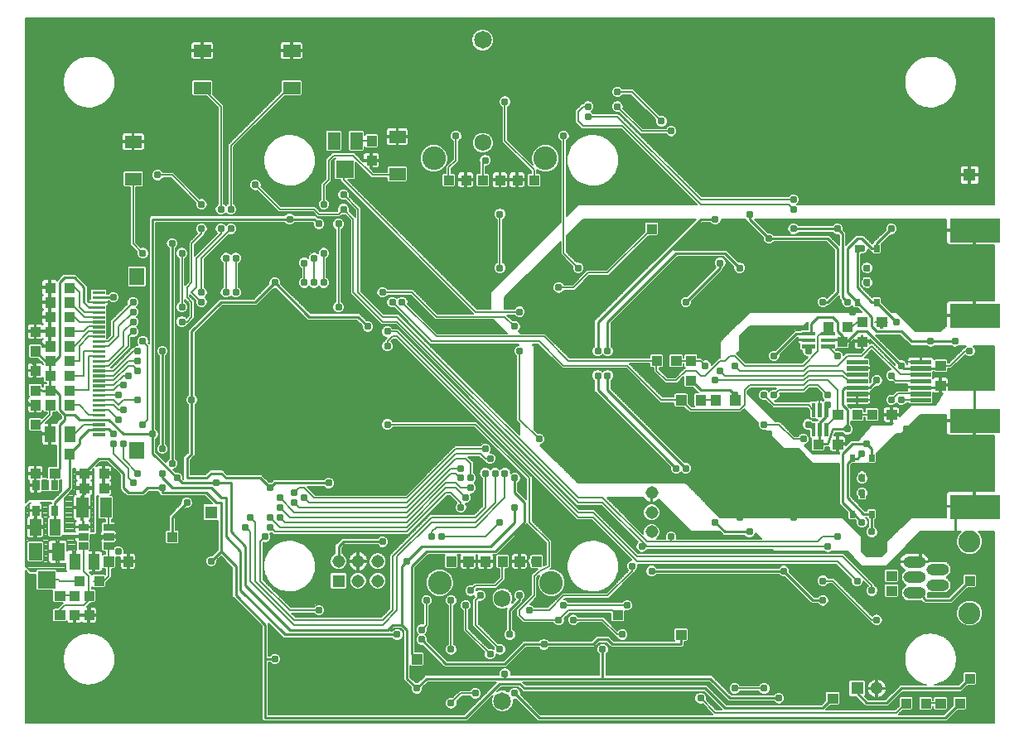
<source format=gbl>
G75*
G70*
%OFA0B0*%
%FSLAX24Y24*%
%IPPOS*%
%LPD*%
%AMOC8*
5,1,8,0,0,1.08239X$1,22.5*
%
%ADD10C,0.0886*%
%ADD11O,0.0912X0.0456*%
%ADD12C,0.0020*%
%ADD13R,0.0515X0.0515*%
%ADD14C,0.0515*%
%ADD15C,0.0019*%
%ADD16C,0.0022*%
%ADD17C,0.0021*%
%ADD18C,0.0019*%
%ADD19R,0.0591X0.0669*%
%ADD20C,0.0021*%
%ADD21C,0.0020*%
%ADD22C,0.0715*%
%ADD23C,0.0951*%
%ADD24C,0.0679*%
%ADD25C,0.0060*%
%ADD26C,0.0080*%
%ADD27C,0.0310*%
%ADD28C,0.0100*%
D10*
X039050Y006751D03*
X039050Y009626D03*
D11*
X037763Y008503D03*
X037763Y007874D03*
X036834Y008189D03*
X036834Y008818D03*
X036834Y007559D03*
D12*
X036088Y007470D02*
X035714Y007470D01*
X035714Y007844D01*
X036088Y007844D01*
X036088Y007470D01*
X036088Y007489D02*
X035714Y007489D01*
X035714Y007508D02*
X036088Y007508D01*
X036088Y007527D02*
X035714Y007527D01*
X035714Y007546D02*
X036088Y007546D01*
X036088Y007565D02*
X035714Y007565D01*
X035714Y007584D02*
X036088Y007584D01*
X036088Y007603D02*
X035714Y007603D01*
X035714Y007622D02*
X036088Y007622D01*
X036088Y007641D02*
X035714Y007641D01*
X035714Y007660D02*
X036088Y007660D01*
X036088Y007679D02*
X035714Y007679D01*
X035714Y007698D02*
X036088Y007698D01*
X036088Y007717D02*
X035714Y007717D01*
X035714Y007736D02*
X036088Y007736D01*
X036088Y007755D02*
X035714Y007755D01*
X035714Y007774D02*
X036088Y007774D01*
X036088Y007793D02*
X035714Y007793D01*
X035714Y007812D02*
X036088Y007812D01*
X036088Y007831D02*
X035714Y007831D01*
X035714Y008061D02*
X036088Y008061D01*
X035714Y008061D02*
X035714Y008435D01*
X036088Y008435D01*
X036088Y008061D01*
X036088Y008080D02*
X035714Y008080D01*
X035714Y008099D02*
X036088Y008099D01*
X036088Y008118D02*
X035714Y008118D01*
X035714Y008137D02*
X036088Y008137D01*
X036088Y008156D02*
X035714Y008156D01*
X035714Y008175D02*
X036088Y008175D01*
X036088Y008194D02*
X035714Y008194D01*
X035714Y008213D02*
X036088Y008213D01*
X036088Y008232D02*
X035714Y008232D01*
X035714Y008251D02*
X036088Y008251D01*
X036088Y008270D02*
X035714Y008270D01*
X035714Y008289D02*
X036088Y008289D01*
X036088Y008308D02*
X035714Y008308D01*
X035714Y008327D02*
X036088Y008327D01*
X036088Y008346D02*
X035714Y008346D01*
X035714Y008365D02*
X036088Y008365D01*
X036088Y008384D02*
X035714Y008384D01*
X035714Y008403D02*
X036088Y008403D01*
X036088Y008422D02*
X035714Y008422D01*
X038863Y007864D02*
X039237Y007864D01*
X038863Y007864D02*
X038863Y008238D01*
X039237Y008238D01*
X039237Y007864D01*
X039237Y007883D02*
X038863Y007883D01*
X038863Y007902D02*
X039237Y007902D01*
X039237Y007921D02*
X038863Y007921D01*
X038863Y007940D02*
X039237Y007940D01*
X039237Y007959D02*
X038863Y007959D01*
X038863Y007978D02*
X039237Y007978D01*
X039237Y007997D02*
X038863Y007997D01*
X038863Y008016D02*
X039237Y008016D01*
X039237Y008035D02*
X038863Y008035D01*
X038863Y008054D02*
X039237Y008054D01*
X039237Y008073D02*
X038863Y008073D01*
X038863Y008092D02*
X039237Y008092D01*
X039237Y008111D02*
X038863Y008111D01*
X038863Y008130D02*
X039237Y008130D01*
X039237Y008149D02*
X038863Y008149D01*
X038863Y008168D02*
X039237Y008168D01*
X039237Y008187D02*
X038863Y008187D01*
X038863Y008206D02*
X039237Y008206D01*
X039237Y008225D02*
X038863Y008225D01*
X038863Y003927D02*
X039237Y003927D01*
X038863Y003927D02*
X038863Y004301D01*
X039237Y004301D01*
X039237Y003927D01*
X039237Y003946D02*
X038863Y003946D01*
X038863Y003965D02*
X039237Y003965D01*
X039237Y003984D02*
X038863Y003984D01*
X038863Y004003D02*
X039237Y004003D01*
X039237Y004022D02*
X038863Y004022D01*
X038863Y004041D02*
X039237Y004041D01*
X039237Y004060D02*
X038863Y004060D01*
X038863Y004079D02*
X039237Y004079D01*
X039237Y004098D02*
X038863Y004098D01*
X038863Y004117D02*
X039237Y004117D01*
X039237Y004136D02*
X038863Y004136D01*
X038863Y004155D02*
X039237Y004155D01*
X039237Y004174D02*
X038863Y004174D01*
X038863Y004193D02*
X039237Y004193D01*
X039237Y004212D02*
X038863Y004212D01*
X038863Y004231D02*
X039237Y004231D01*
X039237Y004250D02*
X038863Y004250D01*
X038863Y004269D02*
X039237Y004269D01*
X039237Y004288D02*
X038863Y004288D01*
X038844Y002942D02*
X038470Y002942D01*
X038470Y003316D01*
X038844Y003316D01*
X038844Y002942D01*
X038844Y002961D02*
X038470Y002961D01*
X038470Y002980D02*
X038844Y002980D01*
X038844Y002999D02*
X038470Y002999D01*
X038470Y003018D02*
X038844Y003018D01*
X038844Y003037D02*
X038470Y003037D01*
X038470Y003056D02*
X038844Y003056D01*
X038844Y003075D02*
X038470Y003075D01*
X038470Y003094D02*
X038844Y003094D01*
X038844Y003113D02*
X038470Y003113D01*
X038470Y003132D02*
X038844Y003132D01*
X038844Y003151D02*
X038470Y003151D01*
X038470Y003170D02*
X038844Y003170D01*
X038844Y003189D02*
X038470Y003189D01*
X038470Y003208D02*
X038844Y003208D01*
X038844Y003227D02*
X038470Y003227D01*
X038470Y003246D02*
X038844Y003246D01*
X038844Y003265D02*
X038470Y003265D01*
X038470Y003284D02*
X038844Y003284D01*
X038844Y003303D02*
X038470Y003303D01*
X038056Y002942D02*
X037682Y002942D01*
X037682Y003316D01*
X038056Y003316D01*
X038056Y002942D01*
X038056Y002961D02*
X037682Y002961D01*
X037682Y002980D02*
X038056Y002980D01*
X038056Y002999D02*
X037682Y002999D01*
X037682Y003018D02*
X038056Y003018D01*
X038056Y003037D02*
X037682Y003037D01*
X037682Y003056D02*
X038056Y003056D01*
X038056Y003075D02*
X037682Y003075D01*
X037682Y003094D02*
X038056Y003094D01*
X038056Y003113D02*
X037682Y003113D01*
X037682Y003132D02*
X038056Y003132D01*
X038056Y003151D02*
X037682Y003151D01*
X037682Y003170D02*
X038056Y003170D01*
X038056Y003189D02*
X037682Y003189D01*
X037682Y003208D02*
X038056Y003208D01*
X038056Y003227D02*
X037682Y003227D01*
X037682Y003246D02*
X038056Y003246D01*
X038056Y003265D02*
X037682Y003265D01*
X037682Y003284D02*
X038056Y003284D01*
X038056Y003303D02*
X037682Y003303D01*
X037466Y002942D02*
X037092Y002942D01*
X037092Y003316D01*
X037466Y003316D01*
X037466Y002942D01*
X037466Y002961D02*
X037092Y002961D01*
X037092Y002980D02*
X037466Y002980D01*
X037466Y002999D02*
X037092Y002999D01*
X037092Y003018D02*
X037466Y003018D01*
X037466Y003037D02*
X037092Y003037D01*
X037092Y003056D02*
X037466Y003056D01*
X037466Y003075D02*
X037092Y003075D01*
X037092Y003094D02*
X037466Y003094D01*
X037466Y003113D02*
X037092Y003113D01*
X037092Y003132D02*
X037466Y003132D01*
X037466Y003151D02*
X037092Y003151D01*
X037092Y003170D02*
X037466Y003170D01*
X037466Y003189D02*
X037092Y003189D01*
X037092Y003208D02*
X037466Y003208D01*
X037466Y003227D02*
X037092Y003227D01*
X037092Y003246D02*
X037466Y003246D01*
X037466Y003265D02*
X037092Y003265D01*
X037092Y003284D02*
X037466Y003284D01*
X037466Y003303D02*
X037092Y003303D01*
X036678Y002942D02*
X036304Y002942D01*
X036304Y003316D01*
X036678Y003316D01*
X036678Y002942D01*
X036678Y002961D02*
X036304Y002961D01*
X036304Y002980D02*
X036678Y002980D01*
X036678Y002999D02*
X036304Y002999D01*
X036304Y003018D02*
X036678Y003018D01*
X036678Y003037D02*
X036304Y003037D01*
X036304Y003056D02*
X036678Y003056D01*
X036678Y003075D02*
X036304Y003075D01*
X036304Y003094D02*
X036678Y003094D01*
X036678Y003113D02*
X036304Y003113D01*
X036304Y003132D02*
X036678Y003132D01*
X036678Y003151D02*
X036304Y003151D01*
X036304Y003170D02*
X036678Y003170D01*
X036678Y003189D02*
X036304Y003189D01*
X036304Y003208D02*
X036678Y003208D01*
X036678Y003227D02*
X036304Y003227D01*
X036304Y003246D02*
X036678Y003246D01*
X036678Y003265D02*
X036304Y003265D01*
X036304Y003284D02*
X036678Y003284D01*
X036678Y003303D02*
X036304Y003303D01*
X033726Y003139D02*
X033352Y003139D01*
X033352Y003513D01*
X033726Y003513D01*
X033726Y003139D01*
X033726Y003158D02*
X033352Y003158D01*
X033352Y003177D02*
X033726Y003177D01*
X033726Y003196D02*
X033352Y003196D01*
X033352Y003215D02*
X033726Y003215D01*
X033726Y003234D02*
X033352Y003234D01*
X033352Y003253D02*
X033726Y003253D01*
X033726Y003272D02*
X033352Y003272D01*
X033352Y003291D02*
X033726Y003291D01*
X033726Y003310D02*
X033352Y003310D01*
X033352Y003329D02*
X033726Y003329D01*
X033726Y003348D02*
X033352Y003348D01*
X033352Y003367D02*
X033726Y003367D01*
X033726Y003386D02*
X033352Y003386D01*
X033352Y003405D02*
X033726Y003405D01*
X033726Y003424D02*
X033352Y003424D01*
X033352Y003443D02*
X033726Y003443D01*
X033726Y003462D02*
X033352Y003462D01*
X033352Y003481D02*
X033726Y003481D01*
X033726Y003500D02*
X033352Y003500D01*
X027623Y005698D02*
X027249Y005698D01*
X027249Y006072D01*
X027623Y006072D01*
X027623Y005698D01*
X027623Y005717D02*
X027249Y005717D01*
X027249Y005736D02*
X027623Y005736D01*
X027623Y005755D02*
X027249Y005755D01*
X027249Y005774D02*
X027623Y005774D01*
X027623Y005793D02*
X027249Y005793D01*
X027249Y005812D02*
X027623Y005812D01*
X027623Y005831D02*
X027249Y005831D01*
X027249Y005850D02*
X027623Y005850D01*
X027623Y005869D02*
X027249Y005869D01*
X027249Y005888D02*
X027623Y005888D01*
X027623Y005907D02*
X027249Y005907D01*
X027249Y005926D02*
X027623Y005926D01*
X027623Y005945D02*
X027249Y005945D01*
X027249Y005964D02*
X027623Y005964D01*
X027623Y005983D02*
X027249Y005983D01*
X027249Y006002D02*
X027623Y006002D01*
X027623Y006021D02*
X027249Y006021D01*
X027249Y006040D02*
X027623Y006040D01*
X027623Y006059D02*
X027249Y006059D01*
X025064Y006486D02*
X024690Y006486D01*
X024690Y006860D01*
X025064Y006860D01*
X025064Y006486D01*
X025064Y006505D02*
X024690Y006505D01*
X024690Y006524D02*
X025064Y006524D01*
X025064Y006543D02*
X024690Y006543D01*
X024690Y006562D02*
X025064Y006562D01*
X025064Y006581D02*
X024690Y006581D01*
X024690Y006600D02*
X025064Y006600D01*
X025064Y006619D02*
X024690Y006619D01*
X024690Y006638D02*
X025064Y006638D01*
X025064Y006657D02*
X024690Y006657D01*
X024690Y006676D02*
X025064Y006676D01*
X025064Y006695D02*
X024690Y006695D01*
X024690Y006714D02*
X025064Y006714D01*
X025064Y006733D02*
X024690Y006733D01*
X024690Y006752D02*
X025064Y006752D01*
X025064Y006771D02*
X024690Y006771D01*
X024690Y006790D02*
X025064Y006790D01*
X025064Y006809D02*
X024690Y006809D01*
X024690Y006828D02*
X025064Y006828D01*
X025064Y006847D02*
X024690Y006847D01*
X021816Y008651D02*
X021442Y008651D01*
X021442Y009025D01*
X021816Y009025D01*
X021816Y008651D01*
X021816Y008670D02*
X021442Y008670D01*
X021442Y008689D02*
X021816Y008689D01*
X021816Y008708D02*
X021442Y008708D01*
X021442Y008727D02*
X021816Y008727D01*
X021816Y008746D02*
X021442Y008746D01*
X021442Y008765D02*
X021816Y008765D01*
X021816Y008784D02*
X021442Y008784D01*
X021442Y008803D02*
X021816Y008803D01*
X021816Y008822D02*
X021442Y008822D01*
X021442Y008841D02*
X021816Y008841D01*
X021816Y008860D02*
X021442Y008860D01*
X021442Y008879D02*
X021816Y008879D01*
X021816Y008898D02*
X021442Y008898D01*
X021442Y008917D02*
X021816Y008917D01*
X021816Y008936D02*
X021442Y008936D01*
X021442Y008955D02*
X021816Y008955D01*
X021816Y008974D02*
X021442Y008974D01*
X021442Y008993D02*
X021816Y008993D01*
X021816Y009012D02*
X021442Y009012D01*
X021127Y008651D02*
X020753Y008651D01*
X020753Y009025D01*
X021127Y009025D01*
X021127Y008651D01*
X021127Y008670D02*
X020753Y008670D01*
X020753Y008689D02*
X021127Y008689D01*
X021127Y008708D02*
X020753Y008708D01*
X020753Y008727D02*
X021127Y008727D01*
X021127Y008746D02*
X020753Y008746D01*
X020753Y008765D02*
X021127Y008765D01*
X021127Y008784D02*
X020753Y008784D01*
X020753Y008803D02*
X021127Y008803D01*
X021127Y008822D02*
X020753Y008822D01*
X020753Y008841D02*
X021127Y008841D01*
X021127Y008860D02*
X020753Y008860D01*
X020753Y008879D02*
X021127Y008879D01*
X021127Y008898D02*
X020753Y008898D01*
X020753Y008917D02*
X021127Y008917D01*
X021127Y008936D02*
X020753Y008936D01*
X020753Y008955D02*
X021127Y008955D01*
X021127Y008974D02*
X020753Y008974D01*
X020753Y008993D02*
X021127Y008993D01*
X021127Y009012D02*
X020753Y009012D01*
X020438Y008651D02*
X020064Y008651D01*
X020064Y009025D01*
X020438Y009025D01*
X020438Y008651D01*
X020438Y008670D02*
X020064Y008670D01*
X020064Y008689D02*
X020438Y008689D01*
X020438Y008708D02*
X020064Y008708D01*
X020064Y008727D02*
X020438Y008727D01*
X020438Y008746D02*
X020064Y008746D01*
X020064Y008765D02*
X020438Y008765D01*
X020438Y008784D02*
X020064Y008784D01*
X020064Y008803D02*
X020438Y008803D01*
X020438Y008822D02*
X020064Y008822D01*
X020064Y008841D02*
X020438Y008841D01*
X020438Y008860D02*
X020064Y008860D01*
X020064Y008879D02*
X020438Y008879D01*
X020438Y008898D02*
X020064Y008898D01*
X020064Y008917D02*
X020438Y008917D01*
X020438Y008936D02*
X020064Y008936D01*
X020064Y008955D02*
X020438Y008955D01*
X020438Y008974D02*
X020064Y008974D01*
X020064Y008993D02*
X020438Y008993D01*
X020438Y009012D02*
X020064Y009012D01*
X019749Y008651D02*
X019375Y008651D01*
X019375Y009025D01*
X019749Y009025D01*
X019749Y008651D01*
X019749Y008670D02*
X019375Y008670D01*
X019375Y008689D02*
X019749Y008689D01*
X019749Y008708D02*
X019375Y008708D01*
X019375Y008727D02*
X019749Y008727D01*
X019749Y008746D02*
X019375Y008746D01*
X019375Y008765D02*
X019749Y008765D01*
X019749Y008784D02*
X019375Y008784D01*
X019375Y008803D02*
X019749Y008803D01*
X019749Y008822D02*
X019375Y008822D01*
X019375Y008841D02*
X019749Y008841D01*
X019749Y008860D02*
X019375Y008860D01*
X019375Y008879D02*
X019749Y008879D01*
X019749Y008898D02*
X019375Y008898D01*
X019375Y008917D02*
X019749Y008917D01*
X019749Y008936D02*
X019375Y008936D01*
X019375Y008955D02*
X019749Y008955D01*
X019749Y008974D02*
X019375Y008974D01*
X019375Y008993D02*
X019749Y008993D01*
X019749Y009012D02*
X019375Y009012D01*
X019060Y008651D02*
X018686Y008651D01*
X018686Y009025D01*
X019060Y009025D01*
X019060Y008651D01*
X019060Y008670D02*
X018686Y008670D01*
X018686Y008689D02*
X019060Y008689D01*
X019060Y008708D02*
X018686Y008708D01*
X018686Y008727D02*
X019060Y008727D01*
X019060Y008746D02*
X018686Y008746D01*
X018686Y008765D02*
X019060Y008765D01*
X019060Y008784D02*
X018686Y008784D01*
X018686Y008803D02*
X019060Y008803D01*
X019060Y008822D02*
X018686Y008822D01*
X018686Y008841D02*
X019060Y008841D01*
X019060Y008860D02*
X018686Y008860D01*
X018686Y008879D02*
X019060Y008879D01*
X019060Y008898D02*
X018686Y008898D01*
X018686Y008917D02*
X019060Y008917D01*
X019060Y008936D02*
X018686Y008936D01*
X018686Y008955D02*
X019060Y008955D01*
X019060Y008974D02*
X018686Y008974D01*
X018686Y008993D02*
X019060Y008993D01*
X019060Y009012D02*
X018686Y009012D01*
X018371Y008651D02*
X017997Y008651D01*
X017997Y009025D01*
X018371Y009025D01*
X018371Y008651D01*
X018371Y008670D02*
X017997Y008670D01*
X017997Y008689D02*
X018371Y008689D01*
X018371Y008708D02*
X017997Y008708D01*
X017997Y008727D02*
X018371Y008727D01*
X018371Y008746D02*
X017997Y008746D01*
X017997Y008765D02*
X018371Y008765D01*
X018371Y008784D02*
X017997Y008784D01*
X017997Y008803D02*
X018371Y008803D01*
X018371Y008822D02*
X017997Y008822D01*
X017997Y008841D02*
X018371Y008841D01*
X018371Y008860D02*
X017997Y008860D01*
X017997Y008879D02*
X018371Y008879D01*
X018371Y008898D02*
X017997Y008898D01*
X017997Y008917D02*
X018371Y008917D01*
X018371Y008936D02*
X017997Y008936D01*
X017997Y008955D02*
X018371Y008955D01*
X018371Y008974D02*
X017997Y008974D01*
X017997Y008993D02*
X018371Y008993D01*
X018371Y009012D02*
X017997Y009012D01*
X016993Y004714D02*
X016619Y004714D01*
X016619Y005088D01*
X016993Y005088D01*
X016993Y004714D01*
X016993Y004733D02*
X016619Y004733D01*
X016619Y004752D02*
X016993Y004752D01*
X016993Y004771D02*
X016619Y004771D01*
X016619Y004790D02*
X016993Y004790D01*
X016993Y004809D02*
X016619Y004809D01*
X016619Y004828D02*
X016993Y004828D01*
X016993Y004847D02*
X016619Y004847D01*
X016619Y004866D02*
X016993Y004866D01*
X016993Y004885D02*
X016619Y004885D01*
X016619Y004904D02*
X016993Y004904D01*
X016993Y004923D02*
X016619Y004923D01*
X016619Y004942D02*
X016993Y004942D01*
X016993Y004961D02*
X016619Y004961D01*
X016619Y004980D02*
X016993Y004980D01*
X016993Y004999D02*
X016619Y004999D01*
X016619Y005018D02*
X016993Y005018D01*
X016993Y005037D02*
X016619Y005037D01*
X016619Y005056D02*
X016993Y005056D01*
X016993Y005075D02*
X016619Y005075D01*
X007151Y009635D02*
X006777Y009635D01*
X006777Y010009D01*
X007151Y010009D01*
X007151Y009635D01*
X007151Y009654D02*
X006777Y009654D01*
X006777Y009673D02*
X007151Y009673D01*
X007151Y009692D02*
X006777Y009692D01*
X006777Y009711D02*
X007151Y009711D01*
X007151Y009730D02*
X006777Y009730D01*
X006777Y009749D02*
X007151Y009749D01*
X007151Y009768D02*
X006777Y009768D01*
X006777Y009787D02*
X007151Y009787D01*
X007151Y009806D02*
X006777Y009806D01*
X006777Y009825D02*
X007151Y009825D01*
X007151Y009844D02*
X006777Y009844D01*
X006777Y009863D02*
X007151Y009863D01*
X007151Y009882D02*
X006777Y009882D01*
X006777Y009901D02*
X007151Y009901D01*
X007151Y009920D02*
X006777Y009920D01*
X006777Y009939D02*
X007151Y009939D01*
X007151Y009958D02*
X006777Y009958D01*
X006777Y009977D02*
X007151Y009977D01*
X007151Y009996D02*
X006777Y009996D01*
X005379Y008651D02*
X005005Y008651D01*
X005005Y009025D01*
X005379Y009025D01*
X005379Y008651D01*
X005379Y008670D02*
X005005Y008670D01*
X005005Y008689D02*
X005379Y008689D01*
X005379Y008708D02*
X005005Y008708D01*
X005005Y008727D02*
X005379Y008727D01*
X005379Y008746D02*
X005005Y008746D01*
X005005Y008765D02*
X005379Y008765D01*
X005379Y008784D02*
X005005Y008784D01*
X005005Y008803D02*
X005379Y008803D01*
X005379Y008822D02*
X005005Y008822D01*
X005005Y008841D02*
X005379Y008841D01*
X005379Y008860D02*
X005005Y008860D01*
X005005Y008879D02*
X005379Y008879D01*
X005379Y008898D02*
X005005Y008898D01*
X005005Y008917D02*
X005379Y008917D01*
X005379Y008936D02*
X005005Y008936D01*
X005005Y008955D02*
X005379Y008955D01*
X005379Y008974D02*
X005005Y008974D01*
X005005Y008993D02*
X005379Y008993D01*
X005379Y009012D02*
X005005Y009012D01*
X004592Y008651D02*
X004218Y008651D01*
X004218Y009025D01*
X004592Y009025D01*
X004592Y008651D01*
X004592Y008670D02*
X004218Y008670D01*
X004218Y008689D02*
X004592Y008689D01*
X004592Y008708D02*
X004218Y008708D01*
X004218Y008727D02*
X004592Y008727D01*
X004592Y008746D02*
X004218Y008746D01*
X004218Y008765D02*
X004592Y008765D01*
X004592Y008784D02*
X004218Y008784D01*
X004218Y008803D02*
X004592Y008803D01*
X004592Y008822D02*
X004218Y008822D01*
X004218Y008841D02*
X004592Y008841D01*
X004592Y008860D02*
X004218Y008860D01*
X004218Y008879D02*
X004592Y008879D01*
X004592Y008898D02*
X004218Y008898D01*
X004218Y008917D02*
X004592Y008917D01*
X004592Y008936D02*
X004218Y008936D01*
X004218Y008955D02*
X004592Y008955D01*
X004592Y008974D02*
X004218Y008974D01*
X004218Y008993D02*
X004592Y008993D01*
X004592Y009012D02*
X004218Y009012D01*
X004198Y007864D02*
X003824Y007864D01*
X003824Y008238D01*
X004198Y008238D01*
X004198Y007864D01*
X004198Y007883D02*
X003824Y007883D01*
X003824Y007902D02*
X004198Y007902D01*
X004198Y007921D02*
X003824Y007921D01*
X003824Y007940D02*
X004198Y007940D01*
X004198Y007959D02*
X003824Y007959D01*
X003824Y007978D02*
X004198Y007978D01*
X004198Y007997D02*
X003824Y007997D01*
X003824Y008016D02*
X004198Y008016D01*
X004198Y008035D02*
X003824Y008035D01*
X003824Y008054D02*
X004198Y008054D01*
X004198Y008073D02*
X003824Y008073D01*
X003824Y008092D02*
X004198Y008092D01*
X004198Y008111D02*
X003824Y008111D01*
X003824Y008130D02*
X004198Y008130D01*
X004198Y008149D02*
X003824Y008149D01*
X003824Y008168D02*
X004198Y008168D01*
X004198Y008187D02*
X003824Y008187D01*
X003824Y008206D02*
X004198Y008206D01*
X004198Y008225D02*
X003824Y008225D01*
X003411Y007864D02*
X003037Y007864D01*
X003037Y008238D01*
X003411Y008238D01*
X003411Y007864D01*
X003411Y007883D02*
X003037Y007883D01*
X003037Y007902D02*
X003411Y007902D01*
X003411Y007921D02*
X003037Y007921D01*
X003037Y007940D02*
X003411Y007940D01*
X003411Y007959D02*
X003037Y007959D01*
X003037Y007978D02*
X003411Y007978D01*
X003411Y007997D02*
X003037Y007997D01*
X003037Y008016D02*
X003411Y008016D01*
X003411Y008035D02*
X003037Y008035D01*
X003037Y008054D02*
X003411Y008054D01*
X003411Y008073D02*
X003037Y008073D01*
X003037Y008092D02*
X003411Y008092D01*
X003411Y008111D02*
X003037Y008111D01*
X003037Y008130D02*
X003411Y008130D01*
X003411Y008149D02*
X003037Y008149D01*
X003037Y008168D02*
X003411Y008168D01*
X003411Y008187D02*
X003037Y008187D01*
X003037Y008206D02*
X003411Y008206D01*
X003411Y008225D02*
X003037Y008225D01*
X003214Y007273D02*
X002840Y007273D01*
X002840Y007647D01*
X003214Y007647D01*
X003214Y007273D01*
X003214Y007292D02*
X002840Y007292D01*
X002840Y007311D02*
X003214Y007311D01*
X003214Y007330D02*
X002840Y007330D01*
X002840Y007349D02*
X003214Y007349D01*
X003214Y007368D02*
X002840Y007368D01*
X002840Y007387D02*
X003214Y007387D01*
X003214Y007406D02*
X002840Y007406D01*
X002840Y007425D02*
X003214Y007425D01*
X003214Y007444D02*
X002840Y007444D01*
X002840Y007463D02*
X003214Y007463D01*
X003214Y007482D02*
X002840Y007482D01*
X002840Y007501D02*
X003214Y007501D01*
X003214Y007520D02*
X002840Y007520D01*
X002840Y007539D02*
X003214Y007539D01*
X003214Y007558D02*
X002840Y007558D01*
X002840Y007577D02*
X003214Y007577D01*
X003214Y007596D02*
X002840Y007596D01*
X002840Y007615D02*
X003214Y007615D01*
X003214Y007634D02*
X002840Y007634D01*
X002623Y007273D02*
X002249Y007273D01*
X002249Y007647D01*
X002623Y007647D01*
X002623Y007273D01*
X002623Y007292D02*
X002249Y007292D01*
X002249Y007311D02*
X002623Y007311D01*
X002623Y007330D02*
X002249Y007330D01*
X002249Y007349D02*
X002623Y007349D01*
X002623Y007368D02*
X002249Y007368D01*
X002249Y007387D02*
X002623Y007387D01*
X002623Y007406D02*
X002249Y007406D01*
X002249Y007425D02*
X002623Y007425D01*
X002623Y007444D02*
X002249Y007444D01*
X002249Y007463D02*
X002623Y007463D01*
X002623Y007482D02*
X002249Y007482D01*
X002249Y007501D02*
X002623Y007501D01*
X002623Y007520D02*
X002249Y007520D01*
X002249Y007539D02*
X002623Y007539D01*
X002623Y007558D02*
X002249Y007558D01*
X002249Y007577D02*
X002623Y007577D01*
X002623Y007596D02*
X002249Y007596D01*
X002249Y007615D02*
X002623Y007615D01*
X002623Y007634D02*
X002249Y007634D01*
X002249Y006486D02*
X002623Y006486D01*
X002249Y006486D02*
X002249Y006860D01*
X002623Y006860D01*
X002623Y006486D01*
X002623Y006505D02*
X002249Y006505D01*
X002249Y006524D02*
X002623Y006524D01*
X002623Y006543D02*
X002249Y006543D01*
X002249Y006562D02*
X002623Y006562D01*
X002623Y006581D02*
X002249Y006581D01*
X002249Y006600D02*
X002623Y006600D01*
X002623Y006619D02*
X002249Y006619D01*
X002249Y006638D02*
X002623Y006638D01*
X002623Y006657D02*
X002249Y006657D01*
X002249Y006676D02*
X002623Y006676D01*
X002623Y006695D02*
X002249Y006695D01*
X002249Y006714D02*
X002623Y006714D01*
X002623Y006733D02*
X002249Y006733D01*
X002249Y006752D02*
X002623Y006752D01*
X002623Y006771D02*
X002249Y006771D01*
X002249Y006790D02*
X002623Y006790D01*
X002623Y006809D02*
X002249Y006809D01*
X002249Y006828D02*
X002623Y006828D01*
X002623Y006847D02*
X002249Y006847D01*
X002840Y006486D02*
X003214Y006486D01*
X002840Y006486D02*
X002840Y006860D01*
X003214Y006860D01*
X003214Y006486D01*
X003214Y006505D02*
X002840Y006505D01*
X002840Y006524D02*
X003214Y006524D01*
X003214Y006543D02*
X002840Y006543D01*
X002840Y006562D02*
X003214Y006562D01*
X003214Y006581D02*
X002840Y006581D01*
X002840Y006600D02*
X003214Y006600D01*
X003214Y006619D02*
X002840Y006619D01*
X002840Y006638D02*
X003214Y006638D01*
X003214Y006657D02*
X002840Y006657D01*
X002840Y006676D02*
X003214Y006676D01*
X003214Y006695D02*
X002840Y006695D01*
X002840Y006714D02*
X003214Y006714D01*
X003214Y006733D02*
X002840Y006733D01*
X002840Y006752D02*
X003214Y006752D01*
X003214Y006771D02*
X002840Y006771D01*
X002840Y006790D02*
X003214Y006790D01*
X003214Y006809D02*
X002840Y006809D01*
X002840Y006828D02*
X003214Y006828D01*
X003214Y006847D02*
X002840Y006847D01*
X003430Y006486D02*
X003804Y006486D01*
X003430Y006486D02*
X003430Y006860D01*
X003804Y006860D01*
X003804Y006486D01*
X003804Y006505D02*
X003430Y006505D01*
X003430Y006524D02*
X003804Y006524D01*
X003804Y006543D02*
X003430Y006543D01*
X003430Y006562D02*
X003804Y006562D01*
X003804Y006581D02*
X003430Y006581D01*
X003430Y006600D02*
X003804Y006600D01*
X003804Y006619D02*
X003430Y006619D01*
X003430Y006638D02*
X003804Y006638D01*
X003804Y006657D02*
X003430Y006657D01*
X003430Y006676D02*
X003804Y006676D01*
X003804Y006695D02*
X003430Y006695D01*
X003430Y006714D02*
X003804Y006714D01*
X003804Y006733D02*
X003430Y006733D01*
X003430Y006752D02*
X003804Y006752D01*
X003804Y006771D02*
X003430Y006771D01*
X003430Y006790D02*
X003804Y006790D01*
X003804Y006809D02*
X003430Y006809D01*
X003430Y006828D02*
X003804Y006828D01*
X003804Y006847D02*
X003430Y006847D01*
X003430Y007273D02*
X003804Y007273D01*
X003430Y007273D02*
X003430Y007647D01*
X003804Y007647D01*
X003804Y007273D01*
X003804Y007292D02*
X003430Y007292D01*
X003430Y007311D02*
X003804Y007311D01*
X003804Y007330D02*
X003430Y007330D01*
X003430Y007349D02*
X003804Y007349D01*
X003804Y007368D02*
X003430Y007368D01*
X003430Y007387D02*
X003804Y007387D01*
X003804Y007406D02*
X003430Y007406D01*
X003430Y007425D02*
X003804Y007425D01*
X003804Y007444D02*
X003430Y007444D01*
X003430Y007463D02*
X003804Y007463D01*
X003804Y007482D02*
X003430Y007482D01*
X003430Y007501D02*
X003804Y007501D01*
X003804Y007520D02*
X003430Y007520D01*
X003430Y007539D02*
X003804Y007539D01*
X003804Y007558D02*
X003430Y007558D01*
X003430Y007577D02*
X003804Y007577D01*
X003804Y007596D02*
X003430Y007596D01*
X003430Y007615D02*
X003804Y007615D01*
X003804Y007634D02*
X003430Y007634D01*
X002593Y008898D02*
X002121Y008898D01*
X002121Y009566D01*
X002593Y009566D01*
X002593Y008898D01*
X002593Y008917D02*
X002121Y008917D01*
X002121Y008936D02*
X002593Y008936D01*
X002593Y008955D02*
X002121Y008955D01*
X002121Y008974D02*
X002593Y008974D01*
X002593Y008993D02*
X002121Y008993D01*
X002121Y009012D02*
X002593Y009012D01*
X002593Y009031D02*
X002121Y009031D01*
X002121Y009050D02*
X002593Y009050D01*
X002593Y009069D02*
X002121Y009069D01*
X002121Y009088D02*
X002593Y009088D01*
X002593Y009107D02*
X002121Y009107D01*
X002121Y009126D02*
X002593Y009126D01*
X002593Y009145D02*
X002121Y009145D01*
X002121Y009164D02*
X002593Y009164D01*
X002593Y009183D02*
X002121Y009183D01*
X002121Y009202D02*
X002593Y009202D01*
X002593Y009221D02*
X002121Y009221D01*
X002121Y009240D02*
X002593Y009240D01*
X002593Y009259D02*
X002121Y009259D01*
X002121Y009278D02*
X002593Y009278D01*
X002593Y009297D02*
X002121Y009297D01*
X002121Y009316D02*
X002593Y009316D01*
X002593Y009335D02*
X002121Y009335D01*
X002121Y009354D02*
X002593Y009354D01*
X002593Y009373D02*
X002121Y009373D01*
X002121Y009392D02*
X002593Y009392D01*
X002593Y009411D02*
X002121Y009411D01*
X002121Y009430D02*
X002593Y009430D01*
X002593Y009449D02*
X002121Y009449D01*
X002121Y009468D02*
X002593Y009468D01*
X002593Y009487D02*
X002121Y009487D01*
X002121Y009506D02*
X002593Y009506D01*
X002593Y009525D02*
X002121Y009525D01*
X002121Y009544D02*
X002593Y009544D01*
X002593Y009563D02*
X002121Y009563D01*
X001688Y008898D02*
X001216Y008898D01*
X001216Y009566D01*
X001688Y009566D01*
X001688Y008898D01*
X001688Y008917D02*
X001216Y008917D01*
X001216Y008936D02*
X001688Y008936D01*
X001688Y008955D02*
X001216Y008955D01*
X001216Y008974D02*
X001688Y008974D01*
X001688Y008993D02*
X001216Y008993D01*
X001216Y009012D02*
X001688Y009012D01*
X001688Y009031D02*
X001216Y009031D01*
X001216Y009050D02*
X001688Y009050D01*
X001688Y009069D02*
X001216Y009069D01*
X001216Y009088D02*
X001688Y009088D01*
X001688Y009107D02*
X001216Y009107D01*
X001216Y009126D02*
X001688Y009126D01*
X001688Y009145D02*
X001216Y009145D01*
X001216Y009164D02*
X001688Y009164D01*
X001688Y009183D02*
X001216Y009183D01*
X001216Y009202D02*
X001688Y009202D01*
X001688Y009221D02*
X001216Y009221D01*
X001216Y009240D02*
X001688Y009240D01*
X001688Y009259D02*
X001216Y009259D01*
X001216Y009278D02*
X001688Y009278D01*
X001688Y009297D02*
X001216Y009297D01*
X001216Y009316D02*
X001688Y009316D01*
X001688Y009335D02*
X001216Y009335D01*
X001216Y009354D02*
X001688Y009354D01*
X001688Y009373D02*
X001216Y009373D01*
X001216Y009392D02*
X001688Y009392D01*
X001688Y009411D02*
X001216Y009411D01*
X001216Y009430D02*
X001688Y009430D01*
X001688Y009449D02*
X001216Y009449D01*
X001216Y009468D02*
X001688Y009468D01*
X001688Y009487D02*
X001216Y009487D01*
X001216Y009506D02*
X001688Y009506D01*
X001688Y009525D02*
X001216Y009525D01*
X001216Y009544D02*
X001688Y009544D01*
X001688Y009563D02*
X001216Y009563D01*
X003233Y011604D02*
X003607Y011604D01*
X003233Y011604D02*
X003233Y011978D01*
X003607Y011978D01*
X003607Y011604D01*
X003607Y011623D02*
X003233Y011623D01*
X003233Y011642D02*
X003607Y011642D01*
X003607Y011661D02*
X003233Y011661D01*
X003233Y011680D02*
X003607Y011680D01*
X003607Y011699D02*
X003233Y011699D01*
X003233Y011718D02*
X003607Y011718D01*
X003607Y011737D02*
X003233Y011737D01*
X003233Y011756D02*
X003607Y011756D01*
X003607Y011775D02*
X003233Y011775D01*
X003233Y011794D02*
X003607Y011794D01*
X003607Y011813D02*
X003233Y011813D01*
X003233Y011832D02*
X003607Y011832D01*
X003607Y011851D02*
X003233Y011851D01*
X003233Y011870D02*
X003607Y011870D01*
X003607Y011889D02*
X003233Y011889D01*
X003233Y011908D02*
X003607Y011908D01*
X003607Y011927D02*
X003233Y011927D01*
X003233Y011946D02*
X003607Y011946D01*
X003607Y011965D02*
X003233Y011965D01*
X003233Y012194D02*
X003607Y012194D01*
X003233Y012194D02*
X003233Y012568D01*
X003607Y012568D01*
X003607Y012194D01*
X003607Y012213D02*
X003233Y012213D01*
X003233Y012232D02*
X003607Y012232D01*
X003607Y012251D02*
X003233Y012251D01*
X003233Y012270D02*
X003607Y012270D01*
X003607Y012289D02*
X003233Y012289D01*
X003233Y012308D02*
X003607Y012308D01*
X003607Y012327D02*
X003233Y012327D01*
X003233Y012346D02*
X003607Y012346D01*
X003607Y012365D02*
X003233Y012365D01*
X003233Y012384D02*
X003607Y012384D01*
X003607Y012403D02*
X003233Y012403D01*
X003233Y012422D02*
X003607Y012422D01*
X003607Y012441D02*
X003233Y012441D01*
X003233Y012460D02*
X003607Y012460D01*
X003607Y012479D02*
X003233Y012479D01*
X003233Y012498D02*
X003607Y012498D01*
X003607Y012517D02*
X003233Y012517D01*
X003233Y012536D02*
X003607Y012536D01*
X003607Y012555D02*
X003233Y012555D01*
X003017Y012982D02*
X002643Y012982D01*
X002643Y013356D01*
X003017Y013356D01*
X003017Y012982D01*
X003017Y013001D02*
X002643Y013001D01*
X002643Y013020D02*
X003017Y013020D01*
X003017Y013039D02*
X002643Y013039D01*
X002643Y013058D02*
X003017Y013058D01*
X003017Y013077D02*
X002643Y013077D01*
X002643Y013096D02*
X003017Y013096D01*
X003017Y013115D02*
X002643Y013115D01*
X002643Y013134D02*
X003017Y013134D01*
X003017Y013153D02*
X002643Y013153D01*
X002643Y013172D02*
X003017Y013172D01*
X003017Y013191D02*
X002643Y013191D01*
X002643Y013210D02*
X003017Y013210D01*
X003017Y013229D02*
X002643Y013229D01*
X002643Y013248D02*
X003017Y013248D01*
X003017Y013267D02*
X002643Y013267D01*
X002643Y013286D02*
X003017Y013286D01*
X003017Y013305D02*
X002643Y013305D01*
X002643Y013324D02*
X003017Y013324D01*
X003017Y013343D02*
X002643Y013343D01*
X002426Y012194D02*
X002052Y012194D01*
X002052Y012568D01*
X002426Y012568D01*
X002426Y012194D01*
X002426Y012213D02*
X002052Y012213D01*
X002052Y012232D02*
X002426Y012232D01*
X002426Y012251D02*
X002052Y012251D01*
X002052Y012270D02*
X002426Y012270D01*
X002426Y012289D02*
X002052Y012289D01*
X002052Y012308D02*
X002426Y012308D01*
X002426Y012327D02*
X002052Y012327D01*
X002052Y012346D02*
X002426Y012346D01*
X002426Y012365D02*
X002052Y012365D01*
X002052Y012384D02*
X002426Y012384D01*
X002426Y012403D02*
X002052Y012403D01*
X002052Y012422D02*
X002426Y012422D01*
X002426Y012441D02*
X002052Y012441D01*
X002052Y012460D02*
X002426Y012460D01*
X002426Y012479D02*
X002052Y012479D01*
X002052Y012498D02*
X002426Y012498D01*
X002426Y012517D02*
X002052Y012517D01*
X002052Y012536D02*
X002426Y012536D01*
X002426Y012555D02*
X002052Y012555D01*
X001639Y012194D02*
X001265Y012194D01*
X001265Y012568D01*
X001639Y012568D01*
X001639Y012194D01*
X001639Y012213D02*
X001265Y012213D01*
X001265Y012232D02*
X001639Y012232D01*
X001639Y012251D02*
X001265Y012251D01*
X001265Y012270D02*
X001639Y012270D01*
X001639Y012289D02*
X001265Y012289D01*
X001265Y012308D02*
X001639Y012308D01*
X001639Y012327D02*
X001265Y012327D01*
X001265Y012346D02*
X001639Y012346D01*
X001639Y012365D02*
X001265Y012365D01*
X001265Y012384D02*
X001639Y012384D01*
X001639Y012403D02*
X001265Y012403D01*
X001265Y012422D02*
X001639Y012422D01*
X001639Y012441D02*
X001265Y012441D01*
X001265Y012460D02*
X001639Y012460D01*
X001639Y012479D02*
X001265Y012479D01*
X001265Y012498D02*
X001639Y012498D01*
X001639Y012517D02*
X001265Y012517D01*
X001265Y012536D02*
X001639Y012536D01*
X001639Y012555D02*
X001265Y012555D01*
X001265Y014163D02*
X001639Y014163D01*
X001265Y014163D02*
X001265Y014537D01*
X001639Y014537D01*
X001639Y014163D01*
X001639Y014182D02*
X001265Y014182D01*
X001265Y014201D02*
X001639Y014201D01*
X001639Y014220D02*
X001265Y014220D01*
X001265Y014239D02*
X001639Y014239D01*
X001639Y014258D02*
X001265Y014258D01*
X001265Y014277D02*
X001639Y014277D01*
X001639Y014296D02*
X001265Y014296D01*
X001265Y014315D02*
X001639Y014315D01*
X001639Y014334D02*
X001265Y014334D01*
X001265Y014353D02*
X001639Y014353D01*
X001639Y014372D02*
X001265Y014372D01*
X001265Y014391D02*
X001639Y014391D01*
X001639Y014410D02*
X001265Y014410D01*
X001265Y014429D02*
X001639Y014429D01*
X001639Y014448D02*
X001265Y014448D01*
X001265Y014467D02*
X001639Y014467D01*
X001639Y014486D02*
X001265Y014486D01*
X001265Y014505D02*
X001639Y014505D01*
X001639Y014524D02*
X001265Y014524D01*
X001265Y014950D02*
X001639Y014950D01*
X001265Y014950D02*
X001265Y015324D01*
X001639Y015324D01*
X001639Y014950D01*
X001639Y014969D02*
X001265Y014969D01*
X001265Y014988D02*
X001639Y014988D01*
X001639Y015007D02*
X001265Y015007D01*
X001265Y015026D02*
X001639Y015026D01*
X001639Y015045D02*
X001265Y015045D01*
X001265Y015064D02*
X001639Y015064D01*
X001639Y015083D02*
X001265Y015083D01*
X001265Y015102D02*
X001639Y015102D01*
X001639Y015121D02*
X001265Y015121D01*
X001265Y015140D02*
X001639Y015140D01*
X001639Y015159D02*
X001265Y015159D01*
X001265Y015178D02*
X001639Y015178D01*
X001639Y015197D02*
X001265Y015197D01*
X001265Y015216D02*
X001639Y015216D01*
X001639Y015235D02*
X001265Y015235D01*
X001265Y015254D02*
X001639Y015254D01*
X001639Y015273D02*
X001265Y015273D01*
X001265Y015292D02*
X001639Y015292D01*
X001639Y015311D02*
X001265Y015311D01*
X001265Y015541D02*
X001639Y015541D01*
X001265Y015541D02*
X001265Y015915D01*
X001639Y015915D01*
X001639Y015541D01*
X001639Y015560D02*
X001265Y015560D01*
X001265Y015579D02*
X001639Y015579D01*
X001639Y015598D02*
X001265Y015598D01*
X001265Y015617D02*
X001639Y015617D01*
X001639Y015636D02*
X001265Y015636D01*
X001265Y015655D02*
X001639Y015655D01*
X001639Y015674D02*
X001265Y015674D01*
X001265Y015693D02*
X001639Y015693D01*
X001639Y015712D02*
X001265Y015712D01*
X001265Y015731D02*
X001639Y015731D01*
X001639Y015750D02*
X001265Y015750D01*
X001265Y015769D02*
X001639Y015769D01*
X001639Y015788D02*
X001265Y015788D01*
X001265Y015807D02*
X001639Y015807D01*
X001639Y015826D02*
X001265Y015826D01*
X001265Y015845D02*
X001639Y015845D01*
X001639Y015864D02*
X001265Y015864D01*
X001265Y015883D02*
X001639Y015883D01*
X001639Y015902D02*
X001265Y015902D01*
X001265Y016328D02*
X001639Y016328D01*
X001265Y016328D02*
X001265Y016702D01*
X001639Y016702D01*
X001639Y016328D01*
X001639Y016347D02*
X001265Y016347D01*
X001265Y016366D02*
X001639Y016366D01*
X001639Y016385D02*
X001265Y016385D01*
X001265Y016404D02*
X001639Y016404D01*
X001639Y016423D02*
X001265Y016423D01*
X001265Y016442D02*
X001639Y016442D01*
X001639Y016461D02*
X001265Y016461D01*
X001265Y016480D02*
X001639Y016480D01*
X001639Y016499D02*
X001265Y016499D01*
X001265Y016518D02*
X001639Y016518D01*
X001639Y016537D02*
X001265Y016537D01*
X001265Y016556D02*
X001639Y016556D01*
X001639Y016575D02*
X001265Y016575D01*
X001265Y016594D02*
X001639Y016594D01*
X001639Y016613D02*
X001265Y016613D01*
X001265Y016632D02*
X001639Y016632D01*
X001639Y016651D02*
X001265Y016651D01*
X001265Y016670D02*
X001639Y016670D01*
X001639Y016689D02*
X001265Y016689D01*
X001265Y017116D02*
X001639Y017116D01*
X001265Y017116D02*
X001265Y017490D01*
X001639Y017490D01*
X001639Y017116D01*
X001639Y017135D02*
X001265Y017135D01*
X001265Y017154D02*
X001639Y017154D01*
X001639Y017173D02*
X001265Y017173D01*
X001265Y017192D02*
X001639Y017192D01*
X001639Y017211D02*
X001265Y017211D01*
X001265Y017230D02*
X001639Y017230D01*
X001639Y017249D02*
X001265Y017249D01*
X001265Y017268D02*
X001639Y017268D01*
X001639Y017287D02*
X001265Y017287D01*
X001265Y017306D02*
X001639Y017306D01*
X001639Y017325D02*
X001265Y017325D01*
X001265Y017344D02*
X001639Y017344D01*
X001639Y017363D02*
X001265Y017363D01*
X001265Y017382D02*
X001639Y017382D01*
X001639Y017401D02*
X001265Y017401D01*
X001265Y017420D02*
X001639Y017420D01*
X001639Y017439D02*
X001265Y017439D01*
X001265Y017458D02*
X001639Y017458D01*
X001639Y017477D02*
X001265Y017477D01*
X001265Y017903D02*
X001639Y017903D01*
X001265Y017903D02*
X001265Y018277D01*
X001639Y018277D01*
X001639Y017903D01*
X001639Y017922D02*
X001265Y017922D01*
X001265Y017941D02*
X001639Y017941D01*
X001639Y017960D02*
X001265Y017960D01*
X001265Y017979D02*
X001639Y017979D01*
X001639Y017998D02*
X001265Y017998D01*
X001265Y018017D02*
X001639Y018017D01*
X001639Y018036D02*
X001265Y018036D01*
X001265Y018055D02*
X001639Y018055D01*
X001639Y018074D02*
X001265Y018074D01*
X001265Y018093D02*
X001639Y018093D01*
X001639Y018112D02*
X001265Y018112D01*
X001265Y018131D02*
X001639Y018131D01*
X001639Y018150D02*
X001265Y018150D01*
X001265Y018169D02*
X001639Y018169D01*
X001639Y018188D02*
X001265Y018188D01*
X001265Y018207D02*
X001639Y018207D01*
X001639Y018226D02*
X001265Y018226D01*
X001265Y018245D02*
X001639Y018245D01*
X001639Y018264D02*
X001265Y018264D01*
X001856Y017903D02*
X002230Y017903D01*
X001856Y017903D02*
X001856Y018277D01*
X002230Y018277D01*
X002230Y017903D01*
X002230Y017922D02*
X001856Y017922D01*
X001856Y017941D02*
X002230Y017941D01*
X002230Y017960D02*
X001856Y017960D01*
X001856Y017979D02*
X002230Y017979D01*
X002230Y017998D02*
X001856Y017998D01*
X001856Y018017D02*
X002230Y018017D01*
X002230Y018036D02*
X001856Y018036D01*
X001856Y018055D02*
X002230Y018055D01*
X002230Y018074D02*
X001856Y018074D01*
X001856Y018093D02*
X002230Y018093D01*
X002230Y018112D02*
X001856Y018112D01*
X001856Y018131D02*
X002230Y018131D01*
X002230Y018150D02*
X001856Y018150D01*
X001856Y018169D02*
X002230Y018169D01*
X002230Y018188D02*
X001856Y018188D01*
X001856Y018207D02*
X002230Y018207D01*
X002230Y018226D02*
X001856Y018226D01*
X001856Y018245D02*
X002230Y018245D01*
X002230Y018264D02*
X001856Y018264D01*
X001856Y018494D02*
X002230Y018494D01*
X001856Y018494D02*
X001856Y018868D01*
X002230Y018868D01*
X002230Y018494D01*
X002230Y018513D02*
X001856Y018513D01*
X001856Y018532D02*
X002230Y018532D01*
X002230Y018551D02*
X001856Y018551D01*
X001856Y018570D02*
X002230Y018570D01*
X002230Y018589D02*
X001856Y018589D01*
X001856Y018608D02*
X002230Y018608D01*
X002230Y018627D02*
X001856Y018627D01*
X001856Y018646D02*
X002230Y018646D01*
X002230Y018665D02*
X001856Y018665D01*
X001856Y018684D02*
X002230Y018684D01*
X002230Y018703D02*
X001856Y018703D01*
X001856Y018722D02*
X002230Y018722D01*
X002230Y018741D02*
X001856Y018741D01*
X001856Y018760D02*
X002230Y018760D01*
X002230Y018779D02*
X001856Y018779D01*
X001856Y018798D02*
X002230Y018798D01*
X002230Y018817D02*
X001856Y018817D01*
X001856Y018836D02*
X002230Y018836D01*
X002230Y018855D02*
X001856Y018855D01*
X001856Y019084D02*
X002230Y019084D01*
X001856Y019084D02*
X001856Y019458D01*
X002230Y019458D01*
X002230Y019084D01*
X002230Y019103D02*
X001856Y019103D01*
X001856Y019122D02*
X002230Y019122D01*
X002230Y019141D02*
X001856Y019141D01*
X001856Y019160D02*
X002230Y019160D01*
X002230Y019179D02*
X001856Y019179D01*
X001856Y019198D02*
X002230Y019198D01*
X002230Y019217D02*
X001856Y019217D01*
X001856Y019236D02*
X002230Y019236D01*
X002230Y019255D02*
X001856Y019255D01*
X001856Y019274D02*
X002230Y019274D01*
X002230Y019293D02*
X001856Y019293D01*
X001856Y019312D02*
X002230Y019312D01*
X002230Y019331D02*
X001856Y019331D01*
X001856Y019350D02*
X002230Y019350D01*
X002230Y019369D02*
X001856Y019369D01*
X001856Y019388D02*
X002230Y019388D01*
X002230Y019407D02*
X001856Y019407D01*
X001856Y019426D02*
X002230Y019426D01*
X002230Y019445D02*
X001856Y019445D01*
X001856Y019675D02*
X002230Y019675D01*
X001856Y019675D02*
X001856Y020049D01*
X002230Y020049D01*
X002230Y019675D01*
X002230Y019694D02*
X001856Y019694D01*
X001856Y019713D02*
X002230Y019713D01*
X002230Y019732D02*
X001856Y019732D01*
X001856Y019751D02*
X002230Y019751D01*
X002230Y019770D02*
X001856Y019770D01*
X001856Y019789D02*
X002230Y019789D01*
X002230Y019808D02*
X001856Y019808D01*
X001856Y019827D02*
X002230Y019827D01*
X002230Y019846D02*
X001856Y019846D01*
X001856Y019865D02*
X002230Y019865D01*
X002230Y019884D02*
X001856Y019884D01*
X001856Y019903D02*
X002230Y019903D01*
X002230Y019922D02*
X001856Y019922D01*
X001856Y019941D02*
X002230Y019941D01*
X002230Y019960D02*
X001856Y019960D01*
X001856Y019979D02*
X002230Y019979D01*
X002230Y019998D02*
X001856Y019998D01*
X001856Y020017D02*
X002230Y020017D01*
X002230Y020036D02*
X001856Y020036D01*
X002643Y019675D02*
X003017Y019675D01*
X002643Y019675D02*
X002643Y020049D01*
X003017Y020049D01*
X003017Y019675D01*
X003017Y019694D02*
X002643Y019694D01*
X002643Y019713D02*
X003017Y019713D01*
X003017Y019732D02*
X002643Y019732D01*
X002643Y019751D02*
X003017Y019751D01*
X003017Y019770D02*
X002643Y019770D01*
X002643Y019789D02*
X003017Y019789D01*
X003017Y019808D02*
X002643Y019808D01*
X002643Y019827D02*
X003017Y019827D01*
X003017Y019846D02*
X002643Y019846D01*
X002643Y019865D02*
X003017Y019865D01*
X003017Y019884D02*
X002643Y019884D01*
X002643Y019903D02*
X003017Y019903D01*
X003017Y019922D02*
X002643Y019922D01*
X002643Y019941D02*
X003017Y019941D01*
X003017Y019960D02*
X002643Y019960D01*
X002643Y019979D02*
X003017Y019979D01*
X003017Y019998D02*
X002643Y019998D01*
X002643Y020017D02*
X003017Y020017D01*
X003017Y020036D02*
X002643Y020036D01*
X002643Y019084D02*
X003017Y019084D01*
X002643Y019084D02*
X002643Y019458D01*
X003017Y019458D01*
X003017Y019084D01*
X003017Y019103D02*
X002643Y019103D01*
X002643Y019122D02*
X003017Y019122D01*
X003017Y019141D02*
X002643Y019141D01*
X002643Y019160D02*
X003017Y019160D01*
X003017Y019179D02*
X002643Y019179D01*
X002643Y019198D02*
X003017Y019198D01*
X003017Y019217D02*
X002643Y019217D01*
X002643Y019236D02*
X003017Y019236D01*
X003017Y019255D02*
X002643Y019255D01*
X002643Y019274D02*
X003017Y019274D01*
X003017Y019293D02*
X002643Y019293D01*
X002643Y019312D02*
X003017Y019312D01*
X003017Y019331D02*
X002643Y019331D01*
X002643Y019350D02*
X003017Y019350D01*
X003017Y019369D02*
X002643Y019369D01*
X002643Y019388D02*
X003017Y019388D01*
X003017Y019407D02*
X002643Y019407D01*
X002643Y019426D02*
X003017Y019426D01*
X003017Y019445D02*
X002643Y019445D01*
X002643Y018494D02*
X003017Y018494D01*
X002643Y018494D02*
X002643Y018868D01*
X003017Y018868D01*
X003017Y018494D01*
X003017Y018513D02*
X002643Y018513D01*
X002643Y018532D02*
X003017Y018532D01*
X003017Y018551D02*
X002643Y018551D01*
X002643Y018570D02*
X003017Y018570D01*
X003017Y018589D02*
X002643Y018589D01*
X002643Y018608D02*
X003017Y018608D01*
X003017Y018627D02*
X002643Y018627D01*
X002643Y018646D02*
X003017Y018646D01*
X003017Y018665D02*
X002643Y018665D01*
X002643Y018684D02*
X003017Y018684D01*
X003017Y018703D02*
X002643Y018703D01*
X002643Y018722D02*
X003017Y018722D01*
X003017Y018741D02*
X002643Y018741D01*
X002643Y018760D02*
X003017Y018760D01*
X003017Y018779D02*
X002643Y018779D01*
X002643Y018798D02*
X003017Y018798D01*
X003017Y018817D02*
X002643Y018817D01*
X002643Y018836D02*
X003017Y018836D01*
X003017Y018855D02*
X002643Y018855D01*
X002643Y017903D02*
X003017Y017903D01*
X002643Y017903D02*
X002643Y018277D01*
X003017Y018277D01*
X003017Y017903D01*
X003017Y017922D02*
X002643Y017922D01*
X002643Y017941D02*
X003017Y017941D01*
X003017Y017960D02*
X002643Y017960D01*
X002643Y017979D02*
X003017Y017979D01*
X003017Y017998D02*
X002643Y017998D01*
X002643Y018017D02*
X003017Y018017D01*
X003017Y018036D02*
X002643Y018036D01*
X002643Y018055D02*
X003017Y018055D01*
X003017Y018074D02*
X002643Y018074D01*
X002643Y018093D02*
X003017Y018093D01*
X003017Y018112D02*
X002643Y018112D01*
X002643Y018131D02*
X003017Y018131D01*
X003017Y018150D02*
X002643Y018150D01*
X002643Y018169D02*
X003017Y018169D01*
X003017Y018188D02*
X002643Y018188D01*
X002643Y018207D02*
X003017Y018207D01*
X003017Y018226D02*
X002643Y018226D01*
X002643Y018245D02*
X003017Y018245D01*
X003017Y018264D02*
X002643Y018264D01*
X002643Y017313D02*
X003017Y017313D01*
X002643Y017313D02*
X002643Y017687D01*
X003017Y017687D01*
X003017Y017313D01*
X003017Y017332D02*
X002643Y017332D01*
X002643Y017351D02*
X003017Y017351D01*
X003017Y017370D02*
X002643Y017370D01*
X002643Y017389D02*
X003017Y017389D01*
X003017Y017408D02*
X002643Y017408D01*
X002643Y017427D02*
X003017Y017427D01*
X003017Y017446D02*
X002643Y017446D01*
X002643Y017465D02*
X003017Y017465D01*
X003017Y017484D02*
X002643Y017484D01*
X002643Y017503D02*
X003017Y017503D01*
X003017Y017522D02*
X002643Y017522D01*
X002643Y017541D02*
X003017Y017541D01*
X003017Y017560D02*
X002643Y017560D01*
X002643Y017579D02*
X003017Y017579D01*
X003017Y017598D02*
X002643Y017598D01*
X002643Y017617D02*
X003017Y017617D01*
X003017Y017636D02*
X002643Y017636D01*
X002643Y017655D02*
X003017Y017655D01*
X003017Y017674D02*
X002643Y017674D01*
X002230Y017313D02*
X001856Y017313D01*
X001856Y017687D01*
X002230Y017687D01*
X002230Y017313D01*
X002230Y017332D02*
X001856Y017332D01*
X001856Y017351D02*
X002230Y017351D01*
X002230Y017370D02*
X001856Y017370D01*
X001856Y017389D02*
X002230Y017389D01*
X002230Y017408D02*
X001856Y017408D01*
X001856Y017427D02*
X002230Y017427D01*
X002230Y017446D02*
X001856Y017446D01*
X001856Y017465D02*
X002230Y017465D01*
X002230Y017484D02*
X001856Y017484D01*
X001856Y017503D02*
X002230Y017503D01*
X002230Y017522D02*
X001856Y017522D01*
X001856Y017541D02*
X002230Y017541D01*
X002230Y017560D02*
X001856Y017560D01*
X001856Y017579D02*
X002230Y017579D01*
X002230Y017598D02*
X001856Y017598D01*
X001856Y017617D02*
X002230Y017617D01*
X002230Y017636D02*
X001856Y017636D01*
X001856Y017655D02*
X002230Y017655D01*
X002230Y017674D02*
X001856Y017674D01*
X001856Y016722D02*
X002230Y016722D01*
X001856Y016722D02*
X001856Y017096D01*
X002230Y017096D01*
X002230Y016722D01*
X002230Y016741D02*
X001856Y016741D01*
X001856Y016760D02*
X002230Y016760D01*
X002230Y016779D02*
X001856Y016779D01*
X001856Y016798D02*
X002230Y016798D01*
X002230Y016817D02*
X001856Y016817D01*
X001856Y016836D02*
X002230Y016836D01*
X002230Y016855D02*
X001856Y016855D01*
X001856Y016874D02*
X002230Y016874D01*
X002230Y016893D02*
X001856Y016893D01*
X001856Y016912D02*
X002230Y016912D01*
X002230Y016931D02*
X001856Y016931D01*
X001856Y016950D02*
X002230Y016950D01*
X002230Y016969D02*
X001856Y016969D01*
X001856Y016988D02*
X002230Y016988D01*
X002230Y017007D02*
X001856Y017007D01*
X001856Y017026D02*
X002230Y017026D01*
X002230Y017045D02*
X001856Y017045D01*
X001856Y017064D02*
X002230Y017064D01*
X002230Y017083D02*
X001856Y017083D01*
X001856Y016131D02*
X002230Y016131D01*
X001856Y016131D02*
X001856Y016505D01*
X002230Y016505D01*
X002230Y016131D01*
X002230Y016150D02*
X001856Y016150D01*
X001856Y016169D02*
X002230Y016169D01*
X002230Y016188D02*
X001856Y016188D01*
X001856Y016207D02*
X002230Y016207D01*
X002230Y016226D02*
X001856Y016226D01*
X001856Y016245D02*
X002230Y016245D01*
X002230Y016264D02*
X001856Y016264D01*
X001856Y016283D02*
X002230Y016283D01*
X002230Y016302D02*
X001856Y016302D01*
X001856Y016321D02*
X002230Y016321D01*
X002230Y016340D02*
X001856Y016340D01*
X001856Y016359D02*
X002230Y016359D01*
X002230Y016378D02*
X001856Y016378D01*
X001856Y016397D02*
X002230Y016397D01*
X002230Y016416D02*
X001856Y016416D01*
X001856Y016435D02*
X002230Y016435D01*
X002230Y016454D02*
X001856Y016454D01*
X001856Y016473D02*
X002230Y016473D01*
X002230Y016492D02*
X001856Y016492D01*
X001856Y015541D02*
X002230Y015541D01*
X001856Y015541D02*
X001856Y015915D01*
X002230Y015915D01*
X002230Y015541D01*
X002230Y015560D02*
X001856Y015560D01*
X001856Y015579D02*
X002230Y015579D01*
X002230Y015598D02*
X001856Y015598D01*
X001856Y015617D02*
X002230Y015617D01*
X002230Y015636D02*
X001856Y015636D01*
X001856Y015655D02*
X002230Y015655D01*
X002230Y015674D02*
X001856Y015674D01*
X001856Y015693D02*
X002230Y015693D01*
X002230Y015712D02*
X001856Y015712D01*
X001856Y015731D02*
X002230Y015731D01*
X002230Y015750D02*
X001856Y015750D01*
X001856Y015769D02*
X002230Y015769D01*
X002230Y015788D02*
X001856Y015788D01*
X001856Y015807D02*
X002230Y015807D01*
X002230Y015826D02*
X001856Y015826D01*
X001856Y015845D02*
X002230Y015845D01*
X002230Y015864D02*
X001856Y015864D01*
X001856Y015883D02*
X002230Y015883D01*
X002230Y015902D02*
X001856Y015902D01*
X002643Y015541D02*
X003017Y015541D01*
X002643Y015541D02*
X002643Y015915D01*
X003017Y015915D01*
X003017Y015541D01*
X003017Y015560D02*
X002643Y015560D01*
X002643Y015579D02*
X003017Y015579D01*
X003017Y015598D02*
X002643Y015598D01*
X002643Y015617D02*
X003017Y015617D01*
X003017Y015636D02*
X002643Y015636D01*
X002643Y015655D02*
X003017Y015655D01*
X003017Y015674D02*
X002643Y015674D01*
X002643Y015693D02*
X003017Y015693D01*
X003017Y015712D02*
X002643Y015712D01*
X002643Y015731D02*
X003017Y015731D01*
X003017Y015750D02*
X002643Y015750D01*
X002643Y015769D02*
X003017Y015769D01*
X003017Y015788D02*
X002643Y015788D01*
X002643Y015807D02*
X003017Y015807D01*
X003017Y015826D02*
X002643Y015826D01*
X002643Y015845D02*
X003017Y015845D01*
X003017Y015864D02*
X002643Y015864D01*
X002643Y015883D02*
X003017Y015883D01*
X003017Y015902D02*
X002643Y015902D01*
X002643Y016131D02*
X003017Y016131D01*
X002643Y016131D02*
X002643Y016505D01*
X003017Y016505D01*
X003017Y016131D01*
X003017Y016150D02*
X002643Y016150D01*
X002643Y016169D02*
X003017Y016169D01*
X003017Y016188D02*
X002643Y016188D01*
X002643Y016207D02*
X003017Y016207D01*
X003017Y016226D02*
X002643Y016226D01*
X002643Y016245D02*
X003017Y016245D01*
X003017Y016264D02*
X002643Y016264D01*
X002643Y016283D02*
X003017Y016283D01*
X003017Y016302D02*
X002643Y016302D01*
X002643Y016321D02*
X003017Y016321D01*
X003017Y016340D02*
X002643Y016340D01*
X002643Y016359D02*
X003017Y016359D01*
X003017Y016378D02*
X002643Y016378D01*
X002643Y016397D02*
X003017Y016397D01*
X003017Y016416D02*
X002643Y016416D01*
X002643Y016435D02*
X003017Y016435D01*
X003017Y016454D02*
X002643Y016454D01*
X002643Y016473D02*
X003017Y016473D01*
X003017Y016492D02*
X002643Y016492D01*
X002643Y016722D02*
X003017Y016722D01*
X002643Y016722D02*
X002643Y017096D01*
X003017Y017096D01*
X003017Y016722D01*
X003017Y016741D02*
X002643Y016741D01*
X002643Y016760D02*
X003017Y016760D01*
X003017Y016779D02*
X002643Y016779D01*
X002643Y016798D02*
X003017Y016798D01*
X003017Y016817D02*
X002643Y016817D01*
X002643Y016836D02*
X003017Y016836D01*
X003017Y016855D02*
X002643Y016855D01*
X002643Y016874D02*
X003017Y016874D01*
X003017Y016893D02*
X002643Y016893D01*
X002643Y016912D02*
X003017Y016912D01*
X003017Y016931D02*
X002643Y016931D01*
X002643Y016950D02*
X003017Y016950D01*
X003017Y016969D02*
X002643Y016969D01*
X002643Y016988D02*
X003017Y016988D01*
X003017Y017007D02*
X002643Y017007D01*
X002643Y017026D02*
X003017Y017026D01*
X003017Y017045D02*
X002643Y017045D01*
X002643Y017064D02*
X003017Y017064D01*
X003017Y017083D02*
X002643Y017083D01*
X003758Y017065D02*
X004250Y017065D01*
X003758Y017065D02*
X003758Y017143D01*
X004250Y017143D01*
X004250Y017065D01*
X004250Y017084D02*
X003758Y017084D01*
X003758Y017103D02*
X004250Y017103D01*
X004250Y017122D02*
X003758Y017122D01*
X003758Y017141D02*
X004250Y017141D01*
X004250Y017262D02*
X003758Y017262D01*
X003758Y017340D01*
X004250Y017340D01*
X004250Y017262D01*
X004250Y017281D02*
X003758Y017281D01*
X003758Y017300D02*
X004250Y017300D01*
X004250Y017319D02*
X003758Y017319D01*
X003758Y017338D02*
X004250Y017338D01*
X004250Y017459D02*
X003758Y017459D01*
X003758Y017537D01*
X004250Y017537D01*
X004250Y017459D01*
X004250Y017478D02*
X003758Y017478D01*
X003758Y017497D02*
X004250Y017497D01*
X004250Y017516D02*
X003758Y017516D01*
X003758Y017535D02*
X004250Y017535D01*
X004250Y017655D02*
X003758Y017655D01*
X003758Y017733D01*
X004250Y017733D01*
X004250Y017655D01*
X004250Y017674D02*
X003758Y017674D01*
X003758Y017693D02*
X004250Y017693D01*
X004250Y017712D02*
X003758Y017712D01*
X003758Y017731D02*
X004250Y017731D01*
X004250Y017852D02*
X003758Y017852D01*
X003758Y017930D01*
X004250Y017930D01*
X004250Y017852D01*
X004250Y017871D02*
X003758Y017871D01*
X003758Y017890D02*
X004250Y017890D01*
X004250Y017909D02*
X003758Y017909D01*
X003758Y017928D02*
X004250Y017928D01*
X004250Y018049D02*
X003758Y018049D01*
X003758Y018127D01*
X004250Y018127D01*
X004250Y018049D01*
X004250Y018068D02*
X003758Y018068D01*
X003758Y018087D02*
X004250Y018087D01*
X004250Y018106D02*
X003758Y018106D01*
X003758Y018125D02*
X004250Y018125D01*
X004250Y018246D02*
X003758Y018246D01*
X003758Y018324D01*
X004250Y018324D01*
X004250Y018246D01*
X004250Y018265D02*
X003758Y018265D01*
X003758Y018284D02*
X004250Y018284D01*
X004250Y018303D02*
X003758Y018303D01*
X003758Y018322D02*
X004250Y018322D01*
X004250Y018443D02*
X003758Y018443D01*
X003758Y018521D01*
X004250Y018521D01*
X004250Y018443D01*
X004250Y018462D02*
X003758Y018462D01*
X003758Y018481D02*
X004250Y018481D01*
X004250Y018500D02*
X003758Y018500D01*
X003758Y018519D02*
X004250Y018519D01*
X004250Y018640D02*
X003758Y018640D01*
X003758Y018718D01*
X004250Y018718D01*
X004250Y018640D01*
X004250Y018659D02*
X003758Y018659D01*
X003758Y018678D02*
X004250Y018678D01*
X004250Y018697D02*
X003758Y018697D01*
X003758Y018716D02*
X004250Y018716D01*
X004250Y018837D02*
X003758Y018837D01*
X003758Y018915D01*
X004250Y018915D01*
X004250Y018837D01*
X004250Y018856D02*
X003758Y018856D01*
X003758Y018875D02*
X004250Y018875D01*
X004250Y018894D02*
X003758Y018894D01*
X003758Y018913D02*
X004250Y018913D01*
X004250Y019033D02*
X003758Y019033D01*
X003758Y019111D01*
X004250Y019111D01*
X004250Y019033D01*
X004250Y019052D02*
X003758Y019052D01*
X003758Y019071D02*
X004250Y019071D01*
X004250Y019090D02*
X003758Y019090D01*
X003758Y019109D02*
X004250Y019109D01*
X004250Y019230D02*
X003758Y019230D01*
X003758Y019308D01*
X004250Y019308D01*
X004250Y019230D01*
X004250Y019249D02*
X003758Y019249D01*
X003758Y019268D02*
X004250Y019268D01*
X004250Y019287D02*
X003758Y019287D01*
X003758Y019306D02*
X004250Y019306D01*
X004250Y019427D02*
X003758Y019427D01*
X003758Y019505D01*
X004250Y019505D01*
X004250Y019427D01*
X004250Y019446D02*
X003758Y019446D01*
X003758Y019465D02*
X004250Y019465D01*
X004250Y019484D02*
X003758Y019484D01*
X003758Y019503D02*
X004250Y019503D01*
X004250Y019624D02*
X003758Y019624D01*
X003758Y019702D01*
X004250Y019702D01*
X004250Y019624D01*
X004250Y019643D02*
X003758Y019643D01*
X003758Y019662D02*
X004250Y019662D01*
X004250Y019681D02*
X003758Y019681D01*
X003758Y019700D02*
X004250Y019700D01*
X004250Y016868D02*
X003758Y016868D01*
X003758Y016946D01*
X004250Y016946D01*
X004250Y016868D01*
X004250Y016887D02*
X003758Y016887D01*
X003758Y016906D02*
X004250Y016906D01*
X004250Y016925D02*
X003758Y016925D01*
X003758Y016944D02*
X004250Y016944D01*
X004250Y016671D02*
X003758Y016671D01*
X003758Y016749D01*
X004250Y016749D01*
X004250Y016671D01*
X004250Y016690D02*
X003758Y016690D01*
X003758Y016709D02*
X004250Y016709D01*
X004250Y016728D02*
X003758Y016728D01*
X003758Y016747D02*
X004250Y016747D01*
X004250Y016474D02*
X003758Y016474D01*
X003758Y016552D01*
X004250Y016552D01*
X004250Y016474D01*
X004250Y016493D02*
X003758Y016493D01*
X003758Y016512D02*
X004250Y016512D01*
X004250Y016531D02*
X003758Y016531D01*
X003758Y016550D02*
X004250Y016550D01*
X004250Y016277D02*
X003758Y016277D01*
X003758Y016355D01*
X004250Y016355D01*
X004250Y016277D01*
X004250Y016296D02*
X003758Y016296D01*
X003758Y016315D02*
X004250Y016315D01*
X004250Y016334D02*
X003758Y016334D01*
X003758Y016353D02*
X004250Y016353D01*
X004250Y016081D02*
X003758Y016081D01*
X003758Y016159D01*
X004250Y016159D01*
X004250Y016081D01*
X004250Y016100D02*
X003758Y016100D01*
X003758Y016119D02*
X004250Y016119D01*
X004250Y016138D02*
X003758Y016138D01*
X003758Y016157D02*
X004250Y016157D01*
X004250Y015884D02*
X003758Y015884D01*
X003758Y015962D01*
X004250Y015962D01*
X004250Y015884D01*
X004250Y015903D02*
X003758Y015903D01*
X003758Y015922D02*
X004250Y015922D01*
X004250Y015941D02*
X003758Y015941D01*
X003758Y015960D02*
X004250Y015960D01*
X004250Y015687D02*
X003758Y015687D01*
X003758Y015765D01*
X004250Y015765D01*
X004250Y015687D01*
X004250Y015706D02*
X003758Y015706D01*
X003758Y015725D02*
X004250Y015725D01*
X004250Y015744D02*
X003758Y015744D01*
X003758Y015763D02*
X004250Y015763D01*
X004250Y015490D02*
X003758Y015490D01*
X003758Y015568D01*
X004250Y015568D01*
X004250Y015490D01*
X004250Y015509D02*
X003758Y015509D01*
X003758Y015528D02*
X004250Y015528D01*
X004250Y015547D02*
X003758Y015547D01*
X003758Y015566D02*
X004250Y015566D01*
X004250Y015293D02*
X003758Y015293D01*
X003758Y015371D01*
X004250Y015371D01*
X004250Y015293D01*
X004250Y015312D02*
X003758Y015312D01*
X003758Y015331D02*
X004250Y015331D01*
X004250Y015350D02*
X003758Y015350D01*
X003758Y015369D02*
X004250Y015369D01*
X004250Y015096D02*
X003758Y015096D01*
X003758Y015174D01*
X004250Y015174D01*
X004250Y015096D01*
X004250Y015115D02*
X003758Y015115D01*
X003758Y015134D02*
X004250Y015134D01*
X004250Y015153D02*
X003758Y015153D01*
X003758Y015172D02*
X004250Y015172D01*
X004250Y014900D02*
X003758Y014900D01*
X003758Y014978D01*
X004250Y014978D01*
X004250Y014900D01*
X004250Y014919D02*
X003758Y014919D01*
X003758Y014938D02*
X004250Y014938D01*
X004250Y014957D02*
X003758Y014957D01*
X003758Y014976D02*
X004250Y014976D01*
X004250Y014703D02*
X003758Y014703D01*
X003758Y014781D01*
X004250Y014781D01*
X004250Y014703D01*
X004250Y014722D02*
X003758Y014722D01*
X003758Y014741D02*
X004250Y014741D01*
X004250Y014760D02*
X003758Y014760D01*
X003758Y014779D02*
X004250Y014779D01*
X004250Y014506D02*
X003758Y014506D01*
X003758Y014584D01*
X004250Y014584D01*
X004250Y014506D01*
X004250Y014525D02*
X003758Y014525D01*
X003758Y014544D02*
X004250Y014544D01*
X004250Y014563D02*
X003758Y014563D01*
X003758Y014582D02*
X004250Y014582D01*
X004250Y014309D02*
X003758Y014309D01*
X003758Y014387D01*
X004250Y014387D01*
X004250Y014309D01*
X004250Y014328D02*
X003758Y014328D01*
X003758Y014347D02*
X004250Y014347D01*
X004250Y014366D02*
X003758Y014366D01*
X003758Y014385D02*
X004250Y014385D01*
X004250Y014112D02*
X003758Y014112D01*
X003758Y014190D01*
X004250Y014190D01*
X004250Y014112D01*
X004250Y014131D02*
X003758Y014131D01*
X003758Y014150D02*
X004250Y014150D01*
X004250Y014169D02*
X003758Y014169D01*
X003758Y014188D02*
X004250Y014188D01*
X004250Y013915D02*
X003758Y013915D01*
X003758Y013993D01*
X004250Y013993D01*
X004250Y013915D01*
X004250Y013934D02*
X003758Y013934D01*
X003758Y013953D02*
X004250Y013953D01*
X004250Y013972D02*
X003758Y013972D01*
X003758Y013991D02*
X004250Y013991D01*
X003017Y014950D02*
X002643Y014950D01*
X002643Y015324D01*
X003017Y015324D01*
X003017Y014950D01*
X003017Y014969D02*
X002643Y014969D01*
X002643Y014988D02*
X003017Y014988D01*
X003017Y015007D02*
X002643Y015007D01*
X002643Y015026D02*
X003017Y015026D01*
X003017Y015045D02*
X002643Y015045D01*
X002643Y015064D02*
X003017Y015064D01*
X003017Y015083D02*
X002643Y015083D01*
X002643Y015102D02*
X003017Y015102D01*
X003017Y015121D02*
X002643Y015121D01*
X002643Y015140D02*
X003017Y015140D01*
X003017Y015159D02*
X002643Y015159D01*
X002643Y015178D02*
X003017Y015178D01*
X003017Y015197D02*
X002643Y015197D01*
X002643Y015216D02*
X003017Y015216D01*
X003017Y015235D02*
X002643Y015235D01*
X002643Y015254D02*
X003017Y015254D01*
X003017Y015273D02*
X002643Y015273D01*
X002643Y015292D02*
X003017Y015292D01*
X003017Y015311D02*
X002643Y015311D01*
X002230Y014950D02*
X001856Y014950D01*
X001856Y015324D01*
X002230Y015324D01*
X002230Y014950D01*
X002230Y014969D02*
X001856Y014969D01*
X001856Y014988D02*
X002230Y014988D01*
X002230Y015007D02*
X001856Y015007D01*
X001856Y015026D02*
X002230Y015026D01*
X002230Y015045D02*
X001856Y015045D01*
X001856Y015064D02*
X002230Y015064D01*
X002230Y015083D02*
X001856Y015083D01*
X001856Y015102D02*
X002230Y015102D01*
X002230Y015121D02*
X001856Y015121D01*
X001856Y015140D02*
X002230Y015140D01*
X002230Y015159D02*
X001856Y015159D01*
X001856Y015178D02*
X002230Y015178D01*
X002230Y015197D02*
X001856Y015197D01*
X001856Y015216D02*
X002230Y015216D01*
X002230Y015235D02*
X001856Y015235D01*
X001856Y015254D02*
X002230Y015254D01*
X002230Y015273D02*
X001856Y015273D01*
X001856Y015292D02*
X002230Y015292D01*
X002230Y015311D02*
X001856Y015311D01*
X004021Y012194D02*
X004395Y012194D01*
X004021Y012194D02*
X004021Y012568D01*
X004395Y012568D01*
X004395Y012194D01*
X004395Y012213D02*
X004021Y012213D01*
X004021Y012232D02*
X004395Y012232D01*
X004395Y012251D02*
X004021Y012251D01*
X004021Y012270D02*
X004395Y012270D01*
X004395Y012289D02*
X004021Y012289D01*
X004021Y012308D02*
X004395Y012308D01*
X004395Y012327D02*
X004021Y012327D01*
X004021Y012346D02*
X004395Y012346D01*
X004395Y012365D02*
X004021Y012365D01*
X004021Y012384D02*
X004395Y012384D01*
X004395Y012403D02*
X004021Y012403D01*
X004021Y012422D02*
X004395Y012422D01*
X004395Y012441D02*
X004021Y012441D01*
X004021Y012460D02*
X004395Y012460D01*
X004395Y012479D02*
X004021Y012479D01*
X004021Y012498D02*
X004395Y012498D01*
X004395Y012517D02*
X004021Y012517D01*
X004021Y012536D02*
X004395Y012536D01*
X004395Y012555D02*
X004021Y012555D01*
X004021Y011604D02*
X004395Y011604D01*
X004021Y011604D02*
X004021Y011978D01*
X004395Y011978D01*
X004395Y011604D01*
X004395Y011623D02*
X004021Y011623D01*
X004021Y011642D02*
X004395Y011642D01*
X004395Y011661D02*
X004021Y011661D01*
X004021Y011680D02*
X004395Y011680D01*
X004395Y011699D02*
X004021Y011699D01*
X004021Y011718D02*
X004395Y011718D01*
X004395Y011737D02*
X004021Y011737D01*
X004021Y011756D02*
X004395Y011756D01*
X004395Y011775D02*
X004021Y011775D01*
X004021Y011794D02*
X004395Y011794D01*
X004395Y011813D02*
X004021Y011813D01*
X004021Y011832D02*
X004395Y011832D01*
X004395Y011851D02*
X004021Y011851D01*
X004021Y011870D02*
X004395Y011870D01*
X004395Y011889D02*
X004021Y011889D01*
X004021Y011908D02*
X004395Y011908D01*
X004395Y011927D02*
X004021Y011927D01*
X004021Y011946D02*
X004395Y011946D01*
X004395Y011965D02*
X004021Y011965D01*
X017899Y024005D02*
X018273Y024005D01*
X017899Y024005D02*
X017899Y024379D01*
X018273Y024379D01*
X018273Y024005D01*
X018273Y024024D02*
X017899Y024024D01*
X017899Y024043D02*
X018273Y024043D01*
X018273Y024062D02*
X017899Y024062D01*
X017899Y024081D02*
X018273Y024081D01*
X018273Y024100D02*
X017899Y024100D01*
X017899Y024119D02*
X018273Y024119D01*
X018273Y024138D02*
X017899Y024138D01*
X017899Y024157D02*
X018273Y024157D01*
X018273Y024176D02*
X017899Y024176D01*
X017899Y024195D02*
X018273Y024195D01*
X018273Y024214D02*
X017899Y024214D01*
X017899Y024233D02*
X018273Y024233D01*
X018273Y024252D02*
X017899Y024252D01*
X017899Y024271D02*
X018273Y024271D01*
X018273Y024290D02*
X017899Y024290D01*
X017899Y024309D02*
X018273Y024309D01*
X018273Y024328D02*
X017899Y024328D01*
X017899Y024347D02*
X018273Y024347D01*
X018273Y024366D02*
X017899Y024366D01*
X018588Y024005D02*
X018962Y024005D01*
X018588Y024005D02*
X018588Y024379D01*
X018962Y024379D01*
X018962Y024005D01*
X018962Y024024D02*
X018588Y024024D01*
X018588Y024043D02*
X018962Y024043D01*
X018962Y024062D02*
X018588Y024062D01*
X018588Y024081D02*
X018962Y024081D01*
X018962Y024100D02*
X018588Y024100D01*
X018588Y024119D02*
X018962Y024119D01*
X018962Y024138D02*
X018588Y024138D01*
X018588Y024157D02*
X018962Y024157D01*
X018962Y024176D02*
X018588Y024176D01*
X018588Y024195D02*
X018962Y024195D01*
X018962Y024214D02*
X018588Y024214D01*
X018588Y024233D02*
X018962Y024233D01*
X018962Y024252D02*
X018588Y024252D01*
X018588Y024271D02*
X018962Y024271D01*
X018962Y024290D02*
X018588Y024290D01*
X018588Y024309D02*
X018962Y024309D01*
X018962Y024328D02*
X018588Y024328D01*
X018588Y024347D02*
X018962Y024347D01*
X018962Y024366D02*
X018588Y024366D01*
X019277Y024005D02*
X019651Y024005D01*
X019277Y024005D02*
X019277Y024379D01*
X019651Y024379D01*
X019651Y024005D01*
X019651Y024024D02*
X019277Y024024D01*
X019277Y024043D02*
X019651Y024043D01*
X019651Y024062D02*
X019277Y024062D01*
X019277Y024081D02*
X019651Y024081D01*
X019651Y024100D02*
X019277Y024100D01*
X019277Y024119D02*
X019651Y024119D01*
X019651Y024138D02*
X019277Y024138D01*
X019277Y024157D02*
X019651Y024157D01*
X019651Y024176D02*
X019277Y024176D01*
X019277Y024195D02*
X019651Y024195D01*
X019651Y024214D02*
X019277Y024214D01*
X019277Y024233D02*
X019651Y024233D01*
X019651Y024252D02*
X019277Y024252D01*
X019277Y024271D02*
X019651Y024271D01*
X019651Y024290D02*
X019277Y024290D01*
X019277Y024309D02*
X019651Y024309D01*
X019651Y024328D02*
X019277Y024328D01*
X019277Y024347D02*
X019651Y024347D01*
X019651Y024366D02*
X019277Y024366D01*
X019966Y024005D02*
X020340Y024005D01*
X019966Y024005D02*
X019966Y024379D01*
X020340Y024379D01*
X020340Y024005D01*
X020340Y024024D02*
X019966Y024024D01*
X019966Y024043D02*
X020340Y024043D01*
X020340Y024062D02*
X019966Y024062D01*
X019966Y024081D02*
X020340Y024081D01*
X020340Y024100D02*
X019966Y024100D01*
X019966Y024119D02*
X020340Y024119D01*
X020340Y024138D02*
X019966Y024138D01*
X019966Y024157D02*
X020340Y024157D01*
X020340Y024176D02*
X019966Y024176D01*
X019966Y024195D02*
X020340Y024195D01*
X020340Y024214D02*
X019966Y024214D01*
X019966Y024233D02*
X020340Y024233D01*
X020340Y024252D02*
X019966Y024252D01*
X019966Y024271D02*
X020340Y024271D01*
X020340Y024290D02*
X019966Y024290D01*
X019966Y024309D02*
X020340Y024309D01*
X020340Y024328D02*
X019966Y024328D01*
X019966Y024347D02*
X020340Y024347D01*
X020340Y024366D02*
X019966Y024366D01*
X020655Y024005D02*
X021029Y024005D01*
X020655Y024005D02*
X020655Y024379D01*
X021029Y024379D01*
X021029Y024005D01*
X021029Y024024D02*
X020655Y024024D01*
X020655Y024043D02*
X021029Y024043D01*
X021029Y024062D02*
X020655Y024062D01*
X020655Y024081D02*
X021029Y024081D01*
X021029Y024100D02*
X020655Y024100D01*
X020655Y024119D02*
X021029Y024119D01*
X021029Y024138D02*
X020655Y024138D01*
X020655Y024157D02*
X021029Y024157D01*
X021029Y024176D02*
X020655Y024176D01*
X020655Y024195D02*
X021029Y024195D01*
X021029Y024214D02*
X020655Y024214D01*
X020655Y024233D02*
X021029Y024233D01*
X021029Y024252D02*
X020655Y024252D01*
X020655Y024271D02*
X021029Y024271D01*
X021029Y024290D02*
X020655Y024290D01*
X020655Y024309D02*
X021029Y024309D01*
X021029Y024328D02*
X020655Y024328D01*
X020655Y024347D02*
X021029Y024347D01*
X021029Y024366D02*
X020655Y024366D01*
X021344Y024005D02*
X021718Y024005D01*
X021344Y024005D02*
X021344Y024379D01*
X021718Y024379D01*
X021718Y024005D01*
X021718Y024024D02*
X021344Y024024D01*
X021344Y024043D02*
X021718Y024043D01*
X021718Y024062D02*
X021344Y024062D01*
X021344Y024081D02*
X021718Y024081D01*
X021718Y024100D02*
X021344Y024100D01*
X021344Y024119D02*
X021718Y024119D01*
X021718Y024138D02*
X021344Y024138D01*
X021344Y024157D02*
X021718Y024157D01*
X021718Y024176D02*
X021344Y024176D01*
X021344Y024195D02*
X021718Y024195D01*
X021718Y024214D02*
X021344Y024214D01*
X021344Y024233D02*
X021718Y024233D01*
X021718Y024252D02*
X021344Y024252D01*
X021344Y024271D02*
X021718Y024271D01*
X021718Y024290D02*
X021344Y024290D01*
X021344Y024309D02*
X021718Y024309D01*
X021718Y024328D02*
X021344Y024328D01*
X021344Y024347D02*
X021718Y024347D01*
X021718Y024366D02*
X021344Y024366D01*
X026068Y022037D02*
X026442Y022037D01*
X026068Y022037D02*
X026068Y022411D01*
X026442Y022411D01*
X026442Y022037D01*
X026442Y022056D02*
X026068Y022056D01*
X026068Y022075D02*
X026442Y022075D01*
X026442Y022094D02*
X026068Y022094D01*
X026068Y022113D02*
X026442Y022113D01*
X026442Y022132D02*
X026068Y022132D01*
X026068Y022151D02*
X026442Y022151D01*
X026442Y022170D02*
X026068Y022170D01*
X026068Y022189D02*
X026442Y022189D01*
X026442Y022208D02*
X026068Y022208D01*
X026068Y022227D02*
X026442Y022227D01*
X026442Y022246D02*
X026068Y022246D01*
X026068Y022265D02*
X026442Y022265D01*
X026442Y022284D02*
X026068Y022284D01*
X026068Y022303D02*
X026442Y022303D01*
X026442Y022322D02*
X026068Y022322D01*
X026068Y022341D02*
X026442Y022341D01*
X026442Y022360D02*
X026068Y022360D01*
X026068Y022379D02*
X026442Y022379D01*
X026442Y022398D02*
X026068Y022398D01*
X026265Y016722D02*
X026639Y016722D01*
X026265Y016722D02*
X026265Y017096D01*
X026639Y017096D01*
X026639Y016722D01*
X026639Y016741D02*
X026265Y016741D01*
X026265Y016760D02*
X026639Y016760D01*
X026639Y016779D02*
X026265Y016779D01*
X026265Y016798D02*
X026639Y016798D01*
X026639Y016817D02*
X026265Y016817D01*
X026265Y016836D02*
X026639Y016836D01*
X026639Y016855D02*
X026265Y016855D01*
X026265Y016874D02*
X026639Y016874D01*
X026639Y016893D02*
X026265Y016893D01*
X026265Y016912D02*
X026639Y016912D01*
X026639Y016931D02*
X026265Y016931D01*
X026265Y016950D02*
X026639Y016950D01*
X026639Y016969D02*
X026265Y016969D01*
X026265Y016988D02*
X026639Y016988D01*
X026639Y017007D02*
X026265Y017007D01*
X026265Y017026D02*
X026639Y017026D01*
X026639Y017045D02*
X026265Y017045D01*
X026265Y017064D02*
X026639Y017064D01*
X026639Y017083D02*
X026265Y017083D01*
X027052Y016722D02*
X027426Y016722D01*
X027052Y016722D02*
X027052Y017096D01*
X027426Y017096D01*
X027426Y016722D01*
X027426Y016741D02*
X027052Y016741D01*
X027052Y016760D02*
X027426Y016760D01*
X027426Y016779D02*
X027052Y016779D01*
X027052Y016798D02*
X027426Y016798D01*
X027426Y016817D02*
X027052Y016817D01*
X027052Y016836D02*
X027426Y016836D01*
X027426Y016855D02*
X027052Y016855D01*
X027052Y016874D02*
X027426Y016874D01*
X027426Y016893D02*
X027052Y016893D01*
X027052Y016912D02*
X027426Y016912D01*
X027426Y016931D02*
X027052Y016931D01*
X027052Y016950D02*
X027426Y016950D01*
X027426Y016969D02*
X027052Y016969D01*
X027052Y016988D02*
X027426Y016988D01*
X027426Y017007D02*
X027052Y017007D01*
X027052Y017026D02*
X027426Y017026D01*
X027426Y017045D02*
X027052Y017045D01*
X027052Y017064D02*
X027426Y017064D01*
X027426Y017083D02*
X027052Y017083D01*
X027643Y016722D02*
X028017Y016722D01*
X027643Y016722D02*
X027643Y017096D01*
X028017Y017096D01*
X028017Y016722D01*
X028017Y016741D02*
X027643Y016741D01*
X027643Y016760D02*
X028017Y016760D01*
X028017Y016779D02*
X027643Y016779D01*
X027643Y016798D02*
X028017Y016798D01*
X028017Y016817D02*
X027643Y016817D01*
X027643Y016836D02*
X028017Y016836D01*
X028017Y016855D02*
X027643Y016855D01*
X027643Y016874D02*
X028017Y016874D01*
X028017Y016893D02*
X027643Y016893D01*
X027643Y016912D02*
X028017Y016912D01*
X028017Y016931D02*
X027643Y016931D01*
X027643Y016950D02*
X028017Y016950D01*
X028017Y016969D02*
X027643Y016969D01*
X027643Y016988D02*
X028017Y016988D01*
X028017Y017007D02*
X027643Y017007D01*
X027643Y017026D02*
X028017Y017026D01*
X028017Y017045D02*
X027643Y017045D01*
X027643Y017064D02*
X028017Y017064D01*
X028017Y017083D02*
X027643Y017083D01*
X027643Y015935D02*
X028017Y015935D01*
X027643Y015935D02*
X027643Y016309D01*
X028017Y016309D01*
X028017Y015935D01*
X028017Y015954D02*
X027643Y015954D01*
X027643Y015973D02*
X028017Y015973D01*
X028017Y015992D02*
X027643Y015992D01*
X027643Y016011D02*
X028017Y016011D01*
X028017Y016030D02*
X027643Y016030D01*
X027643Y016049D02*
X028017Y016049D01*
X028017Y016068D02*
X027643Y016068D01*
X027643Y016087D02*
X028017Y016087D01*
X028017Y016106D02*
X027643Y016106D01*
X027643Y016125D02*
X028017Y016125D01*
X028017Y016144D02*
X027643Y016144D01*
X027643Y016163D02*
X028017Y016163D01*
X028017Y016182D02*
X027643Y016182D01*
X027643Y016201D02*
X028017Y016201D01*
X028017Y016220D02*
X027643Y016220D01*
X027643Y016239D02*
X028017Y016239D01*
X028017Y016258D02*
X027643Y016258D01*
X027643Y016277D02*
X028017Y016277D01*
X028017Y016296D02*
X027643Y016296D01*
X027623Y015147D02*
X027249Y015147D01*
X027249Y015521D01*
X027623Y015521D01*
X027623Y015147D01*
X027623Y015166D02*
X027249Y015166D01*
X027249Y015185D02*
X027623Y015185D01*
X027623Y015204D02*
X027249Y015204D01*
X027249Y015223D02*
X027623Y015223D01*
X027623Y015242D02*
X027249Y015242D01*
X027249Y015261D02*
X027623Y015261D01*
X027623Y015280D02*
X027249Y015280D01*
X027249Y015299D02*
X027623Y015299D01*
X027623Y015318D02*
X027249Y015318D01*
X027249Y015337D02*
X027623Y015337D01*
X027623Y015356D02*
X027249Y015356D01*
X027249Y015375D02*
X027623Y015375D01*
X027623Y015394D02*
X027249Y015394D01*
X027249Y015413D02*
X027623Y015413D01*
X027623Y015432D02*
X027249Y015432D01*
X027249Y015451D02*
X027623Y015451D01*
X027623Y015470D02*
X027249Y015470D01*
X027249Y015489D02*
X027623Y015489D01*
X027623Y015508D02*
X027249Y015508D01*
X028037Y015147D02*
X028411Y015147D01*
X028037Y015147D02*
X028037Y015521D01*
X028411Y015521D01*
X028411Y015147D01*
X028411Y015166D02*
X028037Y015166D01*
X028037Y015185D02*
X028411Y015185D01*
X028411Y015204D02*
X028037Y015204D01*
X028037Y015223D02*
X028411Y015223D01*
X028411Y015242D02*
X028037Y015242D01*
X028037Y015261D02*
X028411Y015261D01*
X028411Y015280D02*
X028037Y015280D01*
X028037Y015299D02*
X028411Y015299D01*
X028411Y015318D02*
X028037Y015318D01*
X028037Y015337D02*
X028411Y015337D01*
X028411Y015356D02*
X028037Y015356D01*
X028037Y015375D02*
X028411Y015375D01*
X028411Y015394D02*
X028037Y015394D01*
X028037Y015413D02*
X028411Y015413D01*
X028411Y015432D02*
X028037Y015432D01*
X028037Y015451D02*
X028411Y015451D01*
X028411Y015470D02*
X028037Y015470D01*
X028037Y015489D02*
X028411Y015489D01*
X028411Y015508D02*
X028037Y015508D01*
X028627Y015147D02*
X029001Y015147D01*
X028627Y015147D02*
X028627Y015521D01*
X029001Y015521D01*
X029001Y015147D01*
X029001Y015166D02*
X028627Y015166D01*
X028627Y015185D02*
X029001Y015185D01*
X029001Y015204D02*
X028627Y015204D01*
X028627Y015223D02*
X029001Y015223D01*
X029001Y015242D02*
X028627Y015242D01*
X028627Y015261D02*
X029001Y015261D01*
X029001Y015280D02*
X028627Y015280D01*
X028627Y015299D02*
X029001Y015299D01*
X029001Y015318D02*
X028627Y015318D01*
X028627Y015337D02*
X029001Y015337D01*
X029001Y015356D02*
X028627Y015356D01*
X028627Y015375D02*
X029001Y015375D01*
X029001Y015394D02*
X028627Y015394D01*
X028627Y015413D02*
X029001Y015413D01*
X029001Y015432D02*
X028627Y015432D01*
X028627Y015451D02*
X029001Y015451D01*
X029001Y015470D02*
X028627Y015470D01*
X028627Y015489D02*
X029001Y015489D01*
X029001Y015508D02*
X028627Y015508D01*
X029415Y015147D02*
X029789Y015147D01*
X029415Y015147D02*
X029415Y015521D01*
X029789Y015521D01*
X029789Y015147D01*
X029789Y015166D02*
X029415Y015166D01*
X029415Y015185D02*
X029789Y015185D01*
X029789Y015204D02*
X029415Y015204D01*
X029415Y015223D02*
X029789Y015223D01*
X029789Y015242D02*
X029415Y015242D01*
X029415Y015261D02*
X029789Y015261D01*
X029789Y015280D02*
X029415Y015280D01*
X029415Y015299D02*
X029789Y015299D01*
X029789Y015318D02*
X029415Y015318D01*
X029415Y015337D02*
X029789Y015337D01*
X029789Y015356D02*
X029415Y015356D01*
X029415Y015375D02*
X029789Y015375D01*
X029789Y015394D02*
X029415Y015394D01*
X029415Y015413D02*
X029789Y015413D01*
X029789Y015432D02*
X029415Y015432D01*
X029415Y015451D02*
X029789Y015451D01*
X029789Y015470D02*
X029415Y015470D01*
X029415Y015489D02*
X029789Y015489D01*
X029789Y015508D02*
X029415Y015508D01*
X032761Y013376D02*
X033135Y013376D01*
X032761Y013376D02*
X032761Y013750D01*
X033135Y013750D01*
X033135Y013376D01*
X033135Y013395D02*
X032761Y013395D01*
X032761Y013414D02*
X033135Y013414D01*
X033135Y013433D02*
X032761Y013433D01*
X032761Y013452D02*
X033135Y013452D01*
X033135Y013471D02*
X032761Y013471D01*
X032761Y013490D02*
X033135Y013490D01*
X033135Y013509D02*
X032761Y013509D01*
X032761Y013528D02*
X033135Y013528D01*
X033135Y013547D02*
X032761Y013547D01*
X032761Y013566D02*
X033135Y013566D01*
X033135Y013585D02*
X032761Y013585D01*
X032761Y013604D02*
X033135Y013604D01*
X033135Y013623D02*
X032761Y013623D01*
X032761Y013642D02*
X033135Y013642D01*
X033135Y013661D02*
X032761Y013661D01*
X032761Y013680D02*
X033135Y013680D01*
X033135Y013699D02*
X032761Y013699D01*
X032761Y013718D02*
X033135Y013718D01*
X033135Y013737D02*
X032761Y013737D01*
X033548Y013376D02*
X033922Y013376D01*
X033548Y013376D02*
X033548Y013750D01*
X033922Y013750D01*
X033922Y013376D01*
X033922Y013395D02*
X033548Y013395D01*
X033548Y013414D02*
X033922Y013414D01*
X033922Y013433D02*
X033548Y013433D01*
X033548Y013452D02*
X033922Y013452D01*
X033922Y013471D02*
X033548Y013471D01*
X033548Y013490D02*
X033922Y013490D01*
X033922Y013509D02*
X033548Y013509D01*
X033548Y013528D02*
X033922Y013528D01*
X033922Y013547D02*
X033548Y013547D01*
X033548Y013566D02*
X033922Y013566D01*
X033922Y013585D02*
X033548Y013585D01*
X033548Y013604D02*
X033922Y013604D01*
X033922Y013623D02*
X033548Y013623D01*
X033548Y013642D02*
X033922Y013642D01*
X033922Y013661D02*
X033548Y013661D01*
X033548Y013680D02*
X033922Y013680D01*
X033922Y013699D02*
X033548Y013699D01*
X033548Y013718D02*
X033922Y013718D01*
X033922Y013737D02*
X033548Y013737D01*
X033548Y014557D02*
X033922Y014557D01*
X033548Y014557D02*
X033548Y014931D01*
X033922Y014931D01*
X033922Y014557D01*
X033922Y014576D02*
X033548Y014576D01*
X033548Y014595D02*
X033922Y014595D01*
X033922Y014614D02*
X033548Y014614D01*
X033548Y014633D02*
X033922Y014633D01*
X033922Y014652D02*
X033548Y014652D01*
X033548Y014671D02*
X033922Y014671D01*
X033922Y014690D02*
X033548Y014690D01*
X033548Y014709D02*
X033922Y014709D01*
X033922Y014728D02*
X033548Y014728D01*
X033548Y014747D02*
X033922Y014747D01*
X033922Y014766D02*
X033548Y014766D01*
X033548Y014785D02*
X033922Y014785D01*
X033922Y014804D02*
X033548Y014804D01*
X033548Y014823D02*
X033922Y014823D01*
X033922Y014842D02*
X033548Y014842D01*
X033548Y014861D02*
X033922Y014861D01*
X033922Y014880D02*
X033548Y014880D01*
X033548Y014899D02*
X033922Y014899D01*
X033922Y014918D02*
X033548Y014918D01*
X034336Y014557D02*
X034710Y014557D01*
X034336Y014557D02*
X034336Y014931D01*
X034710Y014931D01*
X034710Y014557D01*
X034710Y014576D02*
X034336Y014576D01*
X034336Y014595D02*
X034710Y014595D01*
X034710Y014614D02*
X034336Y014614D01*
X034336Y014633D02*
X034710Y014633D01*
X034710Y014652D02*
X034336Y014652D01*
X034336Y014671D02*
X034710Y014671D01*
X034710Y014690D02*
X034336Y014690D01*
X034336Y014709D02*
X034710Y014709D01*
X034710Y014728D02*
X034336Y014728D01*
X034336Y014747D02*
X034710Y014747D01*
X034710Y014766D02*
X034336Y014766D01*
X034336Y014785D02*
X034710Y014785D01*
X034710Y014804D02*
X034336Y014804D01*
X034336Y014823D02*
X034710Y014823D01*
X034710Y014842D02*
X034336Y014842D01*
X034336Y014861D02*
X034710Y014861D01*
X034710Y014880D02*
X034336Y014880D01*
X034336Y014899D02*
X034710Y014899D01*
X034710Y014918D02*
X034336Y014918D01*
X034926Y014557D02*
X035300Y014557D01*
X034926Y014557D02*
X034926Y014931D01*
X035300Y014931D01*
X035300Y014557D01*
X035300Y014576D02*
X034926Y014576D01*
X034926Y014595D02*
X035300Y014595D01*
X035300Y014614D02*
X034926Y014614D01*
X034926Y014633D02*
X035300Y014633D01*
X035300Y014652D02*
X034926Y014652D01*
X034926Y014671D02*
X035300Y014671D01*
X035300Y014690D02*
X034926Y014690D01*
X034926Y014709D02*
X035300Y014709D01*
X035300Y014728D02*
X034926Y014728D01*
X034926Y014747D02*
X035300Y014747D01*
X035300Y014766D02*
X034926Y014766D01*
X034926Y014785D02*
X035300Y014785D01*
X035300Y014804D02*
X034926Y014804D01*
X034926Y014823D02*
X035300Y014823D01*
X035300Y014842D02*
X034926Y014842D01*
X034926Y014861D02*
X035300Y014861D01*
X035300Y014880D02*
X034926Y014880D01*
X034926Y014899D02*
X035300Y014899D01*
X035300Y014918D02*
X034926Y014918D01*
X035714Y014557D02*
X036088Y014557D01*
X035714Y014557D02*
X035714Y014931D01*
X036088Y014931D01*
X036088Y014557D01*
X036088Y014576D02*
X035714Y014576D01*
X035714Y014595D02*
X036088Y014595D01*
X036088Y014614D02*
X035714Y014614D01*
X035714Y014633D02*
X036088Y014633D01*
X036088Y014652D02*
X035714Y014652D01*
X035714Y014671D02*
X036088Y014671D01*
X036088Y014690D02*
X035714Y014690D01*
X035714Y014709D02*
X036088Y014709D01*
X036088Y014728D02*
X035714Y014728D01*
X035714Y014747D02*
X036088Y014747D01*
X036088Y014766D02*
X035714Y014766D01*
X035714Y014785D02*
X036088Y014785D01*
X036088Y014804D02*
X035714Y014804D01*
X035714Y014823D02*
X036088Y014823D01*
X036088Y014842D02*
X035714Y014842D01*
X035714Y014861D02*
X036088Y014861D01*
X036088Y014880D02*
X035714Y014880D01*
X035714Y014899D02*
X036088Y014899D01*
X036088Y014918D02*
X035714Y014918D01*
X037682Y015738D02*
X038056Y015738D01*
X037682Y015738D02*
X037682Y016112D01*
X038056Y016112D01*
X038056Y015738D01*
X038056Y015757D02*
X037682Y015757D01*
X037682Y015776D02*
X038056Y015776D01*
X038056Y015795D02*
X037682Y015795D01*
X037682Y015814D02*
X038056Y015814D01*
X038056Y015833D02*
X037682Y015833D01*
X037682Y015852D02*
X038056Y015852D01*
X038056Y015871D02*
X037682Y015871D01*
X037682Y015890D02*
X038056Y015890D01*
X038056Y015909D02*
X037682Y015909D01*
X037682Y015928D02*
X038056Y015928D01*
X038056Y015947D02*
X037682Y015947D01*
X037682Y015966D02*
X038056Y015966D01*
X038056Y015985D02*
X037682Y015985D01*
X037682Y016004D02*
X038056Y016004D01*
X038056Y016023D02*
X037682Y016023D01*
X037682Y016042D02*
X038056Y016042D01*
X038056Y016061D02*
X037682Y016061D01*
X037682Y016080D02*
X038056Y016080D01*
X038056Y016099D02*
X037682Y016099D01*
X037682Y016525D02*
X038056Y016525D01*
X037682Y016525D02*
X037682Y016899D01*
X038056Y016899D01*
X038056Y016525D01*
X038056Y016544D02*
X037682Y016544D01*
X037682Y016563D02*
X038056Y016563D01*
X038056Y016582D02*
X037682Y016582D01*
X037682Y016601D02*
X038056Y016601D01*
X038056Y016620D02*
X037682Y016620D01*
X037682Y016639D02*
X038056Y016639D01*
X038056Y016658D02*
X037682Y016658D01*
X037682Y016677D02*
X038056Y016677D01*
X038056Y016696D02*
X037682Y016696D01*
X037682Y016715D02*
X038056Y016715D01*
X038056Y016734D02*
X037682Y016734D01*
X037682Y016753D02*
X038056Y016753D01*
X038056Y016772D02*
X037682Y016772D01*
X037682Y016791D02*
X038056Y016791D01*
X038056Y016810D02*
X037682Y016810D01*
X037682Y016829D02*
X038056Y016829D01*
X038056Y016848D02*
X037682Y016848D01*
X037682Y016867D02*
X038056Y016867D01*
X038056Y016886D02*
X037682Y016886D01*
X035694Y018297D02*
X035320Y018297D01*
X035320Y018671D01*
X035694Y018671D01*
X035694Y018297D01*
X035694Y018316D02*
X035320Y018316D01*
X035320Y018335D02*
X035694Y018335D01*
X035694Y018354D02*
X035320Y018354D01*
X035320Y018373D02*
X035694Y018373D01*
X035694Y018392D02*
X035320Y018392D01*
X035320Y018411D02*
X035694Y018411D01*
X035694Y018430D02*
X035320Y018430D01*
X035320Y018449D02*
X035694Y018449D01*
X035694Y018468D02*
X035320Y018468D01*
X035320Y018487D02*
X035694Y018487D01*
X035694Y018506D02*
X035320Y018506D01*
X035320Y018525D02*
X035694Y018525D01*
X035694Y018544D02*
X035320Y018544D01*
X035320Y018563D02*
X035694Y018563D01*
X035694Y018582D02*
X035320Y018582D01*
X035320Y018601D02*
X035694Y018601D01*
X035694Y018620D02*
X035320Y018620D01*
X035320Y018639D02*
X035694Y018639D01*
X035694Y018658D02*
X035320Y018658D01*
X034907Y018297D02*
X034533Y018297D01*
X034533Y018671D01*
X034907Y018671D01*
X034907Y018297D01*
X034907Y018316D02*
X034533Y018316D01*
X034533Y018335D02*
X034907Y018335D01*
X034907Y018354D02*
X034533Y018354D01*
X034533Y018373D02*
X034907Y018373D01*
X034907Y018392D02*
X034533Y018392D01*
X034533Y018411D02*
X034907Y018411D01*
X034907Y018430D02*
X034533Y018430D01*
X034533Y018449D02*
X034907Y018449D01*
X034907Y018468D02*
X034533Y018468D01*
X034533Y018487D02*
X034907Y018487D01*
X034907Y018506D02*
X034533Y018506D01*
X034533Y018525D02*
X034907Y018525D01*
X034907Y018544D02*
X034533Y018544D01*
X034533Y018563D02*
X034907Y018563D01*
X034907Y018582D02*
X034533Y018582D01*
X034533Y018601D02*
X034907Y018601D01*
X034907Y018620D02*
X034533Y018620D01*
X034533Y018639D02*
X034907Y018639D01*
X034907Y018658D02*
X034533Y018658D01*
X034316Y018100D02*
X033942Y018100D01*
X033942Y018474D01*
X034316Y018474D01*
X034316Y018100D01*
X034316Y018119D02*
X033942Y018119D01*
X033942Y018138D02*
X034316Y018138D01*
X034316Y018157D02*
X033942Y018157D01*
X033942Y018176D02*
X034316Y018176D01*
X034316Y018195D02*
X033942Y018195D01*
X033942Y018214D02*
X034316Y018214D01*
X034316Y018233D02*
X033942Y018233D01*
X033942Y018252D02*
X034316Y018252D01*
X034316Y018271D02*
X033942Y018271D01*
X033942Y018290D02*
X034316Y018290D01*
X034316Y018309D02*
X033942Y018309D01*
X033942Y018328D02*
X034316Y018328D01*
X034316Y018347D02*
X033942Y018347D01*
X033942Y018366D02*
X034316Y018366D01*
X034316Y018385D02*
X033942Y018385D01*
X033942Y018404D02*
X034316Y018404D01*
X034316Y018423D02*
X033942Y018423D01*
X033942Y018442D02*
X034316Y018442D01*
X034316Y018461D02*
X033942Y018461D01*
X033529Y018100D02*
X033155Y018100D01*
X033155Y018474D01*
X033529Y018474D01*
X033529Y018100D01*
X033529Y018119D02*
X033155Y018119D01*
X033155Y018138D02*
X033529Y018138D01*
X033529Y018157D02*
X033155Y018157D01*
X033155Y018176D02*
X033529Y018176D01*
X033529Y018195D02*
X033155Y018195D01*
X033155Y018214D02*
X033529Y018214D01*
X033529Y018233D02*
X033155Y018233D01*
X033155Y018252D02*
X033529Y018252D01*
X033529Y018271D02*
X033155Y018271D01*
X033155Y018290D02*
X033529Y018290D01*
X033529Y018309D02*
X033155Y018309D01*
X033155Y018328D02*
X033529Y018328D01*
X033529Y018347D02*
X033155Y018347D01*
X033155Y018366D02*
X033529Y018366D01*
X033529Y018385D02*
X033155Y018385D01*
X033155Y018404D02*
X033529Y018404D01*
X033529Y018423D02*
X033155Y018423D01*
X033155Y018442D02*
X033529Y018442D01*
X033529Y018461D02*
X033155Y018461D01*
X033745Y017509D02*
X034119Y017509D01*
X033745Y017509D02*
X033745Y017883D01*
X034119Y017883D01*
X034119Y017509D01*
X034119Y017528D02*
X033745Y017528D01*
X033745Y017547D02*
X034119Y017547D01*
X034119Y017566D02*
X033745Y017566D01*
X033745Y017585D02*
X034119Y017585D01*
X034119Y017604D02*
X033745Y017604D01*
X033745Y017623D02*
X034119Y017623D01*
X034119Y017642D02*
X033745Y017642D01*
X033745Y017661D02*
X034119Y017661D01*
X034119Y017680D02*
X033745Y017680D01*
X033745Y017699D02*
X034119Y017699D01*
X034119Y017718D02*
X033745Y017718D01*
X033745Y017737D02*
X034119Y017737D01*
X034119Y017756D02*
X033745Y017756D01*
X033745Y017775D02*
X034119Y017775D01*
X034119Y017794D02*
X033745Y017794D01*
X033745Y017813D02*
X034119Y017813D01*
X034119Y017832D02*
X033745Y017832D01*
X033745Y017851D02*
X034119Y017851D01*
X034119Y017870D02*
X033745Y017870D01*
X034533Y017509D02*
X034907Y017509D01*
X034533Y017509D02*
X034533Y017883D01*
X034907Y017883D01*
X034907Y017509D01*
X034907Y017528D02*
X034533Y017528D01*
X034533Y017547D02*
X034907Y017547D01*
X034907Y017566D02*
X034533Y017566D01*
X034533Y017585D02*
X034907Y017585D01*
X034907Y017604D02*
X034533Y017604D01*
X034533Y017623D02*
X034907Y017623D01*
X034907Y017642D02*
X034533Y017642D01*
X034533Y017661D02*
X034907Y017661D01*
X034907Y017680D02*
X034533Y017680D01*
X034533Y017699D02*
X034907Y017699D01*
X034907Y017718D02*
X034533Y017718D01*
X034533Y017737D02*
X034907Y017737D01*
X034907Y017756D02*
X034533Y017756D01*
X034533Y017775D02*
X034907Y017775D01*
X034907Y017794D02*
X034533Y017794D01*
X034533Y017813D02*
X034907Y017813D01*
X034907Y017832D02*
X034533Y017832D01*
X034533Y017851D02*
X034907Y017851D01*
X034907Y017870D02*
X034533Y017870D01*
X015163Y024793D02*
X014789Y024793D01*
X014789Y025167D01*
X015163Y025167D01*
X015163Y024793D01*
X015163Y024812D02*
X014789Y024812D01*
X014789Y024831D02*
X015163Y024831D01*
X015163Y024850D02*
X014789Y024850D01*
X014789Y024869D02*
X015163Y024869D01*
X015163Y024888D02*
X014789Y024888D01*
X014789Y024907D02*
X015163Y024907D01*
X015163Y024926D02*
X014789Y024926D01*
X014789Y024945D02*
X015163Y024945D01*
X015163Y024964D02*
X014789Y024964D01*
X014789Y024983D02*
X015163Y024983D01*
X015163Y025002D02*
X014789Y025002D01*
X014789Y025021D02*
X015163Y025021D01*
X015163Y025040D02*
X014789Y025040D01*
X014789Y025059D02*
X015163Y025059D01*
X015163Y025078D02*
X014789Y025078D01*
X014789Y025097D02*
X015163Y025097D01*
X015163Y025116D02*
X014789Y025116D01*
X014789Y025135D02*
X015163Y025135D01*
X015163Y025154D02*
X014789Y025154D01*
X014789Y025580D02*
X015163Y025580D01*
X014789Y025580D02*
X014789Y025954D01*
X015163Y025954D01*
X015163Y025580D01*
X015163Y025599D02*
X014789Y025599D01*
X014789Y025618D02*
X015163Y025618D01*
X015163Y025637D02*
X014789Y025637D01*
X014789Y025656D02*
X015163Y025656D01*
X015163Y025675D02*
X014789Y025675D01*
X014789Y025694D02*
X015163Y025694D01*
X015163Y025713D02*
X014789Y025713D01*
X014789Y025732D02*
X015163Y025732D01*
X015163Y025751D02*
X014789Y025751D01*
X014789Y025770D02*
X015163Y025770D01*
X015163Y025789D02*
X014789Y025789D01*
X014789Y025808D02*
X015163Y025808D01*
X015163Y025827D02*
X014789Y025827D01*
X014789Y025846D02*
X015163Y025846D01*
X015163Y025865D02*
X014789Y025865D01*
X014789Y025884D02*
X015163Y025884D01*
X015163Y025903D02*
X014789Y025903D01*
X014789Y025922D02*
X015163Y025922D01*
X015163Y025941D02*
X014789Y025941D01*
X014601Y025433D02*
X014129Y025433D01*
X014129Y026101D01*
X014601Y026101D01*
X014601Y025433D01*
X014601Y025452D02*
X014129Y025452D01*
X014129Y025471D02*
X014601Y025471D01*
X014601Y025490D02*
X014129Y025490D01*
X014129Y025509D02*
X014601Y025509D01*
X014601Y025528D02*
X014129Y025528D01*
X014129Y025547D02*
X014601Y025547D01*
X014601Y025566D02*
X014129Y025566D01*
X014129Y025585D02*
X014601Y025585D01*
X014601Y025604D02*
X014129Y025604D01*
X014129Y025623D02*
X014601Y025623D01*
X014601Y025642D02*
X014129Y025642D01*
X014129Y025661D02*
X014601Y025661D01*
X014601Y025680D02*
X014129Y025680D01*
X014129Y025699D02*
X014601Y025699D01*
X014601Y025718D02*
X014129Y025718D01*
X014129Y025737D02*
X014601Y025737D01*
X014601Y025756D02*
X014129Y025756D01*
X014129Y025775D02*
X014601Y025775D01*
X014601Y025794D02*
X014129Y025794D01*
X014129Y025813D02*
X014601Y025813D01*
X014601Y025832D02*
X014129Y025832D01*
X014129Y025851D02*
X014601Y025851D01*
X014601Y025870D02*
X014129Y025870D01*
X014129Y025889D02*
X014601Y025889D01*
X014601Y025908D02*
X014129Y025908D01*
X014129Y025927D02*
X014601Y025927D01*
X014601Y025946D02*
X014129Y025946D01*
X014129Y025965D02*
X014601Y025965D01*
X014601Y025984D02*
X014129Y025984D01*
X014129Y026003D02*
X014601Y026003D01*
X014601Y026022D02*
X014129Y026022D01*
X014129Y026041D02*
X014601Y026041D01*
X014601Y026060D02*
X014129Y026060D01*
X014129Y026079D02*
X014601Y026079D01*
X014601Y026098D02*
X014129Y026098D01*
X013696Y025433D02*
X013224Y025433D01*
X013224Y026101D01*
X013696Y026101D01*
X013696Y025433D01*
X013696Y025452D02*
X013224Y025452D01*
X013224Y025471D02*
X013696Y025471D01*
X013696Y025490D02*
X013224Y025490D01*
X013224Y025509D02*
X013696Y025509D01*
X013696Y025528D02*
X013224Y025528D01*
X013224Y025547D02*
X013696Y025547D01*
X013696Y025566D02*
X013224Y025566D01*
X013224Y025585D02*
X013696Y025585D01*
X013696Y025604D02*
X013224Y025604D01*
X013224Y025623D02*
X013696Y025623D01*
X013696Y025642D02*
X013224Y025642D01*
X013224Y025661D02*
X013696Y025661D01*
X013696Y025680D02*
X013224Y025680D01*
X013224Y025699D02*
X013696Y025699D01*
X013696Y025718D02*
X013224Y025718D01*
X013224Y025737D02*
X013696Y025737D01*
X013696Y025756D02*
X013224Y025756D01*
X013224Y025775D02*
X013696Y025775D01*
X013696Y025794D02*
X013224Y025794D01*
X013224Y025813D02*
X013696Y025813D01*
X013696Y025832D02*
X013224Y025832D01*
X013224Y025851D02*
X013696Y025851D01*
X013696Y025870D02*
X013224Y025870D01*
X013224Y025889D02*
X013696Y025889D01*
X013696Y025908D02*
X013224Y025908D01*
X013224Y025927D02*
X013696Y025927D01*
X013696Y025946D02*
X013224Y025946D01*
X013224Y025965D02*
X013696Y025965D01*
X013696Y025984D02*
X013224Y025984D01*
X013224Y026003D02*
X013696Y026003D01*
X013696Y026022D02*
X013224Y026022D01*
X013224Y026041D02*
X013696Y026041D01*
X013696Y026060D02*
X013224Y026060D01*
X013224Y026079D02*
X013696Y026079D01*
X013696Y026098D02*
X013224Y026098D01*
D13*
X008539Y010807D03*
X013657Y008051D03*
X034523Y003720D03*
X039050Y024389D03*
D14*
X026255Y011594D03*
X026255Y010807D03*
X026255Y010019D03*
X035310Y003720D03*
X015231Y008051D03*
X014444Y008051D03*
X014444Y008838D03*
X013657Y008838D03*
X015231Y008838D03*
D15*
X004588Y009340D02*
X004216Y009340D01*
X004216Y009594D01*
X004588Y009594D01*
X004588Y009340D01*
X004588Y009358D02*
X004216Y009358D01*
X004216Y009376D02*
X004588Y009376D01*
X004588Y009394D02*
X004216Y009394D01*
X004216Y009412D02*
X004588Y009412D01*
X004588Y009430D02*
X004216Y009430D01*
X004216Y009448D02*
X004588Y009448D01*
X004588Y009466D02*
X004216Y009466D01*
X004216Y009484D02*
X004588Y009484D01*
X004588Y009502D02*
X004216Y009502D01*
X004216Y009520D02*
X004588Y009520D01*
X004588Y009538D02*
X004216Y009538D01*
X004216Y009556D02*
X004588Y009556D01*
X004588Y009574D02*
X004216Y009574D01*
X004216Y009592D02*
X004588Y009592D01*
X004588Y009715D02*
X004216Y009715D01*
X004216Y009969D01*
X004588Y009969D01*
X004588Y009715D01*
X004588Y009733D02*
X004216Y009733D01*
X004216Y009751D02*
X004588Y009751D01*
X004588Y009769D02*
X004216Y009769D01*
X004216Y009787D02*
X004588Y009787D01*
X004588Y009805D02*
X004216Y009805D01*
X004216Y009823D02*
X004588Y009823D01*
X004588Y009841D02*
X004216Y009841D01*
X004216Y009859D02*
X004588Y009859D01*
X004588Y009877D02*
X004216Y009877D01*
X004216Y009895D02*
X004588Y009895D01*
X004588Y009913D02*
X004216Y009913D01*
X004216Y009931D02*
X004588Y009931D01*
X004588Y009949D02*
X004216Y009949D01*
X004216Y009967D02*
X004588Y009967D01*
X004588Y010090D02*
X004216Y010090D01*
X004216Y010344D01*
X004588Y010344D01*
X004588Y010090D01*
X004588Y010108D02*
X004216Y010108D01*
X004216Y010126D02*
X004588Y010126D01*
X004588Y010144D02*
X004216Y010144D01*
X004216Y010162D02*
X004588Y010162D01*
X004588Y010180D02*
X004216Y010180D01*
X004216Y010198D02*
X004588Y010198D01*
X004588Y010216D02*
X004216Y010216D01*
X004216Y010234D02*
X004588Y010234D01*
X004588Y010252D02*
X004216Y010252D01*
X004216Y010270D02*
X004588Y010270D01*
X004588Y010288D02*
X004216Y010288D01*
X004216Y010306D02*
X004588Y010306D01*
X004588Y010324D02*
X004216Y010324D01*
X004216Y010342D02*
X004588Y010342D01*
X003570Y010090D02*
X003198Y010090D01*
X003198Y010344D01*
X003570Y010344D01*
X003570Y010090D01*
X003570Y010108D02*
X003198Y010108D01*
X003198Y010126D02*
X003570Y010126D01*
X003570Y010144D02*
X003198Y010144D01*
X003198Y010162D02*
X003570Y010162D01*
X003570Y010180D02*
X003198Y010180D01*
X003198Y010198D02*
X003570Y010198D01*
X003570Y010216D02*
X003198Y010216D01*
X003198Y010234D02*
X003570Y010234D01*
X003570Y010252D02*
X003198Y010252D01*
X003198Y010270D02*
X003570Y010270D01*
X003570Y010288D02*
X003198Y010288D01*
X003198Y010306D02*
X003570Y010306D01*
X003570Y010324D02*
X003198Y010324D01*
X003198Y010342D02*
X003570Y010342D01*
X003570Y009714D02*
X003198Y009714D01*
X003198Y009968D01*
X003570Y009968D01*
X003570Y009714D01*
X003570Y009732D02*
X003198Y009732D01*
X003198Y009750D02*
X003570Y009750D01*
X003570Y009768D02*
X003198Y009768D01*
X003198Y009786D02*
X003570Y009786D01*
X003570Y009804D02*
X003198Y009804D01*
X003198Y009822D02*
X003570Y009822D01*
X003570Y009840D02*
X003198Y009840D01*
X003198Y009858D02*
X003570Y009858D01*
X003570Y009876D02*
X003198Y009876D01*
X003198Y009894D02*
X003570Y009894D01*
X003570Y009912D02*
X003198Y009912D01*
X003198Y009930D02*
X003570Y009930D01*
X003570Y009948D02*
X003198Y009948D01*
X003198Y009966D02*
X003570Y009966D01*
X003570Y009340D02*
X003198Y009340D01*
X003198Y009594D01*
X003570Y009594D01*
X003570Y009340D01*
X003570Y009358D02*
X003198Y009358D01*
X003198Y009376D02*
X003570Y009376D01*
X003570Y009394D02*
X003198Y009394D01*
X003198Y009412D02*
X003570Y009412D01*
X003570Y009430D02*
X003198Y009430D01*
X003198Y009448D02*
X003570Y009448D01*
X003570Y009466D02*
X003198Y009466D01*
X003198Y009484D02*
X003570Y009484D01*
X003570Y009502D02*
X003198Y009502D01*
X003198Y009520D02*
X003570Y009520D01*
X003570Y009538D02*
X003198Y009538D01*
X003198Y009556D02*
X003570Y009556D01*
X003570Y009574D02*
X003198Y009574D01*
X003198Y009592D02*
X003570Y009592D01*
X002348Y010703D02*
X002094Y010703D01*
X002094Y011075D01*
X002348Y011075D01*
X002348Y010703D01*
X002348Y010721D02*
X002094Y010721D01*
X002094Y010739D02*
X002348Y010739D01*
X002348Y010757D02*
X002094Y010757D01*
X002094Y010775D02*
X002348Y010775D01*
X002348Y010793D02*
X002094Y010793D01*
X002094Y010811D02*
X002348Y010811D01*
X002348Y010829D02*
X002094Y010829D01*
X002094Y010847D02*
X002348Y010847D01*
X002348Y010865D02*
X002094Y010865D01*
X002094Y010883D02*
X002348Y010883D01*
X002348Y010901D02*
X002094Y010901D01*
X002094Y010919D02*
X002348Y010919D01*
X002348Y010937D02*
X002094Y010937D01*
X002094Y010955D02*
X002348Y010955D01*
X002348Y010973D02*
X002094Y010973D01*
X002094Y010991D02*
X002348Y010991D01*
X002348Y011009D02*
X002094Y011009D01*
X002094Y011027D02*
X002348Y011027D01*
X002348Y011045D02*
X002094Y011045D01*
X002094Y011063D02*
X002348Y011063D01*
X001597Y010703D02*
X001343Y010703D01*
X001343Y011075D01*
X001597Y011075D01*
X001597Y010703D01*
X001597Y010721D02*
X001343Y010721D01*
X001343Y010739D02*
X001597Y010739D01*
X001597Y010757D02*
X001343Y010757D01*
X001343Y010775D02*
X001597Y010775D01*
X001597Y010793D02*
X001343Y010793D01*
X001343Y010811D02*
X001597Y010811D01*
X001597Y010829D02*
X001343Y010829D01*
X001343Y010847D02*
X001597Y010847D01*
X001597Y010865D02*
X001343Y010865D01*
X001343Y010883D02*
X001597Y010883D01*
X001597Y010901D02*
X001343Y010901D01*
X001343Y010919D02*
X001597Y010919D01*
X001597Y010937D02*
X001343Y010937D01*
X001343Y010955D02*
X001597Y010955D01*
X001597Y010973D02*
X001343Y010973D01*
X001343Y010991D02*
X001597Y010991D01*
X001597Y011009D02*
X001343Y011009D01*
X001343Y011027D02*
X001597Y011027D01*
X001597Y011045D02*
X001343Y011045D01*
X001343Y011063D02*
X001597Y011063D01*
X001597Y011721D02*
X001343Y011721D01*
X001343Y012093D01*
X001597Y012093D01*
X001597Y011721D01*
X001597Y011739D02*
X001343Y011739D01*
X001343Y011757D02*
X001597Y011757D01*
X001597Y011775D02*
X001343Y011775D01*
X001343Y011793D02*
X001597Y011793D01*
X001597Y011811D02*
X001343Y011811D01*
X001343Y011829D02*
X001597Y011829D01*
X001597Y011847D02*
X001343Y011847D01*
X001343Y011865D02*
X001597Y011865D01*
X001597Y011883D02*
X001343Y011883D01*
X001343Y011901D02*
X001597Y011901D01*
X001597Y011919D02*
X001343Y011919D01*
X001343Y011937D02*
X001597Y011937D01*
X001597Y011955D02*
X001343Y011955D01*
X001343Y011973D02*
X001597Y011973D01*
X001597Y011991D02*
X001343Y011991D01*
X001343Y012009D02*
X001597Y012009D01*
X001597Y012027D02*
X001343Y012027D01*
X001343Y012045D02*
X001597Y012045D01*
X001597Y012063D02*
X001343Y012063D01*
X001343Y012081D02*
X001597Y012081D01*
X001719Y011721D02*
X001973Y011721D01*
X001719Y011721D02*
X001719Y012093D01*
X001973Y012093D01*
X001973Y011721D01*
X001973Y011739D02*
X001719Y011739D01*
X001719Y011757D02*
X001973Y011757D01*
X001973Y011775D02*
X001719Y011775D01*
X001719Y011793D02*
X001973Y011793D01*
X001973Y011811D02*
X001719Y011811D01*
X001719Y011829D02*
X001973Y011829D01*
X001973Y011847D02*
X001719Y011847D01*
X001719Y011865D02*
X001973Y011865D01*
X001973Y011883D02*
X001719Y011883D01*
X001719Y011901D02*
X001973Y011901D01*
X001973Y011919D02*
X001719Y011919D01*
X001719Y011937D02*
X001973Y011937D01*
X001973Y011955D02*
X001719Y011955D01*
X001719Y011973D02*
X001973Y011973D01*
X001973Y011991D02*
X001719Y011991D01*
X001719Y012009D02*
X001973Y012009D01*
X001973Y012027D02*
X001719Y012027D01*
X001719Y012045D02*
X001973Y012045D01*
X001973Y012063D02*
X001719Y012063D01*
X001719Y012081D02*
X001973Y012081D01*
X002094Y011721D02*
X002348Y011721D01*
X002094Y011721D02*
X002094Y012093D01*
X002348Y012093D01*
X002348Y011721D01*
X002348Y011739D02*
X002094Y011739D01*
X002094Y011757D02*
X002348Y011757D01*
X002348Y011775D02*
X002094Y011775D01*
X002094Y011793D02*
X002348Y011793D01*
X002348Y011811D02*
X002094Y011811D01*
X002094Y011829D02*
X002348Y011829D01*
X002348Y011847D02*
X002094Y011847D01*
X002094Y011865D02*
X002348Y011865D01*
X002348Y011883D02*
X002094Y011883D01*
X002094Y011901D02*
X002348Y011901D01*
X002348Y011919D02*
X002094Y011919D01*
X002094Y011937D02*
X002348Y011937D01*
X002348Y011955D02*
X002094Y011955D01*
X002094Y011973D02*
X002348Y011973D01*
X002348Y011991D02*
X002094Y011991D01*
X002094Y012009D02*
X002348Y012009D01*
X002348Y012027D02*
X002094Y012027D01*
X002094Y012045D02*
X002348Y012045D01*
X002348Y012063D02*
X002094Y012063D01*
X002094Y012081D02*
X002348Y012081D01*
X038256Y010584D02*
X040238Y010584D01*
X038256Y010584D02*
X038256Y011516D01*
X040238Y011516D01*
X040238Y010584D01*
X040238Y010602D02*
X038256Y010602D01*
X038256Y010620D02*
X040238Y010620D01*
X040238Y010638D02*
X038256Y010638D01*
X038256Y010656D02*
X040238Y010656D01*
X040238Y010674D02*
X038256Y010674D01*
X038256Y010692D02*
X040238Y010692D01*
X040238Y010710D02*
X038256Y010710D01*
X038256Y010728D02*
X040238Y010728D01*
X040238Y010746D02*
X038256Y010746D01*
X038256Y010764D02*
X040238Y010764D01*
X040238Y010782D02*
X038256Y010782D01*
X038256Y010800D02*
X040238Y010800D01*
X040238Y010818D02*
X038256Y010818D01*
X038256Y010836D02*
X040238Y010836D01*
X040238Y010854D02*
X038256Y010854D01*
X038256Y010872D02*
X040238Y010872D01*
X040238Y010890D02*
X038256Y010890D01*
X038256Y010908D02*
X040238Y010908D01*
X040238Y010926D02*
X038256Y010926D01*
X038256Y010944D02*
X040238Y010944D01*
X040238Y010962D02*
X038256Y010962D01*
X038256Y010980D02*
X040238Y010980D01*
X040238Y010998D02*
X038256Y010998D01*
X038256Y011016D02*
X040238Y011016D01*
X040238Y011034D02*
X038256Y011034D01*
X038256Y011052D02*
X040238Y011052D01*
X040238Y011070D02*
X038256Y011070D01*
X038256Y011088D02*
X040238Y011088D01*
X040238Y011106D02*
X038256Y011106D01*
X038256Y011124D02*
X040238Y011124D01*
X040238Y011142D02*
X038256Y011142D01*
X038256Y011160D02*
X040238Y011160D01*
X040238Y011178D02*
X038256Y011178D01*
X038256Y011196D02*
X040238Y011196D01*
X040238Y011214D02*
X038256Y011214D01*
X038256Y011232D02*
X040238Y011232D01*
X040238Y011250D02*
X038256Y011250D01*
X038256Y011268D02*
X040238Y011268D01*
X040238Y011286D02*
X038256Y011286D01*
X038256Y011304D02*
X040238Y011304D01*
X040238Y011322D02*
X038256Y011322D01*
X038256Y011340D02*
X040238Y011340D01*
X040238Y011358D02*
X038256Y011358D01*
X038256Y011376D02*
X040238Y011376D01*
X040238Y011394D02*
X038256Y011394D01*
X038256Y011412D02*
X040238Y011412D01*
X040238Y011430D02*
X038256Y011430D01*
X038256Y011448D02*
X040238Y011448D01*
X040238Y011466D02*
X038256Y011466D01*
X038256Y011484D02*
X040238Y011484D01*
X040238Y011502D02*
X038256Y011502D01*
X038256Y014035D02*
X040238Y014035D01*
X038256Y014035D02*
X038256Y014967D01*
X040238Y014967D01*
X040238Y014035D01*
X040238Y014053D02*
X038256Y014053D01*
X038256Y014071D02*
X040238Y014071D01*
X040238Y014089D02*
X038256Y014089D01*
X038256Y014107D02*
X040238Y014107D01*
X040238Y014125D02*
X038256Y014125D01*
X038256Y014143D02*
X040238Y014143D01*
X040238Y014161D02*
X038256Y014161D01*
X038256Y014179D02*
X040238Y014179D01*
X040238Y014197D02*
X038256Y014197D01*
X038256Y014215D02*
X040238Y014215D01*
X040238Y014233D02*
X038256Y014233D01*
X038256Y014251D02*
X040238Y014251D01*
X040238Y014269D02*
X038256Y014269D01*
X038256Y014287D02*
X040238Y014287D01*
X040238Y014305D02*
X038256Y014305D01*
X038256Y014323D02*
X040238Y014323D01*
X040238Y014341D02*
X038256Y014341D01*
X038256Y014359D02*
X040238Y014359D01*
X040238Y014377D02*
X038256Y014377D01*
X038256Y014395D02*
X040238Y014395D01*
X040238Y014413D02*
X038256Y014413D01*
X038256Y014431D02*
X040238Y014431D01*
X040238Y014449D02*
X038256Y014449D01*
X038256Y014467D02*
X040238Y014467D01*
X040238Y014485D02*
X038256Y014485D01*
X038256Y014503D02*
X040238Y014503D01*
X040238Y014521D02*
X038256Y014521D01*
X038256Y014539D02*
X040238Y014539D01*
X040238Y014557D02*
X038256Y014557D01*
X038256Y014575D02*
X040238Y014575D01*
X040238Y014593D02*
X038256Y014593D01*
X038256Y014611D02*
X040238Y014611D01*
X040238Y014629D02*
X038256Y014629D01*
X038256Y014647D02*
X040238Y014647D01*
X040238Y014665D02*
X038256Y014665D01*
X038256Y014683D02*
X040238Y014683D01*
X040238Y014701D02*
X038256Y014701D01*
X038256Y014719D02*
X040238Y014719D01*
X040238Y014737D02*
X038256Y014737D01*
X038256Y014755D02*
X040238Y014755D01*
X040238Y014773D02*
X038256Y014773D01*
X038256Y014791D02*
X040238Y014791D01*
X040238Y014809D02*
X038256Y014809D01*
X038256Y014827D02*
X040238Y014827D01*
X040238Y014845D02*
X038256Y014845D01*
X038256Y014863D02*
X040238Y014863D01*
X040238Y014881D02*
X038256Y014881D01*
X038256Y014899D02*
X040238Y014899D01*
X040238Y014917D02*
X038256Y014917D01*
X038256Y014935D02*
X040238Y014935D01*
X040238Y014953D02*
X038256Y014953D01*
X038256Y018261D02*
X040238Y018261D01*
X038256Y018261D02*
X038256Y019193D01*
X040238Y019193D01*
X040238Y018261D01*
X040238Y018279D02*
X038256Y018279D01*
X038256Y018297D02*
X040238Y018297D01*
X040238Y018315D02*
X038256Y018315D01*
X038256Y018333D02*
X040238Y018333D01*
X040238Y018351D02*
X038256Y018351D01*
X038256Y018369D02*
X040238Y018369D01*
X040238Y018387D02*
X038256Y018387D01*
X038256Y018405D02*
X040238Y018405D01*
X040238Y018423D02*
X038256Y018423D01*
X038256Y018441D02*
X040238Y018441D01*
X040238Y018459D02*
X038256Y018459D01*
X038256Y018477D02*
X040238Y018477D01*
X040238Y018495D02*
X038256Y018495D01*
X038256Y018513D02*
X040238Y018513D01*
X040238Y018531D02*
X038256Y018531D01*
X038256Y018549D02*
X040238Y018549D01*
X040238Y018567D02*
X038256Y018567D01*
X038256Y018585D02*
X040238Y018585D01*
X040238Y018603D02*
X038256Y018603D01*
X038256Y018621D02*
X040238Y018621D01*
X040238Y018639D02*
X038256Y018639D01*
X038256Y018657D02*
X040238Y018657D01*
X040238Y018675D02*
X038256Y018675D01*
X038256Y018693D02*
X040238Y018693D01*
X040238Y018711D02*
X038256Y018711D01*
X038256Y018729D02*
X040238Y018729D01*
X040238Y018747D02*
X038256Y018747D01*
X038256Y018765D02*
X040238Y018765D01*
X040238Y018783D02*
X038256Y018783D01*
X038256Y018801D02*
X040238Y018801D01*
X040238Y018819D02*
X038256Y018819D01*
X038256Y018837D02*
X040238Y018837D01*
X040238Y018855D02*
X038256Y018855D01*
X038256Y018873D02*
X040238Y018873D01*
X040238Y018891D02*
X038256Y018891D01*
X038256Y018909D02*
X040238Y018909D01*
X040238Y018927D02*
X038256Y018927D01*
X038256Y018945D02*
X040238Y018945D01*
X040238Y018963D02*
X038256Y018963D01*
X038256Y018981D02*
X040238Y018981D01*
X040238Y018999D02*
X038256Y018999D01*
X038256Y019017D02*
X040238Y019017D01*
X040238Y019035D02*
X038256Y019035D01*
X038256Y019053D02*
X040238Y019053D01*
X040238Y019071D02*
X038256Y019071D01*
X038256Y019089D02*
X040238Y019089D01*
X040238Y019107D02*
X038256Y019107D01*
X038256Y019125D02*
X040238Y019125D01*
X040238Y019143D02*
X038256Y019143D01*
X038256Y019161D02*
X040238Y019161D01*
X040238Y019179D02*
X038256Y019179D01*
X038256Y021712D02*
X040238Y021712D01*
X038256Y021712D02*
X038256Y022644D01*
X040238Y022644D01*
X040238Y021712D01*
X040238Y021730D02*
X038256Y021730D01*
X038256Y021748D02*
X040238Y021748D01*
X040238Y021766D02*
X038256Y021766D01*
X038256Y021784D02*
X040238Y021784D01*
X040238Y021802D02*
X038256Y021802D01*
X038256Y021820D02*
X040238Y021820D01*
X040238Y021838D02*
X038256Y021838D01*
X038256Y021856D02*
X040238Y021856D01*
X040238Y021874D02*
X038256Y021874D01*
X038256Y021892D02*
X040238Y021892D01*
X040238Y021910D02*
X038256Y021910D01*
X038256Y021928D02*
X040238Y021928D01*
X040238Y021946D02*
X038256Y021946D01*
X038256Y021964D02*
X040238Y021964D01*
X040238Y021982D02*
X038256Y021982D01*
X038256Y022000D02*
X040238Y022000D01*
X040238Y022018D02*
X038256Y022018D01*
X038256Y022036D02*
X040238Y022036D01*
X040238Y022054D02*
X038256Y022054D01*
X038256Y022072D02*
X040238Y022072D01*
X040238Y022090D02*
X038256Y022090D01*
X038256Y022108D02*
X040238Y022108D01*
X040238Y022126D02*
X038256Y022126D01*
X038256Y022144D02*
X040238Y022144D01*
X040238Y022162D02*
X038256Y022162D01*
X038256Y022180D02*
X040238Y022180D01*
X040238Y022198D02*
X038256Y022198D01*
X038256Y022216D02*
X040238Y022216D01*
X040238Y022234D02*
X038256Y022234D01*
X038256Y022252D02*
X040238Y022252D01*
X040238Y022270D02*
X038256Y022270D01*
X038256Y022288D02*
X040238Y022288D01*
X040238Y022306D02*
X038256Y022306D01*
X038256Y022324D02*
X040238Y022324D01*
X040238Y022342D02*
X038256Y022342D01*
X038256Y022360D02*
X040238Y022360D01*
X040238Y022378D02*
X038256Y022378D01*
X038256Y022396D02*
X040238Y022396D01*
X040238Y022414D02*
X038256Y022414D01*
X038256Y022432D02*
X040238Y022432D01*
X040238Y022450D02*
X038256Y022450D01*
X038256Y022468D02*
X040238Y022468D01*
X040238Y022486D02*
X038256Y022486D01*
X038256Y022504D02*
X040238Y022504D01*
X040238Y022522D02*
X038256Y022522D01*
X038256Y022540D02*
X040238Y022540D01*
X040238Y022558D02*
X038256Y022558D01*
X038256Y022576D02*
X040238Y022576D01*
X040238Y022594D02*
X038256Y022594D01*
X038256Y022612D02*
X040238Y022612D01*
X040238Y022630D02*
X038256Y022630D01*
D16*
X004019Y008534D02*
X003609Y008534D01*
X003609Y009142D01*
X004019Y009142D01*
X004019Y008534D01*
X004019Y008555D02*
X003609Y008555D01*
X003609Y008576D02*
X004019Y008576D01*
X004019Y008597D02*
X003609Y008597D01*
X003609Y008618D02*
X004019Y008618D01*
X004019Y008639D02*
X003609Y008639D01*
X003609Y008660D02*
X004019Y008660D01*
X004019Y008681D02*
X003609Y008681D01*
X003609Y008702D02*
X004019Y008702D01*
X004019Y008723D02*
X003609Y008723D01*
X003609Y008744D02*
X004019Y008744D01*
X004019Y008765D02*
X003609Y008765D01*
X003609Y008786D02*
X004019Y008786D01*
X004019Y008807D02*
X003609Y008807D01*
X003609Y008828D02*
X004019Y008828D01*
X004019Y008849D02*
X003609Y008849D01*
X003609Y008870D02*
X004019Y008870D01*
X004019Y008891D02*
X003609Y008891D01*
X003609Y008912D02*
X004019Y008912D01*
X004019Y008933D02*
X003609Y008933D01*
X003609Y008954D02*
X004019Y008954D01*
X004019Y008975D02*
X003609Y008975D01*
X003609Y008996D02*
X004019Y008996D01*
X004019Y009017D02*
X003609Y009017D01*
X003609Y009038D02*
X004019Y009038D01*
X004019Y009059D02*
X003609Y009059D01*
X003609Y009080D02*
X004019Y009080D01*
X004019Y009101D02*
X003609Y009101D01*
X003609Y009122D02*
X004019Y009122D01*
X003232Y008534D02*
X002822Y008534D01*
X002822Y009142D01*
X003232Y009142D01*
X003232Y008534D01*
X003232Y008555D02*
X002822Y008555D01*
X002822Y008576D02*
X003232Y008576D01*
X003232Y008597D02*
X002822Y008597D01*
X002822Y008618D02*
X003232Y008618D01*
X003232Y008639D02*
X002822Y008639D01*
X002822Y008660D02*
X003232Y008660D01*
X003232Y008681D02*
X002822Y008681D01*
X002822Y008702D02*
X003232Y008702D01*
X003232Y008723D02*
X002822Y008723D01*
X002822Y008744D02*
X003232Y008744D01*
X003232Y008765D02*
X002822Y008765D01*
X002822Y008786D02*
X003232Y008786D01*
X003232Y008807D02*
X002822Y008807D01*
X002822Y008828D02*
X003232Y008828D01*
X003232Y008849D02*
X002822Y008849D01*
X002822Y008870D02*
X003232Y008870D01*
X003232Y008891D02*
X002822Y008891D01*
X002822Y008912D02*
X003232Y008912D01*
X003232Y008933D02*
X002822Y008933D01*
X002822Y008954D02*
X003232Y008954D01*
X003232Y008975D02*
X002822Y008975D01*
X002822Y008996D02*
X003232Y008996D01*
X003232Y009017D02*
X002822Y009017D01*
X002822Y009038D02*
X003232Y009038D01*
X003232Y009059D02*
X002822Y009059D01*
X002822Y009080D02*
X003232Y009080D01*
X003232Y009101D02*
X002822Y009101D01*
X002822Y009122D02*
X003232Y009122D01*
X002444Y009912D02*
X002034Y009912D01*
X002034Y010520D01*
X002444Y010520D01*
X002444Y009912D01*
X002444Y009933D02*
X002034Y009933D01*
X002034Y009954D02*
X002444Y009954D01*
X002444Y009975D02*
X002034Y009975D01*
X002034Y009996D02*
X002444Y009996D01*
X002444Y010017D02*
X002034Y010017D01*
X002034Y010038D02*
X002444Y010038D01*
X002444Y010059D02*
X002034Y010059D01*
X002034Y010080D02*
X002444Y010080D01*
X002444Y010101D02*
X002034Y010101D01*
X002034Y010122D02*
X002444Y010122D01*
X002444Y010143D02*
X002034Y010143D01*
X002034Y010164D02*
X002444Y010164D01*
X002444Y010185D02*
X002034Y010185D01*
X002034Y010206D02*
X002444Y010206D01*
X002444Y010227D02*
X002034Y010227D01*
X002034Y010248D02*
X002444Y010248D01*
X002444Y010269D02*
X002034Y010269D01*
X002034Y010290D02*
X002444Y010290D01*
X002444Y010311D02*
X002034Y010311D01*
X002034Y010332D02*
X002444Y010332D01*
X002444Y010353D02*
X002034Y010353D01*
X002034Y010374D02*
X002444Y010374D01*
X002444Y010395D02*
X002034Y010395D01*
X002034Y010416D02*
X002444Y010416D01*
X002444Y010437D02*
X002034Y010437D01*
X002034Y010458D02*
X002444Y010458D01*
X002444Y010479D02*
X002034Y010479D01*
X002034Y010500D02*
X002444Y010500D01*
X001657Y009912D02*
X001247Y009912D01*
X001247Y010520D01*
X001657Y010520D01*
X001657Y009912D01*
X001657Y009933D02*
X001247Y009933D01*
X001247Y009954D02*
X001657Y009954D01*
X001657Y009975D02*
X001247Y009975D01*
X001247Y009996D02*
X001657Y009996D01*
X001657Y010017D02*
X001247Y010017D01*
X001247Y010038D02*
X001657Y010038D01*
X001657Y010059D02*
X001247Y010059D01*
X001247Y010080D02*
X001657Y010080D01*
X001657Y010101D02*
X001247Y010101D01*
X001247Y010122D02*
X001657Y010122D01*
X001657Y010143D02*
X001247Y010143D01*
X001247Y010164D02*
X001657Y010164D01*
X001657Y010185D02*
X001247Y010185D01*
X001247Y010206D02*
X001657Y010206D01*
X001657Y010227D02*
X001247Y010227D01*
X001247Y010248D02*
X001657Y010248D01*
X001657Y010269D02*
X001247Y010269D01*
X001247Y010290D02*
X001657Y010290D01*
X001657Y010311D02*
X001247Y010311D01*
X001247Y010332D02*
X001657Y010332D01*
X001657Y010353D02*
X001247Y010353D01*
X001247Y010374D02*
X001657Y010374D01*
X001657Y010395D02*
X001247Y010395D01*
X001247Y010416D02*
X001657Y010416D01*
X001657Y010437D02*
X001247Y010437D01*
X001247Y010458D02*
X001657Y010458D01*
X001657Y010479D02*
X001247Y010479D01*
X001247Y010500D02*
X001657Y010500D01*
X001838Y013652D02*
X002248Y013652D01*
X001838Y013652D02*
X001838Y014260D01*
X002248Y014260D01*
X002248Y013652D01*
X002248Y013673D02*
X001838Y013673D01*
X001838Y013694D02*
X002248Y013694D01*
X002248Y013715D02*
X001838Y013715D01*
X001838Y013736D02*
X002248Y013736D01*
X002248Y013757D02*
X001838Y013757D01*
X001838Y013778D02*
X002248Y013778D01*
X002248Y013799D02*
X001838Y013799D01*
X001838Y013820D02*
X002248Y013820D01*
X002248Y013841D02*
X001838Y013841D01*
X001838Y013862D02*
X002248Y013862D01*
X002248Y013883D02*
X001838Y013883D01*
X001838Y013904D02*
X002248Y013904D01*
X002248Y013925D02*
X001838Y013925D01*
X001838Y013946D02*
X002248Y013946D01*
X002248Y013967D02*
X001838Y013967D01*
X001838Y013988D02*
X002248Y013988D01*
X002248Y014009D02*
X001838Y014009D01*
X001838Y014030D02*
X002248Y014030D01*
X002248Y014051D02*
X001838Y014051D01*
X001838Y014072D02*
X002248Y014072D01*
X002248Y014093D02*
X001838Y014093D01*
X001838Y014114D02*
X002248Y014114D01*
X002248Y014135D02*
X001838Y014135D01*
X001838Y014156D02*
X002248Y014156D01*
X002248Y014177D02*
X001838Y014177D01*
X001838Y014198D02*
X002248Y014198D01*
X002248Y014219D02*
X001838Y014219D01*
X001838Y014240D02*
X002248Y014240D01*
X002625Y013652D02*
X003035Y013652D01*
X002625Y013652D02*
X002625Y014260D01*
X003035Y014260D01*
X003035Y013652D01*
X003035Y013673D02*
X002625Y013673D01*
X002625Y013694D02*
X003035Y013694D01*
X003035Y013715D02*
X002625Y013715D01*
X002625Y013736D02*
X003035Y013736D01*
X003035Y013757D02*
X002625Y013757D01*
X002625Y013778D02*
X003035Y013778D01*
X003035Y013799D02*
X002625Y013799D01*
X002625Y013820D02*
X003035Y013820D01*
X003035Y013841D02*
X002625Y013841D01*
X002625Y013862D02*
X003035Y013862D01*
X003035Y013883D02*
X002625Y013883D01*
X002625Y013904D02*
X003035Y013904D01*
X003035Y013925D02*
X002625Y013925D01*
X002625Y013946D02*
X003035Y013946D01*
X003035Y013967D02*
X002625Y013967D01*
X002625Y013988D02*
X003035Y013988D01*
X003035Y014009D02*
X002625Y014009D01*
X002625Y014030D02*
X003035Y014030D01*
X003035Y014051D02*
X002625Y014051D01*
X002625Y014072D02*
X003035Y014072D01*
X003035Y014093D02*
X002625Y014093D01*
X002625Y014114D02*
X003035Y014114D01*
X003035Y014135D02*
X002625Y014135D01*
X002625Y014156D02*
X003035Y014156D01*
X003035Y014177D02*
X002625Y014177D01*
X002625Y014198D02*
X003035Y014198D01*
X003035Y014219D02*
X002625Y014219D01*
X002625Y014240D02*
X003035Y014240D01*
D17*
X002239Y007756D02*
X001571Y007756D01*
X001571Y008424D01*
X002239Y008424D01*
X002239Y007756D01*
X002239Y007776D02*
X001571Y007776D01*
X001571Y007796D02*
X002239Y007796D01*
X002239Y007816D02*
X001571Y007816D01*
X001571Y007836D02*
X002239Y007836D01*
X002239Y007856D02*
X001571Y007856D01*
X001571Y007876D02*
X002239Y007876D01*
X002239Y007896D02*
X001571Y007896D01*
X001571Y007916D02*
X002239Y007916D01*
X002239Y007936D02*
X001571Y007936D01*
X001571Y007956D02*
X002239Y007956D01*
X002239Y007976D02*
X001571Y007976D01*
X001571Y007996D02*
X002239Y007996D01*
X002239Y008016D02*
X001571Y008016D01*
X001571Y008036D02*
X002239Y008036D01*
X002239Y008056D02*
X001571Y008056D01*
X001571Y008076D02*
X002239Y008076D01*
X002239Y008096D02*
X001571Y008096D01*
X001571Y008116D02*
X002239Y008116D01*
X002239Y008136D02*
X001571Y008136D01*
X001571Y008156D02*
X002239Y008156D01*
X002239Y008176D02*
X001571Y008176D01*
X001571Y008196D02*
X002239Y008196D01*
X002239Y008216D02*
X001571Y008216D01*
X001571Y008236D02*
X002239Y008236D01*
X002239Y008256D02*
X001571Y008256D01*
X001571Y008276D02*
X002239Y008276D01*
X002239Y008296D02*
X001571Y008296D01*
X001571Y008316D02*
X002239Y008316D01*
X002239Y008336D02*
X001571Y008336D01*
X001571Y008356D02*
X002239Y008356D01*
X002239Y008376D02*
X001571Y008376D01*
X001571Y008396D02*
X002239Y008396D01*
X002239Y008416D02*
X001571Y008416D01*
X013579Y024292D02*
X014247Y024292D01*
X013579Y024292D02*
X013579Y024960D01*
X014247Y024960D01*
X014247Y024292D01*
X014247Y024312D02*
X013579Y024312D01*
X013579Y024332D02*
X014247Y024332D01*
X014247Y024352D02*
X013579Y024352D01*
X013579Y024372D02*
X014247Y024372D01*
X014247Y024392D02*
X013579Y024392D01*
X013579Y024412D02*
X014247Y024412D01*
X014247Y024432D02*
X013579Y024432D01*
X013579Y024452D02*
X014247Y024452D01*
X014247Y024472D02*
X013579Y024472D01*
X013579Y024492D02*
X014247Y024492D01*
X014247Y024512D02*
X013579Y024512D01*
X013579Y024532D02*
X014247Y024532D01*
X014247Y024552D02*
X013579Y024552D01*
X013579Y024572D02*
X014247Y024572D01*
X014247Y024592D02*
X013579Y024592D01*
X013579Y024612D02*
X014247Y024612D01*
X014247Y024632D02*
X013579Y024632D01*
X013579Y024652D02*
X014247Y024652D01*
X014247Y024672D02*
X013579Y024672D01*
X013579Y024692D02*
X014247Y024692D01*
X014247Y024712D02*
X013579Y024712D01*
X013579Y024732D02*
X014247Y024732D01*
X014247Y024752D02*
X013579Y024752D01*
X013579Y024772D02*
X014247Y024772D01*
X014247Y024792D02*
X013579Y024792D01*
X013579Y024812D02*
X014247Y024812D01*
X014247Y024832D02*
X013579Y024832D01*
X013579Y024852D02*
X014247Y024852D01*
X014247Y024872D02*
X013579Y024872D01*
X013579Y024892D02*
X014247Y024892D01*
X014247Y024912D02*
X013579Y024912D01*
X013579Y024932D02*
X014247Y024932D01*
X014247Y024952D02*
X013579Y024952D01*
X032293Y017952D02*
X032815Y017952D01*
X032293Y017952D02*
X032293Y018070D01*
X032815Y018070D01*
X032815Y017952D01*
X032815Y017972D02*
X032293Y017972D01*
X032293Y017992D02*
X032815Y017992D01*
X032815Y018012D02*
X032293Y018012D01*
X032293Y018032D02*
X032815Y018032D01*
X032815Y018052D02*
X032293Y018052D01*
X032293Y017696D02*
X032815Y017696D01*
X032293Y017696D02*
X032293Y017814D01*
X032815Y017814D01*
X032815Y017696D01*
X032815Y017716D02*
X032293Y017716D01*
X032293Y017736D02*
X032815Y017736D01*
X032815Y017756D02*
X032293Y017756D01*
X032293Y017776D02*
X032815Y017776D01*
X032815Y017796D02*
X032293Y017796D01*
X032293Y017441D02*
X032815Y017441D01*
X032293Y017441D02*
X032293Y017559D01*
X032815Y017559D01*
X032815Y017441D01*
X032815Y017461D02*
X032293Y017461D01*
X032293Y017481D02*
X032815Y017481D01*
X032815Y017501D02*
X032293Y017501D01*
X032293Y017521D02*
X032815Y017521D01*
X032815Y017541D02*
X032293Y017541D01*
X033081Y017441D02*
X033603Y017441D01*
X033081Y017441D02*
X033081Y017559D01*
X033603Y017559D01*
X033603Y017441D01*
X033603Y017461D02*
X033081Y017461D01*
X033081Y017481D02*
X033603Y017481D01*
X033603Y017501D02*
X033081Y017501D01*
X033081Y017521D02*
X033603Y017521D01*
X033603Y017541D02*
X033081Y017541D01*
X033081Y017696D02*
X033603Y017696D01*
X033081Y017696D02*
X033081Y017814D01*
X033603Y017814D01*
X033603Y017696D01*
X033603Y017716D02*
X033081Y017716D01*
X033081Y017736D02*
X033603Y017736D01*
X033603Y017756D02*
X033081Y017756D01*
X033081Y017776D02*
X033603Y017776D01*
X033603Y017796D02*
X033081Y017796D01*
X033081Y017952D02*
X033603Y017952D01*
X033081Y017952D02*
X033081Y018070D01*
X033603Y018070D01*
X033603Y017952D01*
X033603Y017972D02*
X033081Y017972D01*
X033081Y017992D02*
X033603Y017992D01*
X033603Y018012D02*
X033081Y018012D01*
X033081Y018032D02*
X033603Y018032D01*
X033603Y018052D02*
X033081Y018052D01*
X033066Y014679D02*
X032948Y014679D01*
X032948Y015201D01*
X033066Y015201D01*
X033066Y014679D01*
X033066Y014699D02*
X032948Y014699D01*
X032948Y014719D02*
X033066Y014719D01*
X033066Y014739D02*
X032948Y014739D01*
X032948Y014759D02*
X033066Y014759D01*
X033066Y014779D02*
X032948Y014779D01*
X032948Y014799D02*
X033066Y014799D01*
X033066Y014819D02*
X032948Y014819D01*
X032948Y014839D02*
X033066Y014839D01*
X033066Y014859D02*
X032948Y014859D01*
X032948Y014879D02*
X033066Y014879D01*
X033066Y014899D02*
X032948Y014899D01*
X032948Y014919D02*
X033066Y014919D01*
X033066Y014939D02*
X032948Y014939D01*
X032948Y014959D02*
X033066Y014959D01*
X033066Y014979D02*
X032948Y014979D01*
X032948Y014999D02*
X033066Y014999D01*
X033066Y015019D02*
X032948Y015019D01*
X032948Y015039D02*
X033066Y015039D01*
X033066Y015059D02*
X032948Y015059D01*
X032948Y015079D02*
X033066Y015079D01*
X033066Y015099D02*
X032948Y015099D01*
X032948Y015119D02*
X033066Y015119D01*
X033066Y015139D02*
X032948Y015139D01*
X032948Y015159D02*
X033066Y015159D01*
X033066Y015179D02*
X032948Y015179D01*
X032948Y015199D02*
X033066Y015199D01*
X033204Y014679D02*
X033322Y014679D01*
X033204Y014679D02*
X033204Y015201D01*
X033322Y015201D01*
X033322Y014679D01*
X033322Y014699D02*
X033204Y014699D01*
X033204Y014719D02*
X033322Y014719D01*
X033322Y014739D02*
X033204Y014739D01*
X033204Y014759D02*
X033322Y014759D01*
X033322Y014779D02*
X033204Y014779D01*
X033204Y014799D02*
X033322Y014799D01*
X033322Y014819D02*
X033204Y014819D01*
X033204Y014839D02*
X033322Y014839D01*
X033322Y014859D02*
X033204Y014859D01*
X033204Y014879D02*
X033322Y014879D01*
X033322Y014899D02*
X033204Y014899D01*
X033204Y014919D02*
X033322Y014919D01*
X033322Y014939D02*
X033204Y014939D01*
X033204Y014959D02*
X033322Y014959D01*
X033322Y014979D02*
X033204Y014979D01*
X033204Y014999D02*
X033322Y014999D01*
X033322Y015019D02*
X033204Y015019D01*
X033204Y015039D02*
X033322Y015039D01*
X033322Y015059D02*
X033204Y015059D01*
X033204Y015079D02*
X033322Y015079D01*
X033322Y015099D02*
X033204Y015099D01*
X033204Y015119D02*
X033322Y015119D01*
X033322Y015139D02*
X033204Y015139D01*
X033204Y015159D02*
X033322Y015159D01*
X033322Y015179D02*
X033204Y015179D01*
X033204Y015199D02*
X033322Y015199D01*
X032810Y014679D02*
X032692Y014679D01*
X032692Y015201D01*
X032810Y015201D01*
X032810Y014679D01*
X032810Y014699D02*
X032692Y014699D01*
X032692Y014719D02*
X032810Y014719D01*
X032810Y014739D02*
X032692Y014739D01*
X032692Y014759D02*
X032810Y014759D01*
X032810Y014779D02*
X032692Y014779D01*
X032692Y014799D02*
X032810Y014799D01*
X032810Y014819D02*
X032692Y014819D01*
X032692Y014839D02*
X032810Y014839D01*
X032810Y014859D02*
X032692Y014859D01*
X032692Y014879D02*
X032810Y014879D01*
X032810Y014899D02*
X032692Y014899D01*
X032692Y014919D02*
X032810Y014919D01*
X032810Y014939D02*
X032692Y014939D01*
X032692Y014959D02*
X032810Y014959D01*
X032810Y014979D02*
X032692Y014979D01*
X032692Y014999D02*
X032810Y014999D01*
X032810Y015019D02*
X032692Y015019D01*
X032692Y015039D02*
X032810Y015039D01*
X032810Y015059D02*
X032692Y015059D01*
X032692Y015079D02*
X032810Y015079D01*
X032810Y015099D02*
X032692Y015099D01*
X032692Y015119D02*
X032810Y015119D01*
X032810Y015139D02*
X032692Y015139D01*
X032692Y015159D02*
X032810Y015159D01*
X032810Y015179D02*
X032692Y015179D01*
X032692Y015199D02*
X032810Y015199D01*
X032810Y013892D02*
X032692Y013892D01*
X032692Y014414D01*
X032810Y014414D01*
X032810Y013892D01*
X032810Y013912D02*
X032692Y013912D01*
X032692Y013932D02*
X032810Y013932D01*
X032810Y013952D02*
X032692Y013952D01*
X032692Y013972D02*
X032810Y013972D01*
X032810Y013992D02*
X032692Y013992D01*
X032692Y014012D02*
X032810Y014012D01*
X032810Y014032D02*
X032692Y014032D01*
X032692Y014052D02*
X032810Y014052D01*
X032810Y014072D02*
X032692Y014072D01*
X032692Y014092D02*
X032810Y014092D01*
X032810Y014112D02*
X032692Y014112D01*
X032692Y014132D02*
X032810Y014132D01*
X032810Y014152D02*
X032692Y014152D01*
X032692Y014172D02*
X032810Y014172D01*
X032810Y014192D02*
X032692Y014192D01*
X032692Y014212D02*
X032810Y014212D01*
X032810Y014232D02*
X032692Y014232D01*
X032692Y014252D02*
X032810Y014252D01*
X032810Y014272D02*
X032692Y014272D01*
X032692Y014292D02*
X032810Y014292D01*
X032810Y014312D02*
X032692Y014312D01*
X032692Y014332D02*
X032810Y014332D01*
X032810Y014352D02*
X032692Y014352D01*
X032692Y014372D02*
X032810Y014372D01*
X032810Y014392D02*
X032692Y014392D01*
X032692Y014412D02*
X032810Y014412D01*
X032948Y013892D02*
X033066Y013892D01*
X032948Y013892D02*
X032948Y014414D01*
X033066Y014414D01*
X033066Y013892D01*
X033066Y013912D02*
X032948Y013912D01*
X032948Y013932D02*
X033066Y013932D01*
X033066Y013952D02*
X032948Y013952D01*
X032948Y013972D02*
X033066Y013972D01*
X033066Y013992D02*
X032948Y013992D01*
X032948Y014012D02*
X033066Y014012D01*
X033066Y014032D02*
X032948Y014032D01*
X032948Y014052D02*
X033066Y014052D01*
X033066Y014072D02*
X032948Y014072D01*
X032948Y014092D02*
X033066Y014092D01*
X033066Y014112D02*
X032948Y014112D01*
X032948Y014132D02*
X033066Y014132D01*
X033066Y014152D02*
X032948Y014152D01*
X032948Y014172D02*
X033066Y014172D01*
X033066Y014192D02*
X032948Y014192D01*
X032948Y014212D02*
X033066Y014212D01*
X033066Y014232D02*
X032948Y014232D01*
X032948Y014252D02*
X033066Y014252D01*
X033066Y014272D02*
X032948Y014272D01*
X032948Y014292D02*
X033066Y014292D01*
X033066Y014312D02*
X032948Y014312D01*
X032948Y014332D02*
X033066Y014332D01*
X033066Y014352D02*
X032948Y014352D01*
X032948Y014372D02*
X033066Y014372D01*
X033066Y014392D02*
X032948Y014392D01*
X032948Y014412D02*
X033066Y014412D01*
X033204Y013892D02*
X033322Y013892D01*
X033204Y013892D02*
X033204Y014414D01*
X033322Y014414D01*
X033322Y013892D01*
X033322Y013912D02*
X033204Y013912D01*
X033204Y013932D02*
X033322Y013932D01*
X033322Y013952D02*
X033204Y013952D01*
X033204Y013972D02*
X033322Y013972D01*
X033322Y013992D02*
X033204Y013992D01*
X033204Y014012D02*
X033322Y014012D01*
X033322Y014032D02*
X033204Y014032D01*
X033204Y014052D02*
X033322Y014052D01*
X033322Y014072D02*
X033204Y014072D01*
X033204Y014092D02*
X033322Y014092D01*
X033322Y014112D02*
X033204Y014112D01*
X033204Y014132D02*
X033322Y014132D01*
X033322Y014152D02*
X033204Y014152D01*
X033204Y014172D02*
X033322Y014172D01*
X033322Y014192D02*
X033204Y014192D01*
X033204Y014212D02*
X033322Y014212D01*
X033322Y014232D02*
X033204Y014232D01*
X033204Y014252D02*
X033322Y014252D01*
X033322Y014272D02*
X033204Y014272D01*
X033204Y014292D02*
X033322Y014292D01*
X033322Y014312D02*
X033204Y014312D01*
X033204Y014332D02*
X033322Y014332D01*
X033322Y014352D02*
X033204Y014352D01*
X033204Y014372D02*
X033322Y014372D01*
X033322Y014392D02*
X033204Y014392D01*
X033204Y014412D02*
X033322Y014412D01*
D18*
X016344Y024202D02*
X015694Y024202D01*
X015694Y024656D01*
X016344Y024656D01*
X016344Y024202D01*
X016344Y024220D02*
X015694Y024220D01*
X015694Y024238D02*
X016344Y024238D01*
X016344Y024256D02*
X015694Y024256D01*
X015694Y024274D02*
X016344Y024274D01*
X016344Y024292D02*
X015694Y024292D01*
X015694Y024310D02*
X016344Y024310D01*
X016344Y024328D02*
X015694Y024328D01*
X015694Y024346D02*
X016344Y024346D01*
X016344Y024364D02*
X015694Y024364D01*
X015694Y024382D02*
X016344Y024382D01*
X016344Y024400D02*
X015694Y024400D01*
X015694Y024418D02*
X016344Y024418D01*
X016344Y024436D02*
X015694Y024436D01*
X015694Y024454D02*
X016344Y024454D01*
X016344Y024472D02*
X015694Y024472D01*
X015694Y024490D02*
X016344Y024490D01*
X016344Y024508D02*
X015694Y024508D01*
X015694Y024526D02*
X016344Y024526D01*
X016344Y024544D02*
X015694Y024544D01*
X015694Y024562D02*
X016344Y024562D01*
X016344Y024580D02*
X015694Y024580D01*
X015694Y024598D02*
X016344Y024598D01*
X016344Y024616D02*
X015694Y024616D01*
X015694Y024634D02*
X016344Y024634D01*
X016344Y024652D02*
X015694Y024652D01*
X015694Y025698D02*
X016344Y025698D01*
X015694Y025698D02*
X015694Y026152D01*
X016344Y026152D01*
X016344Y025698D01*
X016344Y025716D02*
X015694Y025716D01*
X015694Y025734D02*
X016344Y025734D01*
X016344Y025752D02*
X015694Y025752D01*
X015694Y025770D02*
X016344Y025770D01*
X016344Y025788D02*
X015694Y025788D01*
X015694Y025806D02*
X016344Y025806D01*
X016344Y025824D02*
X015694Y025824D01*
X015694Y025842D02*
X016344Y025842D01*
X016344Y025860D02*
X015694Y025860D01*
X015694Y025878D02*
X016344Y025878D01*
X016344Y025896D02*
X015694Y025896D01*
X015694Y025914D02*
X016344Y025914D01*
X016344Y025932D02*
X015694Y025932D01*
X015694Y025950D02*
X016344Y025950D01*
X016344Y025968D02*
X015694Y025968D01*
X015694Y025986D02*
X016344Y025986D01*
X016344Y026004D02*
X015694Y026004D01*
X015694Y026022D02*
X016344Y026022D01*
X016344Y026040D02*
X015694Y026040D01*
X015694Y026058D02*
X016344Y026058D01*
X016344Y026076D02*
X015694Y026076D01*
X015694Y026094D02*
X016344Y026094D01*
X016344Y026112D02*
X015694Y026112D01*
X015694Y026130D02*
X016344Y026130D01*
X016344Y026148D02*
X015694Y026148D01*
X012088Y027670D02*
X011438Y027670D01*
X011438Y028124D01*
X012088Y028124D01*
X012088Y027670D01*
X012088Y027688D02*
X011438Y027688D01*
X011438Y027706D02*
X012088Y027706D01*
X012088Y027724D02*
X011438Y027724D01*
X011438Y027742D02*
X012088Y027742D01*
X012088Y027760D02*
X011438Y027760D01*
X011438Y027778D02*
X012088Y027778D01*
X012088Y027796D02*
X011438Y027796D01*
X011438Y027814D02*
X012088Y027814D01*
X012088Y027832D02*
X011438Y027832D01*
X011438Y027850D02*
X012088Y027850D01*
X012088Y027868D02*
X011438Y027868D01*
X011438Y027886D02*
X012088Y027886D01*
X012088Y027904D02*
X011438Y027904D01*
X011438Y027922D02*
X012088Y027922D01*
X012088Y027940D02*
X011438Y027940D01*
X011438Y027958D02*
X012088Y027958D01*
X012088Y027976D02*
X011438Y027976D01*
X011438Y027994D02*
X012088Y027994D01*
X012088Y028012D02*
X011438Y028012D01*
X011438Y028030D02*
X012088Y028030D01*
X012088Y028048D02*
X011438Y028048D01*
X011438Y028066D02*
X012088Y028066D01*
X012088Y028084D02*
X011438Y028084D01*
X011438Y028102D02*
X012088Y028102D01*
X012088Y028120D02*
X011438Y028120D01*
X011438Y029166D02*
X012088Y029166D01*
X011438Y029166D02*
X011438Y029620D01*
X012088Y029620D01*
X012088Y029166D01*
X012088Y029184D02*
X011438Y029184D01*
X011438Y029202D02*
X012088Y029202D01*
X012088Y029220D02*
X011438Y029220D01*
X011438Y029238D02*
X012088Y029238D01*
X012088Y029256D02*
X011438Y029256D01*
X011438Y029274D02*
X012088Y029274D01*
X012088Y029292D02*
X011438Y029292D01*
X011438Y029310D02*
X012088Y029310D01*
X012088Y029328D02*
X011438Y029328D01*
X011438Y029346D02*
X012088Y029346D01*
X012088Y029364D02*
X011438Y029364D01*
X011438Y029382D02*
X012088Y029382D01*
X012088Y029400D02*
X011438Y029400D01*
X011438Y029418D02*
X012088Y029418D01*
X012088Y029436D02*
X011438Y029436D01*
X011438Y029454D02*
X012088Y029454D01*
X012088Y029472D02*
X011438Y029472D01*
X011438Y029490D02*
X012088Y029490D01*
X012088Y029508D02*
X011438Y029508D01*
X011438Y029526D02*
X012088Y029526D01*
X012088Y029544D02*
X011438Y029544D01*
X011438Y029562D02*
X012088Y029562D01*
X012088Y029580D02*
X011438Y029580D01*
X011438Y029598D02*
X012088Y029598D01*
X012088Y029616D02*
X011438Y029616D01*
X008497Y029166D02*
X007847Y029166D01*
X007847Y029620D01*
X008497Y029620D01*
X008497Y029166D01*
X008497Y029184D02*
X007847Y029184D01*
X007847Y029202D02*
X008497Y029202D01*
X008497Y029220D02*
X007847Y029220D01*
X007847Y029238D02*
X008497Y029238D01*
X008497Y029256D02*
X007847Y029256D01*
X007847Y029274D02*
X008497Y029274D01*
X008497Y029292D02*
X007847Y029292D01*
X007847Y029310D02*
X008497Y029310D01*
X008497Y029328D02*
X007847Y029328D01*
X007847Y029346D02*
X008497Y029346D01*
X008497Y029364D02*
X007847Y029364D01*
X007847Y029382D02*
X008497Y029382D01*
X008497Y029400D02*
X007847Y029400D01*
X007847Y029418D02*
X008497Y029418D01*
X008497Y029436D02*
X007847Y029436D01*
X007847Y029454D02*
X008497Y029454D01*
X008497Y029472D02*
X007847Y029472D01*
X007847Y029490D02*
X008497Y029490D01*
X008497Y029508D02*
X007847Y029508D01*
X007847Y029526D02*
X008497Y029526D01*
X008497Y029544D02*
X007847Y029544D01*
X007847Y029562D02*
X008497Y029562D01*
X008497Y029580D02*
X007847Y029580D01*
X007847Y029598D02*
X008497Y029598D01*
X008497Y029616D02*
X007847Y029616D01*
X007847Y027670D02*
X008497Y027670D01*
X007847Y027670D02*
X007847Y028124D01*
X008497Y028124D01*
X008497Y027670D01*
X008497Y027688D02*
X007847Y027688D01*
X007847Y027706D02*
X008497Y027706D01*
X008497Y027724D02*
X007847Y027724D01*
X007847Y027742D02*
X008497Y027742D01*
X008497Y027760D02*
X007847Y027760D01*
X007847Y027778D02*
X008497Y027778D01*
X008497Y027796D02*
X007847Y027796D01*
X007847Y027814D02*
X008497Y027814D01*
X008497Y027832D02*
X007847Y027832D01*
X007847Y027850D02*
X008497Y027850D01*
X008497Y027868D02*
X007847Y027868D01*
X007847Y027886D02*
X008497Y027886D01*
X008497Y027904D02*
X007847Y027904D01*
X007847Y027922D02*
X008497Y027922D01*
X008497Y027940D02*
X007847Y027940D01*
X007847Y027958D02*
X008497Y027958D01*
X008497Y027976D02*
X007847Y027976D01*
X007847Y027994D02*
X008497Y027994D01*
X008497Y028012D02*
X007847Y028012D01*
X007847Y028030D02*
X008497Y028030D01*
X008497Y028048D02*
X007847Y028048D01*
X007847Y028066D02*
X008497Y028066D01*
X008497Y028084D02*
X007847Y028084D01*
X007847Y028102D02*
X008497Y028102D01*
X008497Y028120D02*
X007847Y028120D01*
X005714Y025501D02*
X005064Y025501D01*
X005064Y025955D01*
X005714Y025955D01*
X005714Y025501D01*
X005714Y025519D02*
X005064Y025519D01*
X005064Y025537D02*
X005714Y025537D01*
X005714Y025555D02*
X005064Y025555D01*
X005064Y025573D02*
X005714Y025573D01*
X005714Y025591D02*
X005064Y025591D01*
X005064Y025609D02*
X005714Y025609D01*
X005714Y025627D02*
X005064Y025627D01*
X005064Y025645D02*
X005714Y025645D01*
X005714Y025663D02*
X005064Y025663D01*
X005064Y025681D02*
X005714Y025681D01*
X005714Y025699D02*
X005064Y025699D01*
X005064Y025717D02*
X005714Y025717D01*
X005714Y025735D02*
X005064Y025735D01*
X005064Y025753D02*
X005714Y025753D01*
X005714Y025771D02*
X005064Y025771D01*
X005064Y025789D02*
X005714Y025789D01*
X005714Y025807D02*
X005064Y025807D01*
X005064Y025825D02*
X005714Y025825D01*
X005714Y025843D02*
X005064Y025843D01*
X005064Y025861D02*
X005714Y025861D01*
X005714Y025879D02*
X005064Y025879D01*
X005064Y025897D02*
X005714Y025897D01*
X005714Y025915D02*
X005064Y025915D01*
X005064Y025933D02*
X005714Y025933D01*
X005714Y025951D02*
X005064Y025951D01*
X005064Y024005D02*
X005714Y024005D01*
X005064Y024005D02*
X005064Y024459D01*
X005714Y024459D01*
X005714Y024005D01*
X005714Y024023D02*
X005064Y024023D01*
X005064Y024041D02*
X005714Y024041D01*
X005714Y024059D02*
X005064Y024059D01*
X005064Y024077D02*
X005714Y024077D01*
X005714Y024095D02*
X005064Y024095D01*
X005064Y024113D02*
X005714Y024113D01*
X005714Y024131D02*
X005064Y024131D01*
X005064Y024149D02*
X005714Y024149D01*
X005714Y024167D02*
X005064Y024167D01*
X005064Y024185D02*
X005714Y024185D01*
X005714Y024203D02*
X005064Y024203D01*
X005064Y024221D02*
X005714Y024221D01*
X005714Y024239D02*
X005064Y024239D01*
X005064Y024257D02*
X005714Y024257D01*
X005714Y024275D02*
X005064Y024275D01*
X005064Y024293D02*
X005714Y024293D01*
X005714Y024311D02*
X005064Y024311D01*
X005064Y024329D02*
X005714Y024329D01*
X005714Y024347D02*
X005064Y024347D01*
X005064Y024365D02*
X005714Y024365D01*
X005714Y024383D02*
X005064Y024383D01*
X005064Y024401D02*
X005714Y024401D01*
X005714Y024419D02*
X005064Y024419D01*
X005064Y024437D02*
X005714Y024437D01*
X005714Y024455D02*
X005064Y024455D01*
X004514Y010619D02*
X004060Y010619D01*
X004060Y011387D01*
X004514Y011387D01*
X004514Y010619D01*
X004514Y010637D02*
X004060Y010637D01*
X004060Y010655D02*
X004514Y010655D01*
X004514Y010673D02*
X004060Y010673D01*
X004060Y010691D02*
X004514Y010691D01*
X004514Y010709D02*
X004060Y010709D01*
X004060Y010727D02*
X004514Y010727D01*
X004514Y010745D02*
X004060Y010745D01*
X004060Y010763D02*
X004514Y010763D01*
X004514Y010781D02*
X004060Y010781D01*
X004060Y010799D02*
X004514Y010799D01*
X004514Y010817D02*
X004060Y010817D01*
X004060Y010835D02*
X004514Y010835D01*
X004514Y010853D02*
X004060Y010853D01*
X004060Y010871D02*
X004514Y010871D01*
X004514Y010889D02*
X004060Y010889D01*
X004060Y010907D02*
X004514Y010907D01*
X004514Y010925D02*
X004060Y010925D01*
X004060Y010943D02*
X004514Y010943D01*
X004514Y010961D02*
X004060Y010961D01*
X004060Y010979D02*
X004514Y010979D01*
X004514Y010997D02*
X004060Y010997D01*
X004060Y011015D02*
X004514Y011015D01*
X004514Y011033D02*
X004060Y011033D01*
X004060Y011051D02*
X004514Y011051D01*
X004514Y011069D02*
X004060Y011069D01*
X004060Y011087D02*
X004514Y011087D01*
X004514Y011105D02*
X004060Y011105D01*
X004060Y011123D02*
X004514Y011123D01*
X004514Y011141D02*
X004060Y011141D01*
X004060Y011159D02*
X004514Y011159D01*
X004514Y011177D02*
X004060Y011177D01*
X004060Y011195D02*
X004514Y011195D01*
X004514Y011213D02*
X004060Y011213D01*
X004060Y011231D02*
X004514Y011231D01*
X004514Y011249D02*
X004060Y011249D01*
X004060Y011267D02*
X004514Y011267D01*
X004514Y011285D02*
X004060Y011285D01*
X004060Y011303D02*
X004514Y011303D01*
X004514Y011321D02*
X004060Y011321D01*
X004060Y011339D02*
X004514Y011339D01*
X004514Y011357D02*
X004060Y011357D01*
X004060Y011375D02*
X004514Y011375D01*
X003569Y010619D02*
X003115Y010619D01*
X003115Y011387D01*
X003569Y011387D01*
X003569Y010619D01*
X003569Y010637D02*
X003115Y010637D01*
X003115Y010655D02*
X003569Y010655D01*
X003569Y010673D02*
X003115Y010673D01*
X003115Y010691D02*
X003569Y010691D01*
X003569Y010709D02*
X003115Y010709D01*
X003115Y010727D02*
X003569Y010727D01*
X003569Y010745D02*
X003115Y010745D01*
X003115Y010763D02*
X003569Y010763D01*
X003569Y010781D02*
X003115Y010781D01*
X003115Y010799D02*
X003569Y010799D01*
X003569Y010817D02*
X003115Y010817D01*
X003115Y010835D02*
X003569Y010835D01*
X003569Y010853D02*
X003115Y010853D01*
X003115Y010871D02*
X003569Y010871D01*
X003569Y010889D02*
X003115Y010889D01*
X003115Y010907D02*
X003569Y010907D01*
X003569Y010925D02*
X003115Y010925D01*
X003115Y010943D02*
X003569Y010943D01*
X003569Y010961D02*
X003115Y010961D01*
X003115Y010979D02*
X003569Y010979D01*
X003569Y010997D02*
X003115Y010997D01*
X003115Y011015D02*
X003569Y011015D01*
X003569Y011033D02*
X003115Y011033D01*
X003115Y011051D02*
X003569Y011051D01*
X003569Y011069D02*
X003115Y011069D01*
X003115Y011087D02*
X003569Y011087D01*
X003569Y011105D02*
X003115Y011105D01*
X003115Y011123D02*
X003569Y011123D01*
X003569Y011141D02*
X003115Y011141D01*
X003115Y011159D02*
X003569Y011159D01*
X003569Y011177D02*
X003115Y011177D01*
X003115Y011195D02*
X003569Y011195D01*
X003569Y011213D02*
X003115Y011213D01*
X003115Y011231D02*
X003569Y011231D01*
X003569Y011249D02*
X003115Y011249D01*
X003115Y011267D02*
X003569Y011267D01*
X003569Y011285D02*
X003115Y011285D01*
X003115Y011303D02*
X003569Y011303D01*
X003569Y011321D02*
X003115Y011321D01*
X003115Y011339D02*
X003569Y011339D01*
X003569Y011357D02*
X003115Y011357D01*
X003115Y011375D02*
X003569Y011375D01*
D19*
X005540Y013295D03*
X005540Y020303D03*
D20*
X034232Y012868D02*
X034420Y012868D01*
X034232Y012868D02*
X034232Y013124D01*
X034420Y013124D01*
X034420Y012868D01*
X034420Y012888D02*
X034232Y012888D01*
X034232Y012908D02*
X034420Y012908D01*
X034420Y012928D02*
X034232Y012928D01*
X034232Y012948D02*
X034420Y012948D01*
X034420Y012968D02*
X034232Y012968D01*
X034232Y012988D02*
X034420Y012988D01*
X034420Y013008D02*
X034232Y013008D01*
X034232Y013028D02*
X034420Y013028D01*
X034420Y013048D02*
X034232Y013048D01*
X034232Y013068D02*
X034420Y013068D01*
X034420Y013088D02*
X034232Y013088D01*
X034232Y013108D02*
X034420Y013108D01*
X035019Y012868D02*
X035207Y012868D01*
X035019Y012868D02*
X035019Y013124D01*
X035207Y013124D01*
X035207Y012868D01*
X035207Y012888D02*
X035019Y012888D01*
X035019Y012908D02*
X035207Y012908D01*
X035207Y012928D02*
X035019Y012928D01*
X035019Y012948D02*
X035207Y012948D01*
X035207Y012968D02*
X035019Y012968D01*
X035019Y012988D02*
X035207Y012988D01*
X035207Y013008D02*
X035019Y013008D01*
X035019Y013028D02*
X035207Y013028D01*
X035207Y013048D02*
X035019Y013048D01*
X035019Y013068D02*
X035207Y013068D01*
X035207Y013088D02*
X035019Y013088D01*
X035019Y013108D02*
X035207Y013108D01*
X034814Y012080D02*
X034626Y012080D01*
X034626Y012336D01*
X034814Y012336D01*
X034814Y012080D01*
X034814Y012100D02*
X034626Y012100D01*
X034626Y012120D02*
X034814Y012120D01*
X034814Y012140D02*
X034626Y012140D01*
X034626Y012160D02*
X034814Y012160D01*
X034814Y012180D02*
X034626Y012180D01*
X034626Y012200D02*
X034814Y012200D01*
X034814Y012220D02*
X034626Y012220D01*
X034626Y012240D02*
X034814Y012240D01*
X034814Y012260D02*
X034626Y012260D01*
X034626Y012280D02*
X034814Y012280D01*
X034814Y012300D02*
X034626Y012300D01*
X034626Y012320D02*
X034814Y012320D01*
X034814Y011399D02*
X034626Y011399D01*
X034626Y011655D01*
X034814Y011655D01*
X034814Y011399D01*
X034814Y011419D02*
X034626Y011419D01*
X034626Y011439D02*
X034814Y011439D01*
X034814Y011459D02*
X034626Y011459D01*
X034626Y011479D02*
X034814Y011479D01*
X034814Y011499D02*
X034626Y011499D01*
X034626Y011519D02*
X034814Y011519D01*
X034814Y011539D02*
X034626Y011539D01*
X034626Y011559D02*
X034814Y011559D01*
X034814Y011579D02*
X034626Y011579D01*
X034626Y011599D02*
X034814Y011599D01*
X034814Y011619D02*
X034626Y011619D01*
X034626Y011639D02*
X034814Y011639D01*
X035019Y010612D02*
X035207Y010612D01*
X035019Y010612D02*
X035019Y010868D01*
X035207Y010868D01*
X035207Y010612D01*
X035207Y010632D02*
X035019Y010632D01*
X035019Y010652D02*
X035207Y010652D01*
X035207Y010672D02*
X035019Y010672D01*
X035019Y010692D02*
X035207Y010692D01*
X035207Y010712D02*
X035019Y010712D01*
X035019Y010732D02*
X035207Y010732D01*
X035207Y010752D02*
X035019Y010752D01*
X035019Y010772D02*
X035207Y010772D01*
X035207Y010792D02*
X035019Y010792D01*
X035019Y010812D02*
X035207Y010812D01*
X035207Y010832D02*
X035019Y010832D01*
X035019Y010852D02*
X035207Y010852D01*
X034420Y010612D02*
X034232Y010612D01*
X034232Y010868D01*
X034420Y010868D01*
X034420Y010612D01*
X034420Y010632D02*
X034232Y010632D01*
X034232Y010652D02*
X034420Y010652D01*
X034420Y010672D02*
X034232Y010672D01*
X034232Y010692D02*
X034420Y010692D01*
X034420Y010712D02*
X034232Y010712D01*
X034232Y010732D02*
X034420Y010732D01*
X034420Y010752D02*
X034232Y010752D01*
X034232Y010772D02*
X034420Y010772D01*
X034420Y010792D02*
X034232Y010792D01*
X034232Y010812D02*
X034420Y010812D01*
X034420Y010832D02*
X034232Y010832D01*
X034232Y010852D02*
X034420Y010852D01*
X034429Y019143D02*
X034617Y019143D01*
X034429Y019143D02*
X034429Y019399D01*
X034617Y019399D01*
X034617Y019143D01*
X034617Y019163D02*
X034429Y019163D01*
X034429Y019183D02*
X034617Y019183D01*
X034617Y019203D02*
X034429Y019203D01*
X034429Y019223D02*
X034617Y019223D01*
X034617Y019243D02*
X034429Y019243D01*
X034429Y019263D02*
X034617Y019263D01*
X034617Y019283D02*
X034429Y019283D01*
X034429Y019303D02*
X034617Y019303D01*
X034617Y019323D02*
X034429Y019323D01*
X034429Y019343D02*
X034617Y019343D01*
X034617Y019363D02*
X034429Y019363D01*
X034429Y019383D02*
X034617Y019383D01*
X035216Y019143D02*
X035404Y019143D01*
X035216Y019143D02*
X035216Y019399D01*
X035404Y019399D01*
X035404Y019143D01*
X035404Y019163D02*
X035216Y019163D01*
X035216Y019183D02*
X035404Y019183D01*
X035404Y019203D02*
X035216Y019203D01*
X035216Y019223D02*
X035404Y019223D01*
X035404Y019243D02*
X035216Y019243D01*
X035216Y019263D02*
X035404Y019263D01*
X035404Y019283D02*
X035216Y019283D01*
X035216Y019303D02*
X035404Y019303D01*
X035404Y019323D02*
X035216Y019323D01*
X035216Y019343D02*
X035404Y019343D01*
X035404Y019363D02*
X035216Y019363D01*
X035216Y019383D02*
X035404Y019383D01*
X035011Y019931D02*
X034823Y019931D01*
X034823Y020187D01*
X035011Y020187D01*
X035011Y019931D01*
X035011Y019951D02*
X034823Y019951D01*
X034823Y019971D02*
X035011Y019971D01*
X035011Y019991D02*
X034823Y019991D01*
X034823Y020011D02*
X035011Y020011D01*
X035011Y020031D02*
X034823Y020031D01*
X034823Y020051D02*
X035011Y020051D01*
X035011Y020071D02*
X034823Y020071D01*
X034823Y020091D02*
X035011Y020091D01*
X035011Y020111D02*
X034823Y020111D01*
X034823Y020131D02*
X035011Y020131D01*
X035011Y020151D02*
X034823Y020151D01*
X034823Y020171D02*
X035011Y020171D01*
X035011Y020521D02*
X034823Y020521D01*
X034823Y020777D01*
X035011Y020777D01*
X035011Y020521D01*
X035011Y020541D02*
X034823Y020541D01*
X034823Y020561D02*
X035011Y020561D01*
X035011Y020581D02*
X034823Y020581D01*
X034823Y020601D02*
X035011Y020601D01*
X035011Y020621D02*
X034823Y020621D01*
X034823Y020641D02*
X035011Y020641D01*
X035011Y020661D02*
X034823Y020661D01*
X034823Y020681D02*
X035011Y020681D01*
X035011Y020701D02*
X034823Y020701D01*
X034823Y020721D02*
X035011Y020721D01*
X035011Y020741D02*
X034823Y020741D01*
X034823Y020761D02*
X035011Y020761D01*
X035216Y021309D02*
X035404Y021309D01*
X035216Y021309D02*
X035216Y021565D01*
X035404Y021565D01*
X035404Y021309D01*
X035404Y021329D02*
X035216Y021329D01*
X035216Y021349D02*
X035404Y021349D01*
X035404Y021369D02*
X035216Y021369D01*
X035216Y021389D02*
X035404Y021389D01*
X035404Y021409D02*
X035216Y021409D01*
X035216Y021429D02*
X035404Y021429D01*
X035404Y021449D02*
X035216Y021449D01*
X035216Y021469D02*
X035404Y021469D01*
X035404Y021489D02*
X035216Y021489D01*
X035216Y021509D02*
X035404Y021509D01*
X035404Y021529D02*
X035216Y021529D01*
X035216Y021549D02*
X035404Y021549D01*
X034617Y021309D02*
X034429Y021309D01*
X034429Y021565D01*
X034617Y021565D01*
X034617Y021309D01*
X034617Y021329D02*
X034429Y021329D01*
X034429Y021349D02*
X034617Y021349D01*
X034617Y021369D02*
X034429Y021369D01*
X034429Y021389D02*
X034617Y021389D01*
X034617Y021409D02*
X034429Y021409D01*
X034429Y021429D02*
X034617Y021429D01*
X034617Y021449D02*
X034429Y021449D01*
X034429Y021469D02*
X034617Y021469D01*
X034617Y021489D02*
X034429Y021489D01*
X034429Y021509D02*
X034617Y021509D01*
X034617Y021529D02*
X034429Y021529D01*
X034429Y021549D02*
X034617Y021549D01*
D21*
X034926Y016798D02*
X034120Y016798D01*
X034120Y016942D01*
X034926Y016942D01*
X034926Y016798D01*
X034926Y016817D02*
X034120Y016817D01*
X034120Y016836D02*
X034926Y016836D01*
X034926Y016855D02*
X034120Y016855D01*
X034120Y016874D02*
X034926Y016874D01*
X034926Y016893D02*
X034120Y016893D01*
X034120Y016912D02*
X034926Y016912D01*
X034926Y016931D02*
X034120Y016931D01*
X034120Y016542D02*
X034926Y016542D01*
X034120Y016542D02*
X034120Y016686D01*
X034926Y016686D01*
X034926Y016542D01*
X034926Y016561D02*
X034120Y016561D01*
X034120Y016580D02*
X034926Y016580D01*
X034926Y016599D02*
X034120Y016599D01*
X034120Y016618D02*
X034926Y016618D01*
X034926Y016637D02*
X034120Y016637D01*
X034120Y016656D02*
X034926Y016656D01*
X034926Y016675D02*
X034120Y016675D01*
X034120Y016286D02*
X034926Y016286D01*
X034120Y016286D02*
X034120Y016430D01*
X034926Y016430D01*
X034926Y016286D01*
X034926Y016305D02*
X034120Y016305D01*
X034120Y016324D02*
X034926Y016324D01*
X034926Y016343D02*
X034120Y016343D01*
X034120Y016362D02*
X034926Y016362D01*
X034926Y016381D02*
X034120Y016381D01*
X034120Y016400D02*
X034926Y016400D01*
X034926Y016419D02*
X034120Y016419D01*
X034120Y016030D02*
X034926Y016030D01*
X034120Y016030D02*
X034120Y016174D01*
X034926Y016174D01*
X034926Y016030D01*
X034926Y016049D02*
X034120Y016049D01*
X034120Y016068D02*
X034926Y016068D01*
X034926Y016087D02*
X034120Y016087D01*
X034120Y016106D02*
X034926Y016106D01*
X034926Y016125D02*
X034120Y016125D01*
X034120Y016144D02*
X034926Y016144D01*
X034926Y016163D02*
X034120Y016163D01*
X034120Y015774D02*
X034926Y015774D01*
X034120Y015774D02*
X034120Y015918D01*
X034926Y015918D01*
X034926Y015774D01*
X034926Y015793D02*
X034120Y015793D01*
X034120Y015812D02*
X034926Y015812D01*
X034926Y015831D02*
X034120Y015831D01*
X034120Y015850D02*
X034926Y015850D01*
X034926Y015869D02*
X034120Y015869D01*
X034120Y015888D02*
X034926Y015888D01*
X034926Y015907D02*
X034120Y015907D01*
X034120Y015518D02*
X034926Y015518D01*
X034120Y015518D02*
X034120Y015662D01*
X034926Y015662D01*
X034926Y015518D01*
X034926Y015537D02*
X034120Y015537D01*
X034120Y015556D02*
X034926Y015556D01*
X034926Y015575D02*
X034120Y015575D01*
X034120Y015594D02*
X034926Y015594D01*
X034926Y015613D02*
X034120Y015613D01*
X034120Y015632D02*
X034926Y015632D01*
X034926Y015651D02*
X034120Y015651D01*
X034120Y015262D02*
X034926Y015262D01*
X034120Y015262D02*
X034120Y015406D01*
X034926Y015406D01*
X034926Y015262D01*
X034926Y015281D02*
X034120Y015281D01*
X034120Y015300D02*
X034926Y015300D01*
X034926Y015319D02*
X034120Y015319D01*
X034120Y015338D02*
X034926Y015338D01*
X034926Y015357D02*
X034120Y015357D01*
X034120Y015376D02*
X034926Y015376D01*
X034926Y015395D02*
X034120Y015395D01*
X036679Y015262D02*
X037485Y015262D01*
X036679Y015262D02*
X036679Y015406D01*
X037485Y015406D01*
X037485Y015262D01*
X037485Y015281D02*
X036679Y015281D01*
X036679Y015300D02*
X037485Y015300D01*
X037485Y015319D02*
X036679Y015319D01*
X036679Y015338D02*
X037485Y015338D01*
X037485Y015357D02*
X036679Y015357D01*
X036679Y015376D02*
X037485Y015376D01*
X037485Y015395D02*
X036679Y015395D01*
X036679Y015518D02*
X037485Y015518D01*
X036679Y015518D02*
X036679Y015662D01*
X037485Y015662D01*
X037485Y015518D01*
X037485Y015537D02*
X036679Y015537D01*
X036679Y015556D02*
X037485Y015556D01*
X037485Y015575D02*
X036679Y015575D01*
X036679Y015594D02*
X037485Y015594D01*
X037485Y015613D02*
X036679Y015613D01*
X036679Y015632D02*
X037485Y015632D01*
X037485Y015651D02*
X036679Y015651D01*
X036679Y015774D02*
X037485Y015774D01*
X036679Y015774D02*
X036679Y015918D01*
X037485Y015918D01*
X037485Y015774D01*
X037485Y015793D02*
X036679Y015793D01*
X036679Y015812D02*
X037485Y015812D01*
X037485Y015831D02*
X036679Y015831D01*
X036679Y015850D02*
X037485Y015850D01*
X037485Y015869D02*
X036679Y015869D01*
X036679Y015888D02*
X037485Y015888D01*
X037485Y015907D02*
X036679Y015907D01*
X036679Y016030D02*
X037485Y016030D01*
X036679Y016030D02*
X036679Y016174D01*
X037485Y016174D01*
X037485Y016030D01*
X037485Y016049D02*
X036679Y016049D01*
X036679Y016068D02*
X037485Y016068D01*
X037485Y016087D02*
X036679Y016087D01*
X036679Y016106D02*
X037485Y016106D01*
X037485Y016125D02*
X036679Y016125D01*
X036679Y016144D02*
X037485Y016144D01*
X037485Y016163D02*
X036679Y016163D01*
X036679Y016286D02*
X037485Y016286D01*
X036679Y016286D02*
X036679Y016430D01*
X037485Y016430D01*
X037485Y016286D01*
X037485Y016305D02*
X036679Y016305D01*
X036679Y016324D02*
X037485Y016324D01*
X037485Y016343D02*
X036679Y016343D01*
X036679Y016362D02*
X037485Y016362D01*
X037485Y016381D02*
X036679Y016381D01*
X036679Y016400D02*
X037485Y016400D01*
X037485Y016419D02*
X036679Y016419D01*
X036679Y016542D02*
X037485Y016542D01*
X036679Y016542D02*
X036679Y016686D01*
X037485Y016686D01*
X037485Y016542D01*
X037485Y016561D02*
X036679Y016561D01*
X036679Y016580D02*
X037485Y016580D01*
X037485Y016599D02*
X036679Y016599D01*
X036679Y016618D02*
X037485Y016618D01*
X037485Y016637D02*
X036679Y016637D01*
X036679Y016656D02*
X037485Y016656D01*
X037485Y016675D02*
X036679Y016675D01*
X036679Y016798D02*
X037485Y016798D01*
X036679Y016798D02*
X036679Y016942D01*
X037485Y016942D01*
X037485Y016798D01*
X037485Y016817D02*
X036679Y016817D01*
X036679Y016836D02*
X037485Y016836D01*
X037485Y016855D02*
X036679Y016855D01*
X036679Y016874D02*
X037485Y016874D01*
X037485Y016893D02*
X036679Y016893D01*
X036679Y016912D02*
X037485Y016912D01*
X037485Y016931D02*
X036679Y016931D01*
D22*
X019464Y029822D03*
X020251Y003208D03*
D23*
X022220Y007972D03*
X017731Y007972D03*
X017495Y025059D03*
X021983Y025059D03*
D24*
X019464Y025689D03*
X020251Y007342D03*
D25*
X001058Y008457D02*
X001058Y002342D01*
X040035Y002342D01*
X040035Y010019D01*
X039410Y010019D01*
X039502Y009927D01*
X039583Y009731D01*
X039583Y009519D01*
X039502Y009324D01*
X039352Y009174D01*
X039156Y009093D01*
X038944Y009093D01*
X038749Y009174D01*
X038599Y009324D01*
X038517Y009519D01*
X038517Y009731D01*
X038599Y009927D01*
X038690Y010019D01*
X037082Y010019D01*
X035704Y008641D01*
X034720Y008641D01*
X034129Y009232D01*
X033491Y009232D01*
X033480Y009221D01*
X033390Y009184D01*
X033293Y009184D01*
X033203Y009221D01*
X033192Y009232D01*
X031176Y009232D01*
X031099Y009309D01*
X026077Y009309D01*
X026069Y009290D01*
X026000Y009221D01*
X025910Y009184D01*
X025813Y009184D01*
X025723Y009221D01*
X025654Y009290D01*
X025616Y009380D01*
X025616Y009477D01*
X025654Y009567D01*
X025702Y009615D01*
X024237Y011080D01*
X023253Y011080D01*
X023182Y011151D01*
X015969Y018364D01*
X015379Y018364D01*
X015308Y018434D01*
X014127Y019615D01*
X014127Y019715D01*
X014127Y022568D01*
X013921Y022774D01*
X013902Y022766D01*
X013805Y022766D01*
X013786Y022774D01*
X013777Y022765D01*
X013777Y022765D01*
X013706Y022694D01*
X012919Y022694D01*
X012820Y022694D01*
X012623Y022891D01*
X011344Y022891D01*
X011245Y022891D01*
X010378Y023758D01*
X010359Y023751D01*
X010261Y023751D01*
X010171Y023788D01*
X010103Y023857D01*
X010065Y023947D01*
X010065Y024044D01*
X010103Y024134D01*
X010171Y024203D01*
X010261Y024241D01*
X010359Y024241D01*
X010449Y024203D01*
X010518Y024134D01*
X010555Y024044D01*
X010555Y023947D01*
X010547Y023928D01*
X011344Y023131D01*
X012722Y023131D01*
X012792Y023061D01*
X012919Y022934D01*
X013607Y022934D01*
X013616Y022944D01*
X013609Y022963D01*
X013609Y023060D01*
X013646Y023150D01*
X013715Y023219D01*
X013805Y023256D01*
X013902Y023256D01*
X013992Y023219D01*
X014061Y023150D01*
X014099Y023060D01*
X014099Y022963D01*
X014091Y022944D01*
X014297Y022738D01*
X014324Y022710D01*
X014324Y022962D01*
X013921Y023365D01*
X013902Y023357D01*
X013805Y023357D01*
X013715Y023394D01*
X013646Y023463D01*
X013609Y023553D01*
X013609Y023651D01*
X013646Y023741D01*
X013715Y023810D01*
X013805Y023847D01*
X013902Y023847D01*
X013992Y023810D01*
X014061Y023741D01*
X014099Y023651D01*
X014099Y023553D01*
X014091Y023534D01*
X014494Y023131D01*
X014494Y023131D01*
X014564Y023061D01*
X014564Y019715D01*
X015478Y018801D01*
X015969Y018801D01*
X016069Y018801D01*
X020940Y013929D01*
X020940Y014377D01*
X020820Y014497D01*
X020820Y014596D01*
X020820Y017087D01*
X020801Y017095D01*
X020732Y017164D01*
X020695Y017254D01*
X020695Y017351D01*
X020732Y017441D01*
X020801Y017510D01*
X020891Y017548D01*
X020892Y017548D01*
X020863Y017576D01*
X017347Y017576D01*
X017277Y017647D01*
X015890Y019034D01*
X015871Y019026D01*
X015773Y019026D01*
X015683Y019063D01*
X015614Y019132D01*
X015577Y019222D01*
X015577Y019320D01*
X015614Y019410D01*
X015683Y019479D01*
X015773Y019516D01*
X015871Y019516D01*
X015961Y019479D01*
X016019Y019421D01*
X016077Y019479D01*
X016167Y019516D01*
X016264Y019516D01*
X016354Y019479D01*
X016423Y019410D01*
X016461Y019320D01*
X016461Y019222D01*
X016453Y019204D01*
X017643Y018013D01*
X020426Y018013D01*
X019879Y018561D01*
X017544Y018561D01*
X017474Y018631D01*
X016560Y019545D01*
X015644Y019545D01*
X015636Y019526D01*
X015567Y019457D01*
X015477Y019420D01*
X015380Y019420D01*
X015290Y019457D01*
X015221Y019526D01*
X015183Y019616D01*
X015183Y019714D01*
X015221Y019804D01*
X015290Y019873D01*
X015380Y019910D01*
X015477Y019910D01*
X015567Y019873D01*
X015636Y019804D01*
X015644Y019785D01*
X016560Y019785D01*
X016659Y019785D01*
X017643Y018801D01*
X019062Y018801D01*
X013800Y024062D01*
X013724Y024139D01*
X013724Y024191D01*
X013537Y024191D01*
X013478Y024250D01*
X013478Y025001D01*
X013534Y025057D01*
X013510Y025057D01*
X013383Y024930D01*
X013383Y024242D01*
X013383Y024143D01*
X013186Y023946D01*
X013186Y023424D01*
X013205Y023416D01*
X013274Y023347D01*
X013311Y023257D01*
X013311Y023159D01*
X013274Y023069D01*
X013205Y023000D01*
X013115Y022963D01*
X013017Y022963D01*
X012927Y023000D01*
X012858Y023069D01*
X012821Y023159D01*
X012821Y023257D01*
X012858Y023347D01*
X012927Y023416D01*
X012946Y023424D01*
X012946Y024045D01*
X013016Y024116D01*
X013143Y024242D01*
X013143Y025030D01*
X013213Y025100D01*
X013410Y025297D01*
X013510Y025297D01*
X014297Y025297D01*
X014367Y025226D01*
X014649Y024945D01*
X014649Y024950D01*
X014945Y024950D01*
X014945Y025010D01*
X014649Y025010D01*
X014649Y025225D01*
X014731Y025307D01*
X014946Y025307D01*
X014946Y025010D01*
X015005Y025010D01*
X015005Y025307D01*
X015221Y025307D01*
X015302Y025225D01*
X015302Y025010D01*
X015006Y025010D01*
X015006Y024950D01*
X015302Y024950D01*
X015302Y024735D01*
X015221Y024653D01*
X015005Y024653D01*
X015005Y024950D01*
X014946Y024950D01*
X014946Y024653D01*
X014941Y024653D01*
X015084Y024509D01*
X015594Y024509D01*
X015594Y024697D01*
X015652Y024755D01*
X016385Y024755D01*
X016444Y024697D01*
X016444Y024161D01*
X016385Y024102D01*
X015652Y024102D01*
X015594Y024161D01*
X015594Y024269D01*
X015084Y024269D01*
X014985Y024269D01*
X014347Y024907D01*
X014347Y024250D01*
X014288Y024191D01*
X014039Y024191D01*
X019222Y019007D01*
X019759Y019007D01*
X019759Y019665D01*
X022592Y022498D01*
X022592Y025749D01*
X022573Y025756D01*
X022504Y025825D01*
X022467Y025915D01*
X022467Y026013D01*
X022504Y026103D01*
X022573Y026172D01*
X022663Y026209D01*
X022761Y026209D01*
X022851Y026172D01*
X022919Y026103D01*
X022957Y026013D01*
X022957Y025915D01*
X022919Y025825D01*
X022851Y025756D01*
X022832Y025749D01*
X022832Y022738D01*
X023302Y023208D01*
X028054Y023208D01*
X025024Y026238D01*
X023449Y026238D01*
X023379Y026308D01*
X023182Y026505D01*
X023182Y026604D01*
X023182Y026998D01*
X023253Y027068D01*
X023449Y027265D01*
X023481Y027265D01*
X023488Y027284D01*
X023557Y027353D01*
X023647Y027390D01*
X023745Y027390D01*
X023835Y027353D01*
X023904Y027284D01*
X023941Y027194D01*
X023941Y027096D01*
X023904Y027006D01*
X023846Y026948D01*
X023904Y026890D01*
X023911Y026871D01*
X024927Y026871D01*
X024997Y026801D01*
X024997Y026801D01*
X028273Y023525D01*
X031748Y023525D01*
X031756Y023544D01*
X031825Y023613D01*
X031915Y023650D01*
X032013Y023650D01*
X032103Y023613D01*
X032171Y023544D01*
X032209Y023454D01*
X032209Y023356D01*
X032171Y023266D01*
X032113Y023208D01*
X040035Y023208D01*
X040035Y030689D01*
X001058Y030689D01*
X001058Y011187D01*
X001125Y011254D01*
X001201Y011330D01*
X002171Y011330D01*
X002181Y011340D01*
X002503Y011662D01*
X002503Y012130D01*
X002468Y012095D01*
X002447Y012095D01*
X002447Y011680D01*
X002388Y011622D01*
X002053Y011622D01*
X002033Y011642D01*
X002013Y011622D01*
X001695Y011622D01*
X001655Y011582D01*
X001500Y011582D01*
X001500Y011877D01*
X001441Y011877D01*
X001441Y011582D01*
X001286Y011582D01*
X001205Y011664D01*
X001205Y011877D01*
X001440Y011877D01*
X001440Y011937D01*
X001205Y011937D01*
X001205Y012057D01*
X001125Y012136D01*
X001125Y012351D01*
X001422Y012351D01*
X001482Y012351D01*
X001482Y012055D01*
X001500Y012055D01*
X001500Y011937D01*
X001441Y011937D01*
X001441Y012232D01*
X001422Y012232D01*
X001422Y012351D01*
X001422Y012411D01*
X001125Y012411D01*
X001125Y012626D01*
X001207Y012708D01*
X001422Y012708D01*
X001422Y012412D01*
X001482Y012412D01*
X001482Y012708D01*
X001697Y012708D01*
X001779Y012626D01*
X001779Y012411D01*
X001482Y012411D01*
X001482Y012351D01*
X001779Y012351D01*
X001779Y012225D01*
X001797Y012233D01*
X001894Y012233D01*
X001953Y012209D01*
X001953Y012610D01*
X002011Y012668D01*
X002296Y012668D01*
X002296Y013511D01*
X002072Y013511D01*
X002072Y013926D01*
X002013Y013926D01*
X002013Y013511D01*
X001778Y013511D01*
X001696Y013594D01*
X001696Y013926D01*
X002012Y013926D01*
X002012Y013986D01*
X001696Y013986D01*
X001696Y014079D01*
X001680Y014063D01*
X001224Y014063D01*
X001165Y014122D01*
X001165Y014578D01*
X001224Y014637D01*
X001680Y014637D01*
X001723Y014594D01*
X001929Y014800D01*
X001928Y014850D01*
X001736Y014850D01*
X001697Y014810D02*
X001776Y014889D01*
X001814Y014850D01*
X001928Y014850D01*
X001921Y014791D02*
X001058Y014791D01*
X001058Y014733D02*
X001862Y014733D01*
X001803Y014674D02*
X001058Y014674D01*
X001058Y014616D02*
X001203Y014616D01*
X001165Y014557D02*
X001058Y014557D01*
X001058Y014547D02*
X001058Y014153D01*
X001255Y013956D01*
X002043Y013956D01*
X002012Y013972D02*
X001058Y013972D01*
X001058Y014030D02*
X001696Y014030D01*
X001696Y013913D02*
X001058Y013913D01*
X001058Y013855D02*
X001696Y013855D01*
X001696Y013796D02*
X001058Y013796D01*
X001058Y013738D02*
X001696Y013738D01*
X001696Y013679D02*
X001058Y013679D01*
X001058Y013620D02*
X001696Y013620D01*
X001728Y013562D02*
X001058Y013562D01*
X001058Y013503D02*
X002296Y013503D01*
X002296Y013445D02*
X001058Y013445D01*
X001058Y013386D02*
X002296Y013386D01*
X002296Y013328D02*
X001058Y013328D01*
X001058Y013269D02*
X002296Y013269D01*
X002296Y013211D02*
X001058Y013211D01*
X001058Y013152D02*
X002296Y013152D01*
X002296Y013094D02*
X001058Y013094D01*
X001058Y013035D02*
X002296Y013035D01*
X002296Y012976D02*
X001058Y012976D01*
X001058Y012918D02*
X002296Y012918D01*
X002296Y012859D02*
X001058Y012859D01*
X001058Y012801D02*
X002296Y012801D01*
X002296Y012742D02*
X001058Y012742D01*
X001058Y012684D02*
X001183Y012684D01*
X001125Y012625D02*
X001058Y012625D01*
X001058Y012567D02*
X001125Y012567D01*
X001125Y012508D02*
X001058Y012508D01*
X001058Y012450D02*
X001125Y012450D01*
X001058Y012391D02*
X001422Y012391D01*
X001452Y012381D02*
X001452Y011907D01*
X001470Y011907D01*
X001440Y011923D02*
X001058Y011923D01*
X001058Y011981D02*
X001205Y011981D01*
X001205Y012040D02*
X001058Y012040D01*
X001058Y012098D02*
X001163Y012098D01*
X001125Y012157D02*
X001058Y012157D01*
X001058Y012215D02*
X001125Y012215D01*
X001125Y012274D02*
X001058Y012274D01*
X001058Y012332D02*
X001125Y012332D01*
X001422Y012332D02*
X001482Y012332D01*
X001482Y012274D02*
X001422Y012274D01*
X001441Y012215D02*
X001482Y012215D01*
X001482Y012157D02*
X001441Y012157D01*
X001441Y012098D02*
X001482Y012098D01*
X001500Y012040D02*
X001441Y012040D01*
X001441Y011981D02*
X001500Y011981D01*
X001500Y011864D02*
X001441Y011864D01*
X001441Y011806D02*
X001500Y011806D01*
X001500Y011747D02*
X001441Y011747D01*
X001441Y011689D02*
X001500Y011689D01*
X001500Y011630D02*
X001441Y011630D01*
X001239Y011630D02*
X001058Y011630D01*
X001058Y011689D02*
X001205Y011689D01*
X001205Y011747D02*
X001058Y011747D01*
X001058Y011806D02*
X001205Y011806D01*
X001205Y011864D02*
X001058Y011864D01*
X001058Y011571D02*
X002413Y011571D01*
X002396Y011630D02*
X002471Y011630D01*
X002447Y011689D02*
X002503Y011689D01*
X002503Y011747D02*
X002447Y011747D01*
X002447Y011806D02*
X002503Y011806D01*
X002503Y011864D02*
X002447Y011864D01*
X002447Y011923D02*
X002503Y011923D01*
X002503Y011981D02*
X002447Y011981D01*
X002447Y012040D02*
X002503Y012040D01*
X002503Y012098D02*
X002471Y012098D01*
X002239Y011907D02*
X002239Y012381D01*
X001953Y012391D02*
X001482Y012391D01*
X001482Y012450D02*
X001422Y012450D01*
X001422Y012508D02*
X001482Y012508D01*
X001482Y012567D02*
X001422Y012567D01*
X001422Y012625D02*
X001482Y012625D01*
X001482Y012684D02*
X001422Y012684D01*
X001721Y012684D02*
X002296Y012684D01*
X001968Y012625D02*
X001779Y012625D01*
X001779Y012567D02*
X001953Y012567D01*
X001953Y012508D02*
X001779Y012508D01*
X001779Y012450D02*
X001953Y012450D01*
X001953Y012332D02*
X001779Y012332D01*
X001779Y012274D02*
X001953Y012274D01*
X001953Y012215D02*
X001936Y012215D01*
X002221Y011907D02*
X002239Y011907D01*
X002045Y011630D02*
X002021Y011630D01*
X002237Y011396D02*
X001058Y011396D01*
X001058Y011454D02*
X002295Y011454D01*
X002354Y011513D02*
X001058Y011513D01*
X001058Y011337D02*
X002178Y011337D01*
X002239Y011003D02*
X002221Y010985D01*
X002221Y010889D01*
X002239Y010889D01*
X003342Y011003D02*
X003420Y011003D01*
X003420Y011791D01*
X003420Y012381D01*
X003907Y012670D02*
X004069Y012832D01*
X004347Y012832D01*
X004855Y012323D01*
X004855Y011733D01*
X004937Y011651D01*
X005134Y011454D01*
X005250Y011454D01*
X005841Y011454D01*
X006512Y011454D01*
X006628Y011454D01*
X008284Y011454D01*
X008584Y011154D01*
X008244Y011154D01*
X008191Y011101D01*
X008191Y010512D01*
X008244Y010459D01*
X008792Y010459D01*
X007104Y010459D01*
X007104Y010401D02*
X008792Y010401D01*
X008792Y010459D02*
X008792Y009290D01*
X008586Y009083D01*
X008490Y009083D01*
X008400Y009046D01*
X008331Y008977D01*
X008294Y008887D01*
X008294Y008789D01*
X008331Y008699D01*
X008400Y008630D01*
X008490Y008593D01*
X008587Y008593D01*
X008677Y008630D01*
X008746Y008699D01*
X008784Y008789D01*
X008784Y008885D01*
X008932Y009034D01*
X009383Y008583D01*
X009383Y007402D01*
X009465Y007320D01*
X010564Y006221D01*
X010564Y004959D01*
X010564Y004843D01*
X010564Y002481D01*
X010646Y002399D01*
X010762Y002399D01*
X018833Y002399D01*
X018915Y002481D01*
X019855Y003422D01*
X019804Y003297D01*
X019804Y003119D01*
X019872Y002955D01*
X019998Y002829D01*
X020162Y002761D01*
X020340Y002761D01*
X020505Y002829D01*
X020630Y002955D01*
X020698Y003119D01*
X020698Y003278D01*
X020790Y003278D01*
X021670Y002399D01*
X021786Y002399D01*
X038124Y002399D01*
X038206Y002481D01*
X038568Y002843D01*
X038885Y002843D01*
X038944Y002901D01*
X038944Y003358D01*
X038885Y003416D01*
X038428Y003416D01*
X038370Y003358D01*
X038370Y003041D01*
X038008Y002679D01*
X036210Y002679D01*
X036218Y002686D01*
X036374Y002843D01*
X036720Y002843D01*
X036778Y002901D01*
X036778Y003358D01*
X036720Y003416D01*
X036263Y003416D01*
X036204Y003358D01*
X036204Y003012D01*
X036048Y002856D01*
X033266Y002856D01*
X033285Y002875D01*
X033450Y003039D01*
X033767Y003039D01*
X033825Y003098D01*
X033825Y003555D01*
X033767Y003613D01*
X033310Y003613D01*
X033252Y003555D01*
X033252Y003237D01*
X033087Y003073D01*
X029266Y003073D01*
X028560Y003778D01*
X028478Y003860D01*
X021195Y003860D01*
X021081Y003974D01*
X024345Y003974D01*
X028559Y003974D01*
X029347Y003186D01*
X029463Y003186D01*
X031167Y003186D01*
X031234Y003119D01*
X031324Y003081D01*
X031422Y003081D01*
X031512Y003119D01*
X031581Y003188D01*
X031618Y003278D01*
X031618Y003375D01*
X031581Y003465D01*
X031512Y003534D01*
X031422Y003571D01*
X031324Y003571D01*
X031234Y003534D01*
X031167Y003466D01*
X029463Y003466D01*
X028757Y004172D01*
X028675Y004254D01*
X024427Y004254D01*
X024427Y005088D01*
X024494Y005156D01*
X024532Y005246D01*
X024532Y005344D01*
X024494Y005434D01*
X024425Y005502D01*
X024335Y005540D01*
X024238Y005540D01*
X024148Y005502D01*
X024079Y005434D01*
X024042Y005344D01*
X024042Y005246D01*
X024079Y005156D01*
X024147Y005088D01*
X024147Y004254D01*
X020591Y004254D01*
X020595Y004262D01*
X020595Y004359D01*
X020557Y004449D01*
X020488Y004518D01*
X020398Y004556D01*
X020301Y004556D01*
X020211Y004518D01*
X020142Y004449D01*
X020105Y004359D01*
X020105Y004262D01*
X020108Y004254D01*
X017142Y004254D01*
X017060Y004172D01*
X016853Y003965D01*
X016759Y003965D01*
X016553Y004172D01*
X016553Y004640D01*
X016578Y004614D01*
X017035Y004614D01*
X017093Y004673D01*
X017093Y005129D01*
X017035Y005188D01*
X016749Y005188D01*
X016749Y008583D01*
X017258Y009092D01*
X017923Y009092D01*
X017897Y009066D01*
X017897Y008610D01*
X017956Y008551D01*
X018413Y008551D01*
X018471Y008610D01*
X018471Y009066D01*
X018446Y009092D01*
X018555Y009092D01*
X018546Y009083D01*
X018546Y008868D01*
X018843Y008868D01*
X018843Y008808D01*
X018546Y008808D01*
X018546Y008593D01*
X018628Y008511D01*
X018843Y008511D01*
X018843Y008808D01*
X018903Y008808D01*
X018903Y008511D01*
X019118Y008511D01*
X019200Y008593D01*
X019200Y008808D01*
X018903Y008808D01*
X018903Y008868D01*
X019200Y008868D01*
X019200Y009083D01*
X019191Y009092D01*
X019244Y009092D01*
X019235Y009083D01*
X019235Y008868D01*
X019532Y008868D01*
X019532Y008808D01*
X019235Y008808D01*
X019235Y008593D01*
X019317Y008511D01*
X019532Y008511D01*
X019532Y008808D01*
X019592Y008808D01*
X019592Y008511D01*
X019807Y008511D01*
X019889Y008593D01*
X019889Y008808D01*
X019592Y008808D01*
X019592Y008868D01*
X019889Y008868D01*
X019889Y009083D01*
X019880Y009092D01*
X019990Y009092D01*
X019964Y009066D01*
X019964Y008610D01*
X020023Y008551D01*
X020131Y008551D01*
X020131Y008199D01*
X019906Y007974D01*
X019119Y007974D01*
X019049Y007904D01*
X019049Y007904D01*
X019039Y007894D01*
X019020Y007902D01*
X018923Y007902D01*
X018833Y007865D01*
X018764Y007796D01*
X018727Y007706D01*
X018727Y007608D01*
X018764Y007518D01*
X018833Y007449D01*
X018923Y007412D01*
X019020Y007412D01*
X019110Y007449D01*
X019120Y007459D01*
X019120Y007411D01*
X019128Y007393D01*
X019049Y007313D01*
X019049Y007214D01*
X019049Y006329D01*
X019049Y006229D01*
X019916Y005362D01*
X019908Y005344D01*
X019908Y005296D01*
X019898Y005306D01*
X019808Y005343D01*
X019710Y005343D01*
X019691Y005335D01*
X018895Y006132D01*
X018895Y006851D01*
X018914Y006859D01*
X018982Y006928D01*
X019020Y007018D01*
X019020Y007115D01*
X018982Y007205D01*
X018914Y007274D01*
X018824Y007311D01*
X018726Y007311D01*
X018636Y007274D01*
X018567Y007205D01*
X018530Y007115D01*
X018530Y007018D01*
X018567Y006928D01*
X018636Y006859D01*
X018655Y006851D01*
X018655Y006132D01*
X018655Y006032D01*
X019522Y005165D01*
X019514Y005147D01*
X019514Y005049D01*
X019551Y004959D01*
X019620Y004890D01*
X019710Y004853D01*
X019808Y004853D01*
X019898Y004890D01*
X019967Y004959D01*
X020004Y005049D01*
X020004Y005097D01*
X020014Y005087D01*
X020104Y005050D01*
X020201Y005050D01*
X020291Y005087D01*
X020360Y005156D01*
X020398Y005246D01*
X020398Y005344D01*
X020360Y005434D01*
X020291Y005502D01*
X020201Y005540D01*
X020104Y005540D01*
X020085Y005532D01*
X019288Y006329D01*
X019288Y007214D01*
X019298Y007223D01*
X019317Y007215D01*
X019414Y007215D01*
X019504Y007252D01*
X019573Y007321D01*
X019610Y007411D01*
X019610Y007509D01*
X019573Y007599D01*
X019504Y007668D01*
X019414Y007705D01*
X019317Y007705D01*
X019227Y007668D01*
X019217Y007658D01*
X019217Y007706D01*
X019209Y007725D01*
X019218Y007734D01*
X020006Y007734D01*
X020076Y007804D01*
X020371Y008099D01*
X020371Y008199D01*
X020371Y008551D01*
X020480Y008551D01*
X020538Y008610D01*
X020538Y009066D01*
X020480Y009125D01*
X020047Y009125D01*
X020096Y009174D01*
X021250Y010328D01*
X022001Y009576D01*
X022001Y008715D01*
X021916Y008673D01*
X021916Y009066D01*
X021857Y009125D01*
X021401Y009125D01*
X021342Y009066D01*
X021342Y008996D01*
X021323Y008977D01*
X021286Y008887D01*
X021286Y008789D01*
X021323Y008699D01*
X021342Y008680D01*
X021342Y008610D01*
X021401Y008551D01*
X021665Y008551D01*
X021656Y008543D01*
X021628Y008515D01*
X021411Y008297D01*
X021411Y008198D01*
X021411Y007510D01*
X020890Y006990D01*
X020820Y006919D01*
X020820Y006722D01*
X020820Y006623D01*
X021017Y006426D01*
X021087Y006356D01*
X022299Y006356D01*
X022307Y006337D01*
X022376Y006268D01*
X022466Y006231D01*
X022564Y006231D01*
X022654Y006268D01*
X022723Y006337D01*
X022760Y006427D01*
X022760Y006525D01*
X022752Y006543D01*
X022958Y006750D01*
X024590Y006750D01*
X024590Y006444D01*
X024649Y006386D01*
X025106Y006386D01*
X025164Y006444D01*
X025164Y006846D01*
X025222Y006821D01*
X025320Y006821D01*
X025410Y006859D01*
X025479Y006928D01*
X025516Y007018D01*
X025516Y007115D01*
X025479Y007205D01*
X025410Y007274D01*
X025320Y007311D01*
X025222Y007311D01*
X025132Y007274D01*
X025063Y007205D01*
X025055Y007186D01*
X022927Y007186D01*
X022919Y007205D01*
X022851Y007274D01*
X022761Y007311D01*
X022733Y007311D01*
X022761Y007340D01*
X024434Y007340D01*
X024533Y007340D01*
X025517Y008324D01*
X025588Y008395D01*
X025588Y008426D01*
X025606Y008434D01*
X025675Y008502D01*
X025713Y008592D01*
X025713Y008690D01*
X025701Y008718D01*
X033686Y008718D01*
X034286Y008118D01*
X034278Y008099D01*
X034278Y008002D01*
X034315Y007912D01*
X034384Y007843D01*
X034474Y007806D01*
X034572Y007806D01*
X034662Y007843D01*
X034731Y007912D01*
X034768Y008002D01*
X034768Y008030D01*
X034954Y007844D01*
X034906Y007796D01*
X034868Y007706D01*
X034868Y007608D01*
X034906Y007518D01*
X034975Y007449D01*
X035065Y007412D01*
X035162Y007412D01*
X035252Y007449D01*
X035321Y007518D01*
X035358Y007608D01*
X035358Y007706D01*
X035321Y007796D01*
X035252Y007865D01*
X035233Y007872D01*
X035233Y007904D01*
X035163Y007974D01*
X033982Y009155D01*
X033883Y009155D01*
X025714Y009155D01*
X023943Y010927D01*
X023843Y010927D01*
X023352Y010927D01*
X016069Y018210D01*
X015969Y018210D01*
X015841Y018210D01*
X015833Y018229D01*
X015764Y018298D01*
X015674Y018335D01*
X015576Y018335D01*
X015486Y018298D01*
X015417Y018229D01*
X015380Y018139D01*
X015380Y018041D01*
X015417Y017951D01*
X015486Y017882D01*
X015576Y017845D01*
X015604Y017845D01*
X015505Y017746D01*
X015505Y017715D01*
X015486Y017707D01*
X015417Y017638D01*
X015380Y017548D01*
X015380Y017451D01*
X015417Y017361D01*
X015486Y017292D01*
X015576Y017255D01*
X015674Y017255D01*
X015764Y017292D01*
X015833Y017361D01*
X015870Y017451D01*
X015870Y017548D01*
X015833Y017638D01*
X015785Y017686D01*
X015872Y017773D01*
X015969Y017773D01*
X023253Y010490D01*
X023352Y010490D01*
X023843Y010490D01*
X025447Y008886D01*
X025419Y008886D01*
X025329Y008849D01*
X025260Y008780D01*
X025223Y008690D01*
X025223Y008592D01*
X025260Y008502D01*
X025308Y008454D01*
X024434Y007580D01*
X022662Y007580D01*
X022592Y007510D01*
X022072Y006990D01*
X021549Y006990D01*
X021542Y007008D01*
X021473Y007077D01*
X021383Y007115D01*
X021355Y007115D01*
X021651Y007410D01*
X021651Y007510D01*
X021651Y008198D01*
X021737Y008284D01*
X021654Y008084D01*
X021654Y007859D01*
X021740Y007652D01*
X021899Y007493D01*
X022107Y007407D01*
X022332Y007407D01*
X022540Y007493D01*
X022699Y007652D01*
X022785Y007859D01*
X022785Y008084D01*
X022699Y008292D01*
X022540Y008451D01*
X022332Y008537D01*
X022187Y008537D01*
X022192Y008543D01*
X022241Y008592D01*
X022241Y008691D01*
X022241Y009675D01*
X022171Y009745D01*
X021454Y010463D01*
X021454Y012234D01*
X021384Y012305D01*
X019218Y014470D01*
X019119Y014470D01*
X015841Y014470D01*
X015833Y014489D01*
X015764Y014558D01*
X015674Y014595D01*
X015576Y014595D01*
X015486Y014558D01*
X015417Y014489D01*
X015380Y014399D01*
X015380Y014301D01*
X015417Y014211D01*
X015486Y014142D01*
X015576Y014105D01*
X015674Y014105D01*
X015764Y014142D01*
X015833Y014211D01*
X015841Y014230D01*
X019119Y014230D01*
X021214Y012135D01*
X021214Y011321D01*
X021195Y011340D01*
X020883Y011652D01*
X020883Y011978D01*
X020951Y012046D01*
X020988Y012136D01*
X020988Y012233D01*
X020951Y012323D01*
X020882Y012392D01*
X020792Y012430D01*
X020695Y012430D01*
X020605Y012392D01*
X020595Y012382D01*
X020595Y012430D01*
X020557Y012520D01*
X020488Y012589D01*
X020398Y012626D01*
X020301Y012626D01*
X020211Y012589D01*
X020153Y012531D01*
X020095Y012589D01*
X020005Y012626D01*
X019907Y012626D01*
X019817Y012589D01*
X019759Y012531D01*
X019701Y012589D01*
X019611Y012626D01*
X019513Y012626D01*
X019423Y012589D01*
X019354Y012520D01*
X019317Y012430D01*
X019317Y012333D01*
X019354Y012243D01*
X019423Y012174D01*
X019442Y012166D01*
X019442Y011053D01*
X019119Y010730D01*
X017347Y010730D01*
X017277Y010659D01*
X015702Y009085D01*
X015702Y008985D01*
X015702Y006919D01*
X015379Y006596D01*
X011935Y006596D01*
X011781Y006750D01*
X012654Y006750D01*
X012662Y006731D01*
X012731Y006662D01*
X012821Y006625D01*
X012918Y006625D01*
X013008Y006662D01*
X013077Y006731D01*
X013114Y006821D01*
X013114Y006918D01*
X013077Y007008D01*
X013008Y007077D01*
X012918Y007115D01*
X012821Y007115D01*
X012731Y007077D01*
X012662Y007008D01*
X012654Y006990D01*
X011738Y006990D01*
X010627Y008100D01*
X010627Y009576D01*
X010636Y009585D01*
X010655Y009577D01*
X010753Y009577D01*
X010843Y009615D01*
X010912Y009684D01*
X010949Y009774D01*
X010949Y009871D01*
X010912Y009961D01*
X010902Y009971D01*
X010950Y009971D01*
X010968Y009979D01*
X010978Y009969D01*
X011048Y009899D01*
X016462Y009899D01*
X016533Y009969D01*
X018037Y011474D01*
X018135Y011474D01*
X018418Y011190D01*
X018370Y011142D01*
X018333Y011052D01*
X018333Y010955D01*
X018370Y010865D01*
X018439Y010796D01*
X018529Y010758D01*
X018627Y010758D01*
X018717Y010796D01*
X018786Y010865D01*
X018823Y010955D01*
X018823Y011052D01*
X018786Y011142D01*
X018776Y011152D01*
X018824Y011152D01*
X018914Y011189D01*
X018982Y011258D01*
X019020Y011348D01*
X019020Y011446D01*
X018982Y011536D01*
X018972Y011546D01*
X019020Y011546D01*
X019110Y011583D01*
X019179Y011652D01*
X019217Y011742D01*
X019217Y011840D01*
X019179Y011930D01*
X019121Y011988D01*
X019179Y012046D01*
X019217Y012136D01*
X019217Y012233D01*
X019179Y012323D01*
X019110Y012392D01*
X019092Y012400D01*
X019092Y012825D01*
X019021Y012895D01*
X018868Y013049D01*
X019316Y013049D01*
X019442Y012922D01*
X019512Y012852D01*
X019544Y012852D01*
X019551Y012833D01*
X019620Y012764D01*
X019710Y012727D01*
X019808Y012727D01*
X019898Y012764D01*
X019967Y012833D01*
X020004Y012923D01*
X020004Y013021D01*
X019967Y013111D01*
X019898Y013180D01*
X019808Y013217D01*
X019760Y013217D01*
X019770Y013227D01*
X019807Y013317D01*
X019807Y013414D01*
X019770Y013504D01*
X019701Y013573D01*
X019611Y013611D01*
X019513Y013611D01*
X019423Y013573D01*
X019354Y013504D01*
X019347Y013486D01*
X018431Y013486D01*
X018331Y013486D01*
X016363Y011517D01*
X012722Y011517D01*
X012399Y011841D01*
X012391Y011848D01*
X013056Y011848D01*
X013124Y011780D01*
X013214Y011743D01*
X013312Y011743D01*
X013402Y011780D01*
X013471Y011849D01*
X013508Y011939D01*
X013508Y012036D01*
X013471Y012126D01*
X013402Y012195D01*
X013312Y012233D01*
X013214Y012233D01*
X013124Y012195D01*
X013056Y012128D01*
X011040Y012128D01*
X010958Y012046D01*
X010948Y012036D01*
X010854Y012036D01*
X010647Y012242D01*
X010647Y012243D01*
X010565Y012325D01*
X009187Y012325D01*
X008990Y012521D01*
X008874Y012521D01*
X008481Y012521D01*
X008399Y012439D01*
X008284Y012325D01*
X007694Y012325D01*
X007694Y012914D01*
X007809Y013029D01*
X007891Y013111D01*
X007891Y015128D01*
X007959Y015195D01*
X007996Y015285D01*
X007996Y015383D01*
X007959Y015473D01*
X007891Y015541D01*
X007891Y018032D01*
X008990Y019131D01*
X010252Y019131D01*
X010368Y019131D01*
X011051Y019814D01*
X011145Y019814D01*
X012418Y018541D01*
X012534Y018541D01*
X014386Y018541D01*
X014593Y018334D01*
X014593Y018238D01*
X014630Y018148D01*
X014699Y018079D01*
X014789Y018042D01*
X014887Y018042D01*
X014977Y018079D01*
X015045Y018148D01*
X015083Y018238D01*
X015083Y018336D01*
X015045Y018426D01*
X014977Y018495D01*
X014887Y018532D01*
X014791Y018532D01*
X014502Y018821D01*
X014386Y018821D01*
X012534Y018821D01*
X011343Y020012D01*
X011343Y020107D01*
X011305Y020197D01*
X011236Y020266D01*
X011146Y020304D01*
X011049Y020304D01*
X010959Y020266D01*
X010890Y020197D01*
X010853Y020107D01*
X010853Y020012D01*
X010252Y019411D01*
X008990Y019411D01*
X008874Y019411D01*
X007693Y018230D01*
X007611Y018148D01*
X007611Y015541D01*
X007543Y015473D01*
X007506Y015383D01*
X007506Y015285D01*
X007543Y015195D01*
X007611Y015128D01*
X007611Y013227D01*
X007414Y013030D01*
X007414Y012914D01*
X007414Y012243D01*
X007414Y012129D01*
X007406Y012137D01*
X007406Y012233D01*
X007368Y012323D01*
X007299Y012392D01*
X007209Y012430D01*
X007114Y012430D01*
X007013Y012530D01*
X007103Y012567D01*
X007171Y012636D01*
X007209Y012726D01*
X007209Y012824D01*
X007171Y012914D01*
X007104Y012982D01*
X007104Y021427D01*
X007171Y021495D01*
X007209Y021585D01*
X007209Y021682D01*
X007171Y021772D01*
X007103Y021841D01*
X007013Y021878D01*
X006915Y021878D01*
X006825Y021841D01*
X006756Y021772D01*
X006719Y021682D01*
X006719Y021585D01*
X006756Y021495D01*
X006824Y021427D01*
X006824Y012982D01*
X006756Y012914D01*
X006719Y012824D01*
X006316Y013227D01*
X006316Y013750D01*
X006384Y013817D01*
X006421Y013907D01*
X006421Y014005D01*
X006384Y014095D01*
X006316Y014163D01*
X006316Y022478D01*
X011482Y022478D01*
X011549Y022410D01*
X011639Y022373D01*
X011737Y022373D01*
X011827Y022410D01*
X011895Y022478D01*
X012614Y022478D01*
X012624Y022468D01*
X012624Y022372D01*
X012662Y022282D01*
X012731Y022213D01*
X012821Y022176D01*
X012918Y022176D01*
X013008Y022213D01*
X013077Y022282D01*
X013114Y022372D01*
X013114Y022470D01*
X013077Y022560D01*
X013008Y022628D01*
X012918Y022666D01*
X012822Y022666D01*
X012730Y022758D01*
X012614Y022758D01*
X011895Y022758D01*
X011827Y022825D01*
X011737Y022863D01*
X011639Y022863D01*
X011549Y022825D01*
X011482Y022758D01*
X006118Y022758D01*
X006036Y022676D01*
X006036Y022560D01*
X006036Y017612D01*
X006020Y017629D01*
X006028Y017648D01*
X006028Y017745D01*
X005990Y017835D01*
X005921Y017904D01*
X005831Y017941D01*
X005734Y017941D01*
X005644Y017904D01*
X005575Y017835D01*
X005538Y017745D01*
X005538Y017648D01*
X005575Y017558D01*
X005585Y017548D01*
X005537Y017548D01*
X005447Y017510D01*
X005378Y017441D01*
X005370Y017423D01*
X005339Y017423D01*
X005269Y017352D01*
X004550Y016633D01*
X004496Y016633D01*
X005242Y017380D01*
X005312Y017450D01*
X005312Y017844D01*
X005321Y017853D01*
X005340Y017845D01*
X005438Y017845D01*
X005528Y017882D01*
X005597Y017951D01*
X005634Y018041D01*
X005634Y018139D01*
X005597Y018229D01*
X005539Y018287D01*
X005597Y018345D01*
X005634Y018435D01*
X005634Y018533D01*
X005597Y018623D01*
X005539Y018681D01*
X005597Y018739D01*
X005634Y018829D01*
X005634Y018926D01*
X005597Y019016D01*
X005539Y019074D01*
X005597Y019132D01*
X005634Y019222D01*
X005634Y019320D01*
X005597Y019410D01*
X005528Y019479D01*
X005438Y019516D01*
X005340Y019516D01*
X005250Y019479D01*
X005181Y019410D01*
X005144Y019320D01*
X005144Y019222D01*
X005152Y019204D01*
X004480Y018531D01*
X004480Y018432D01*
X004480Y018315D01*
X004480Y018289D01*
X004480Y018289D01*
X004480Y018239D01*
X004481Y017943D01*
X004353Y017814D01*
X004350Y017814D01*
X004350Y017972D01*
X004332Y017990D01*
X004350Y018007D01*
X004350Y018169D01*
X004332Y018187D01*
X004350Y018204D01*
X004350Y018366D01*
X004332Y018383D01*
X004350Y018401D01*
X004350Y018563D01*
X004332Y018580D01*
X004350Y018598D01*
X004350Y018759D01*
X004332Y018777D01*
X004350Y018795D01*
X004350Y018956D01*
X004332Y018974D01*
X004350Y018992D01*
X004350Y019132D01*
X004390Y019172D01*
X004390Y019269D01*
X004005Y019269D01*
X004005Y019269D01*
X004390Y019269D01*
X004390Y019328D01*
X004395Y019328D01*
X004463Y019260D01*
X004553Y019223D01*
X004650Y019223D01*
X004740Y019260D01*
X004809Y019329D01*
X004847Y019419D01*
X004847Y019517D01*
X004809Y019607D01*
X004740Y019676D01*
X004650Y019713D01*
X004553Y019713D01*
X004463Y019676D01*
X004395Y019608D01*
X004350Y019608D01*
X004350Y019744D01*
X004292Y019802D01*
X003717Y019802D01*
X003658Y019744D01*
X003658Y019582D01*
X003676Y019564D01*
X003658Y019547D01*
X003658Y019406D01*
X003618Y019366D01*
X003618Y019269D01*
X003618Y019257D01*
X003560Y019315D01*
X003560Y019920D01*
X003478Y020002D01*
X003085Y020395D01*
X002969Y020395D01*
X002691Y020395D01*
X002575Y020395D01*
X002328Y020148D01*
X002287Y020189D01*
X002072Y020189D01*
X002072Y019892D01*
X002013Y019892D01*
X002013Y020189D01*
X001798Y020189D01*
X001716Y020107D01*
X001716Y019892D01*
X002012Y019892D01*
X002012Y019832D01*
X001716Y019832D01*
X001716Y019617D01*
X001766Y019566D01*
X001716Y019516D01*
X001716Y019301D01*
X002012Y019301D01*
X002012Y019241D01*
X001716Y019241D01*
X001716Y019026D01*
X001766Y018976D01*
X001716Y018926D01*
X001716Y018711D01*
X002012Y018711D01*
X002013Y018711D02*
X002013Y018944D01*
X002013Y019241D01*
X002072Y019241D01*
X002072Y018944D01*
X002072Y018711D01*
X002013Y018711D01*
X002012Y018711D02*
X002012Y018651D01*
X001716Y018651D01*
X001716Y018436D01*
X001766Y018385D01*
X001747Y018367D01*
X001697Y018417D01*
X001482Y018417D01*
X001482Y018120D01*
X001779Y018120D01*
X002012Y018120D01*
X002012Y018060D01*
X001779Y018060D01*
X001482Y018060D01*
X001482Y018120D01*
X001422Y018120D01*
X001422Y018060D01*
X001482Y018060D01*
X001482Y017763D01*
X001697Y017763D01*
X001747Y017814D01*
X001766Y017795D01*
X001716Y017744D01*
X001716Y017554D01*
X001680Y017589D01*
X001224Y017589D01*
X001165Y017531D01*
X001165Y017074D01*
X001224Y017016D01*
X001541Y017016D01*
X001756Y016801D01*
X001756Y016783D01*
X001697Y016842D01*
X001482Y016842D01*
X001482Y016545D01*
X001422Y016545D01*
X001422Y016485D01*
X001482Y016485D01*
X001482Y016188D01*
X001697Y016188D01*
X001756Y016247D01*
X001756Y016090D01*
X001814Y016032D01*
X001895Y016032D01*
X001895Y016015D01*
X001814Y016015D01*
X001756Y015956D01*
X001756Y015862D01*
X001739Y015862D01*
X001739Y015956D01*
X001680Y016015D01*
X001224Y016015D01*
X001165Y015956D01*
X001165Y015499D01*
X001204Y015461D01*
X001125Y015382D01*
X001125Y015167D01*
X001422Y015167D01*
X001422Y015107D01*
X001482Y015107D01*
X001482Y014810D01*
X001697Y014810D01*
X001701Y014616D02*
X001745Y014616D01*
X001909Y014440D02*
X002328Y014440D01*
X002296Y014408D02*
X002296Y014401D01*
X002072Y014401D01*
X002072Y013986D01*
X002013Y013986D01*
X002013Y014401D01*
X001870Y014401D01*
X002170Y014702D01*
X002170Y014801D01*
X002169Y014802D01*
X002168Y014850D01*
X002329Y014850D01*
X002300Y014879D02*
X002378Y014800D01*
X002493Y014686D01*
X002493Y014605D01*
X002378Y014490D01*
X002296Y014408D01*
X002387Y014499D02*
X001967Y014499D01*
X002026Y014557D02*
X002445Y014557D01*
X002493Y014616D02*
X002084Y014616D01*
X002143Y014674D02*
X002493Y014674D01*
X002446Y014733D02*
X002170Y014733D01*
X002170Y014791D02*
X002387Y014791D01*
X002300Y014879D02*
X002271Y014850D01*
X002168Y014850D01*
X002050Y014751D02*
X001649Y014350D01*
X001452Y014350D01*
X001165Y014323D02*
X001058Y014323D01*
X001058Y014381D02*
X001165Y014381D01*
X001165Y014440D02*
X001058Y014440D01*
X001058Y014499D02*
X001165Y014499D01*
X001058Y014547D02*
X001255Y014744D01*
X001452Y014744D01*
X001460Y014751D01*
X001452Y015137D01*
X001255Y015137D01*
X001058Y015334D01*
X001058Y015925D01*
X001460Y016326D01*
X001452Y016515D01*
X001452Y016712D01*
X001058Y017106D01*
X001058Y017500D01*
X001255Y017696D01*
X001649Y017696D01*
X001838Y017507D01*
X002043Y017500D01*
X002043Y018090D01*
X001460Y018098D01*
X001452Y018090D01*
X001460Y018082D01*
X001482Y018070D02*
X002012Y018070D01*
X002013Y018060D02*
X002072Y018060D01*
X002072Y017763D01*
X002072Y017530D01*
X002013Y017530D01*
X002013Y017763D01*
X002013Y018060D01*
X002043Y018090D02*
X002043Y018681D01*
X002043Y019271D01*
X002043Y019862D01*
X002094Y020007D01*
X002072Y020002D02*
X002013Y020002D01*
X002013Y020060D02*
X002072Y020060D01*
X002072Y020119D02*
X002013Y020119D01*
X002013Y020177D02*
X002072Y020177D01*
X002299Y020177D02*
X002357Y020177D01*
X002416Y020236D02*
X001058Y020236D01*
X001058Y020294D02*
X002474Y020294D01*
X002533Y020353D02*
X001058Y020353D01*
X001058Y020411D02*
X005154Y020411D01*
X005154Y020353D02*
X003127Y020353D01*
X003186Y020294D02*
X005154Y020294D01*
X005154Y020236D02*
X003244Y020236D01*
X003303Y020177D02*
X005154Y020177D01*
X005154Y020119D02*
X003361Y020119D01*
X003420Y020060D02*
X005154Y020060D01*
X005154Y020002D02*
X003478Y020002D01*
X003478Y020002D01*
X003537Y019943D02*
X005154Y019943D01*
X005154Y019931D02*
X005207Y019878D01*
X005872Y019878D01*
X005925Y019931D01*
X005925Y020675D01*
X005872Y020727D01*
X005207Y020727D01*
X005154Y020675D01*
X005154Y019931D01*
X005200Y019885D02*
X003560Y019885D01*
X003560Y019826D02*
X006036Y019826D01*
X006036Y019767D02*
X004326Y019767D01*
X004350Y019709D02*
X004543Y019709D01*
X004660Y019709D02*
X006036Y019709D01*
X006036Y019650D02*
X004766Y019650D01*
X004815Y019592D02*
X006036Y019592D01*
X006036Y019533D02*
X004840Y019533D01*
X004847Y019475D02*
X005246Y019475D01*
X005188Y019416D02*
X004845Y019416D01*
X004821Y019358D02*
X005160Y019358D01*
X005144Y019299D02*
X004779Y019299D01*
X004693Y019241D02*
X005144Y019241D01*
X005130Y019182D02*
X004390Y019182D01*
X004390Y019241D02*
X004510Y019241D01*
X004424Y019299D02*
X004390Y019299D01*
X004350Y019124D02*
X005072Y019124D01*
X005013Y019065D02*
X004350Y019065D01*
X004350Y019006D02*
X004955Y019006D01*
X004896Y018948D02*
X004350Y018948D01*
X004350Y018889D02*
X004837Y018889D01*
X004779Y018831D02*
X004350Y018831D01*
X004337Y018772D02*
X004720Y018772D01*
X004662Y018714D02*
X004350Y018714D01*
X004350Y018655D02*
X004603Y018655D01*
X004545Y018597D02*
X004349Y018597D01*
X004350Y018538D02*
X004486Y018538D01*
X004480Y018480D02*
X004350Y018480D01*
X004350Y018421D02*
X004480Y018421D01*
X004480Y018362D02*
X004350Y018362D01*
X004350Y018304D02*
X004480Y018304D01*
X004480Y018245D02*
X004350Y018245D01*
X004333Y018187D02*
X004480Y018187D01*
X004480Y018239D02*
X004480Y018239D01*
X004480Y018128D02*
X004350Y018128D01*
X004350Y018070D02*
X004481Y018070D01*
X004481Y018011D02*
X004350Y018011D01*
X004350Y017953D02*
X004481Y017953D01*
X004433Y017894D02*
X004350Y017894D01*
X004350Y017836D02*
X004374Y017836D01*
X004403Y017694D02*
X004602Y017893D01*
X004600Y018289D01*
X004600Y018482D01*
X005389Y019271D01*
X005617Y019182D02*
X006036Y019182D01*
X006036Y019124D02*
X005588Y019124D01*
X005548Y019065D02*
X006036Y019065D01*
X006036Y019006D02*
X005601Y019006D01*
X005625Y018948D02*
X006036Y018948D01*
X006036Y018889D02*
X005634Y018889D01*
X005634Y018831D02*
X006036Y018831D01*
X006036Y018772D02*
X005611Y018772D01*
X005572Y018714D02*
X006036Y018714D01*
X006036Y018655D02*
X005564Y018655D01*
X005607Y018597D02*
X006036Y018597D01*
X006036Y018538D02*
X005632Y018538D01*
X005634Y018480D02*
X006036Y018480D01*
X006036Y018421D02*
X005628Y018421D01*
X005604Y018362D02*
X006036Y018362D01*
X006036Y018304D02*
X005556Y018304D01*
X005580Y018245D02*
X006036Y018245D01*
X006036Y018187D02*
X005614Y018187D01*
X005634Y018128D02*
X006036Y018128D01*
X006036Y018070D02*
X005634Y018070D01*
X005621Y018011D02*
X006036Y018011D01*
X006036Y017953D02*
X005597Y017953D01*
X005634Y017894D02*
X005539Y017894D01*
X005575Y017836D02*
X005312Y017836D01*
X005312Y017777D02*
X005551Y017777D01*
X005538Y017718D02*
X005312Y017718D01*
X005312Y017660D02*
X005538Y017660D01*
X005557Y017601D02*
X005312Y017601D01*
X005312Y017543D02*
X005525Y017543D01*
X005421Y017484D02*
X005312Y017484D01*
X005288Y017426D02*
X005372Y017426D01*
X005284Y017367D02*
X005229Y017367D01*
X005225Y017309D02*
X005171Y017309D01*
X005167Y017250D02*
X005112Y017250D01*
X005108Y017192D02*
X005054Y017192D01*
X005050Y017133D02*
X004995Y017133D01*
X004991Y017074D02*
X004937Y017074D01*
X004933Y017016D02*
X004878Y017016D01*
X004874Y016957D02*
X004820Y016957D01*
X004815Y016899D02*
X004761Y016899D01*
X004757Y016840D02*
X004703Y016840D01*
X004698Y016782D02*
X004644Y016782D01*
X004640Y016723D02*
X004585Y016723D01*
X004581Y016665D02*
X004527Y016665D01*
X004403Y016710D02*
X005192Y017500D01*
X005192Y017893D01*
X005389Y018090D01*
X004995Y018090D02*
X005389Y018484D01*
X004995Y018090D02*
X004995Y017500D01*
X004403Y016907D01*
X004004Y016907D01*
X004004Y017104D02*
X003615Y017104D01*
X003617Y016712D01*
X003617Y015728D01*
X002830Y015728D01*
X002822Y015720D01*
X002239Y015728D02*
X002043Y015728D01*
X002031Y015716D01*
X002043Y015728D02*
X002035Y015736D01*
X001895Y016021D02*
X001058Y016021D01*
X001058Y016079D02*
X001766Y016079D01*
X001756Y016138D02*
X001058Y016138D01*
X001058Y016196D02*
X001199Y016196D01*
X001207Y016188D02*
X001422Y016188D01*
X001422Y016485D01*
X001125Y016485D01*
X001125Y016270D01*
X001207Y016188D01*
X001141Y016255D02*
X001058Y016255D01*
X001058Y016313D02*
X001125Y016313D01*
X001125Y016372D02*
X001058Y016372D01*
X001058Y016431D02*
X001125Y016431D01*
X001058Y016489D02*
X001422Y016489D01*
X001452Y016515D02*
X001460Y016507D01*
X001482Y016548D02*
X001422Y016548D01*
X001422Y016545D02*
X001422Y016842D01*
X001207Y016842D01*
X001125Y016760D01*
X001125Y016545D01*
X001422Y016545D01*
X001422Y016606D02*
X001482Y016606D01*
X001482Y016665D02*
X001422Y016665D01*
X001422Y016723D02*
X001482Y016723D01*
X001482Y016782D02*
X001422Y016782D01*
X001422Y016840D02*
X001482Y016840D01*
X001599Y016957D02*
X001058Y016957D01*
X001058Y016899D02*
X001658Y016899D01*
X001699Y016840D02*
X001716Y016840D01*
X001854Y016901D02*
X002043Y016909D01*
X002231Y016901D01*
X002822Y016901D02*
X002830Y016909D01*
X003224Y016909D01*
X003224Y017500D01*
X003615Y017891D01*
X003617Y017893D01*
X003615Y017891D02*
X004004Y017891D01*
X004004Y017694D02*
X004403Y017694D01*
X004403Y017498D02*
X004798Y017893D01*
X004798Y018287D01*
X005389Y018877D01*
X005634Y019241D02*
X006036Y019241D01*
X006036Y019299D02*
X005634Y019299D01*
X005618Y019358D02*
X006036Y019358D01*
X006036Y019416D02*
X005590Y019416D01*
X005532Y019475D02*
X006036Y019475D01*
X006316Y019475D02*
X006824Y019475D01*
X006824Y019533D02*
X006316Y019533D01*
X006316Y019592D02*
X006824Y019592D01*
X006824Y019650D02*
X006316Y019650D01*
X006316Y019709D02*
X006824Y019709D01*
X006824Y019767D02*
X006316Y019767D01*
X006316Y019826D02*
X006824Y019826D01*
X006824Y019885D02*
X006316Y019885D01*
X006316Y019943D02*
X006824Y019943D01*
X006824Y020002D02*
X006316Y020002D01*
X006316Y020060D02*
X006824Y020060D01*
X006824Y020119D02*
X006316Y020119D01*
X006316Y020177D02*
X006824Y020177D01*
X006824Y020236D02*
X006316Y020236D01*
X006316Y020294D02*
X006824Y020294D01*
X006824Y020353D02*
X006316Y020353D01*
X006316Y020411D02*
X006824Y020411D01*
X006824Y020470D02*
X006316Y020470D01*
X006316Y020529D02*
X006824Y020529D01*
X006824Y020587D02*
X006316Y020587D01*
X006316Y020646D02*
X006824Y020646D01*
X006824Y020704D02*
X006316Y020704D01*
X006316Y020763D02*
X006824Y020763D01*
X006824Y020821D02*
X006316Y020821D01*
X006316Y020880D02*
X006824Y020880D01*
X006824Y020938D02*
X006316Y020938D01*
X006316Y020997D02*
X006824Y020997D01*
X006824Y021055D02*
X006316Y021055D01*
X006316Y021114D02*
X006824Y021114D01*
X006824Y021173D02*
X006316Y021173D01*
X006316Y021231D02*
X006824Y021231D01*
X006824Y021290D02*
X006316Y021290D01*
X006316Y021348D02*
X006824Y021348D01*
X006824Y021407D02*
X006316Y021407D01*
X006316Y021465D02*
X006785Y021465D01*
X006744Y021524D02*
X006316Y021524D01*
X006316Y021582D02*
X006720Y021582D01*
X006719Y021641D02*
X006316Y021641D01*
X006316Y021699D02*
X006726Y021699D01*
X006750Y021758D02*
X006316Y021758D01*
X006316Y021816D02*
X006800Y021816D01*
X006907Y021875D02*
X006316Y021875D01*
X006316Y021934D02*
X007882Y021934D01*
X007940Y021992D02*
X006316Y021992D01*
X006316Y022051D02*
X007972Y022051D01*
X007985Y022037D02*
X007701Y021753D01*
X007631Y021683D01*
X007631Y020108D01*
X007505Y019982D01*
X007477Y019954D01*
X007477Y021024D01*
X007496Y021032D01*
X007565Y021101D01*
X007602Y021191D01*
X007602Y021288D01*
X007565Y021378D01*
X007496Y021447D01*
X007406Y021485D01*
X007309Y021485D01*
X007219Y021447D01*
X007150Y021378D01*
X007112Y021288D01*
X007112Y021191D01*
X007150Y021101D01*
X007219Y021032D01*
X007237Y021024D01*
X007237Y019290D01*
X007219Y019282D01*
X007150Y019213D01*
X007112Y019123D01*
X007112Y019026D01*
X007150Y018936D01*
X007219Y018867D01*
X007309Y018829D01*
X007406Y018829D01*
X007496Y018867D01*
X007565Y018936D01*
X007602Y019026D01*
X007602Y019123D01*
X007565Y019213D01*
X007496Y019282D01*
X007477Y019290D01*
X007477Y019375D01*
X007631Y019221D01*
X007631Y018730D01*
X007544Y018643D01*
X007496Y018691D01*
X007406Y018729D01*
X007309Y018729D01*
X007219Y018691D01*
X007150Y018623D01*
X007112Y018533D01*
X007112Y018435D01*
X007150Y018345D01*
X007219Y018276D01*
X007309Y018239D01*
X007406Y018239D01*
X007496Y018276D01*
X007565Y018345D01*
X007573Y018364D01*
X007604Y018364D01*
X007674Y018434D01*
X007871Y018631D01*
X007871Y018730D01*
X007871Y019321D01*
X007801Y019391D01*
X007674Y019518D01*
X007674Y019572D01*
X007701Y019545D01*
X007908Y019339D01*
X007900Y019320D01*
X007900Y019222D01*
X007937Y019132D01*
X008006Y019063D01*
X008096Y019026D01*
X008194Y019026D01*
X008284Y019063D01*
X008353Y019132D01*
X008390Y019222D01*
X008390Y019320D01*
X008353Y019410D01*
X008294Y019468D01*
X008353Y019526D01*
X008390Y019616D01*
X008390Y019714D01*
X008353Y019804D01*
X008284Y019873D01*
X008265Y019880D01*
X008265Y020993D01*
X009258Y021987D01*
X009277Y021979D01*
X009375Y021979D01*
X009465Y022016D01*
X009534Y022085D01*
X009571Y022175D01*
X009571Y022273D01*
X009534Y022363D01*
X009465Y022432D01*
X009375Y022469D01*
X009277Y022469D01*
X009187Y022432D01*
X009129Y022374D01*
X009071Y022432D01*
X008981Y022469D01*
X008884Y022469D01*
X008794Y022432D01*
X008725Y022363D01*
X008687Y022273D01*
X008687Y022175D01*
X008725Y022085D01*
X008773Y022037D01*
X007871Y021136D01*
X007871Y021584D01*
X008265Y021977D01*
X008265Y022008D01*
X008284Y022016D01*
X008353Y022085D01*
X008390Y022175D01*
X008390Y022273D01*
X008353Y022363D01*
X008284Y022432D01*
X008194Y022469D01*
X008096Y022469D01*
X008006Y022432D01*
X007937Y022363D01*
X007900Y022273D01*
X007900Y022175D01*
X007937Y022085D01*
X007985Y022037D01*
X007927Y022109D02*
X006316Y022109D01*
X006316Y022168D02*
X007903Y022168D01*
X007900Y022226D02*
X006316Y022226D01*
X006316Y022285D02*
X007905Y022285D01*
X007929Y022343D02*
X006316Y022343D01*
X006316Y022402D02*
X007976Y022402D01*
X008076Y022460D02*
X006316Y022460D01*
X006036Y022460D02*
X005509Y022460D01*
X005509Y022402D02*
X006036Y022402D01*
X006036Y022343D02*
X005509Y022343D01*
X005509Y022285D02*
X006036Y022285D01*
X006036Y022226D02*
X005509Y022226D01*
X005509Y022168D02*
X006036Y022168D01*
X006036Y022109D02*
X005509Y022109D01*
X005509Y022051D02*
X006036Y022051D01*
X006036Y021992D02*
X005509Y021992D01*
X005509Y021934D02*
X006036Y021934D01*
X006036Y021875D02*
X005509Y021875D01*
X005509Y021816D02*
X006036Y021816D01*
X006036Y021758D02*
X005509Y021758D01*
X005509Y021699D02*
X006036Y021699D01*
X006036Y021641D02*
X005551Y021641D01*
X005509Y021683D02*
X005509Y023906D01*
X005755Y023906D01*
X005814Y023964D01*
X005814Y024500D01*
X005755Y024558D01*
X005023Y024558D01*
X004964Y024500D01*
X004964Y023964D01*
X005023Y023906D01*
X005269Y023906D01*
X005269Y021584D01*
X005339Y021513D01*
X005545Y021307D01*
X005538Y021288D01*
X005538Y021191D01*
X005575Y021101D01*
X005644Y021032D01*
X005734Y020995D01*
X005831Y020995D01*
X005921Y021032D01*
X005990Y021101D01*
X006028Y021191D01*
X006028Y021288D01*
X005990Y021378D01*
X005921Y021447D01*
X005831Y021485D01*
X005734Y021485D01*
X005715Y021477D01*
X005509Y021683D01*
X005389Y021633D02*
X005389Y024232D01*
X005509Y023866D02*
X007318Y023866D01*
X007259Y023924D02*
X005774Y023924D01*
X005814Y023983D02*
X007201Y023983D01*
X007142Y024041D02*
X005814Y024041D01*
X005814Y024100D02*
X007084Y024100D01*
X007025Y024158D02*
X006456Y024158D01*
X006422Y024144D02*
X006512Y024182D01*
X006581Y024251D01*
X006589Y024269D01*
X006914Y024269D01*
X007908Y023276D01*
X007900Y023257D01*
X007900Y023159D01*
X007937Y023069D01*
X008006Y023000D01*
X008096Y022963D01*
X008194Y022963D01*
X008284Y023000D01*
X008353Y023069D01*
X008390Y023159D01*
X008390Y023257D01*
X008353Y023347D01*
X008284Y023416D01*
X008194Y023453D01*
X008096Y023453D01*
X008077Y023445D01*
X007013Y024509D01*
X006914Y024509D01*
X006589Y024509D01*
X006581Y024528D01*
X006512Y024597D01*
X006422Y024634D01*
X006324Y024634D01*
X006234Y024597D01*
X006166Y024528D01*
X006128Y024438D01*
X006128Y024341D01*
X006166Y024251D01*
X006234Y024182D01*
X006324Y024144D01*
X006422Y024144D01*
X006291Y024158D02*
X005814Y024158D01*
X005814Y024217D02*
X006199Y024217D01*
X006155Y024275D02*
X005814Y024275D01*
X005814Y024334D02*
X006131Y024334D01*
X006128Y024392D02*
X005814Y024392D01*
X005814Y024451D02*
X006134Y024451D01*
X006158Y024509D02*
X005804Y024509D01*
X006206Y024568D02*
X001058Y024568D01*
X001058Y024509D02*
X004974Y024509D01*
X004964Y024451D02*
X001058Y024451D01*
X001058Y024392D02*
X004964Y024392D01*
X004964Y024334D02*
X001058Y024334D01*
X001058Y024275D02*
X004964Y024275D01*
X004964Y024217D02*
X001058Y024217D01*
X001058Y024158D02*
X004964Y024158D01*
X004964Y024100D02*
X001058Y024100D01*
X001058Y024041D02*
X004964Y024041D01*
X004964Y023983D02*
X001058Y023983D01*
X001058Y023924D02*
X005004Y023924D01*
X005269Y023866D02*
X001058Y023866D01*
X001058Y023807D02*
X005269Y023807D01*
X005269Y023748D02*
X001058Y023748D01*
X001058Y023690D02*
X005269Y023690D01*
X005269Y023631D02*
X001058Y023631D01*
X001058Y023573D02*
X005269Y023573D01*
X005269Y023514D02*
X001058Y023514D01*
X001058Y023456D02*
X005269Y023456D01*
X005269Y023397D02*
X001058Y023397D01*
X001058Y023339D02*
X005269Y023339D01*
X005269Y023280D02*
X001058Y023280D01*
X001058Y023222D02*
X005269Y023222D01*
X005269Y023163D02*
X001058Y023163D01*
X001058Y023104D02*
X005269Y023104D01*
X005269Y023046D02*
X001058Y023046D01*
X001058Y022987D02*
X005269Y022987D01*
X005269Y022929D02*
X001058Y022929D01*
X001058Y022870D02*
X005269Y022870D01*
X005269Y022812D02*
X001058Y022812D01*
X001058Y022753D02*
X005269Y022753D01*
X005269Y022695D02*
X001058Y022695D01*
X001058Y022636D02*
X005269Y022636D01*
X005269Y022578D02*
X001058Y022578D01*
X001058Y022519D02*
X005269Y022519D01*
X005269Y022460D02*
X001058Y022460D01*
X001058Y022402D02*
X005269Y022402D01*
X005269Y022343D02*
X001058Y022343D01*
X001058Y022285D02*
X005269Y022285D01*
X005269Y022226D02*
X001058Y022226D01*
X001058Y022168D02*
X005269Y022168D01*
X005269Y022109D02*
X001058Y022109D01*
X001058Y022051D02*
X005269Y022051D01*
X005269Y021992D02*
X001058Y021992D01*
X001058Y021934D02*
X005269Y021934D01*
X005269Y021875D02*
X001058Y021875D01*
X001058Y021816D02*
X005269Y021816D01*
X005269Y021758D02*
X001058Y021758D01*
X001058Y021699D02*
X005269Y021699D01*
X005269Y021641D02*
X001058Y021641D01*
X001058Y021582D02*
X005270Y021582D01*
X005329Y021524D02*
X001058Y021524D01*
X001058Y021465D02*
X005387Y021465D01*
X005446Y021407D02*
X001058Y021407D01*
X001058Y021348D02*
X005504Y021348D01*
X005538Y021290D02*
X001058Y021290D01*
X001058Y021231D02*
X005538Y021231D01*
X005545Y021173D02*
X001058Y021173D01*
X001058Y021114D02*
X005570Y021114D01*
X005620Y021055D02*
X001058Y021055D01*
X001058Y020997D02*
X005729Y020997D01*
X005837Y020997D02*
X006036Y020997D01*
X006036Y021055D02*
X005945Y021055D01*
X005996Y021114D02*
X006036Y021114D01*
X006036Y021173D02*
X006020Y021173D01*
X006028Y021231D02*
X006036Y021231D01*
X006027Y021290D02*
X006036Y021290D01*
X006036Y021348D02*
X006003Y021348D01*
X006036Y021407D02*
X005962Y021407D01*
X006036Y021465D02*
X005878Y021465D01*
X006036Y021524D02*
X005668Y021524D01*
X005610Y021582D02*
X006036Y021582D01*
X005783Y021240D02*
X005389Y021633D01*
X006036Y020938D02*
X001058Y020938D01*
X001058Y020880D02*
X006036Y020880D01*
X006036Y020821D02*
X001058Y020821D01*
X001058Y020763D02*
X006036Y020763D01*
X006036Y020704D02*
X005895Y020704D01*
X005925Y020646D02*
X006036Y020646D01*
X006036Y020587D02*
X005925Y020587D01*
X005925Y020529D02*
X006036Y020529D01*
X006036Y020470D02*
X005925Y020470D01*
X005925Y020411D02*
X006036Y020411D01*
X006036Y020353D02*
X005925Y020353D01*
X005925Y020294D02*
X006036Y020294D01*
X006036Y020236D02*
X005925Y020236D01*
X005925Y020177D02*
X006036Y020177D01*
X006036Y020119D02*
X005925Y020119D01*
X005925Y020060D02*
X006036Y020060D01*
X006036Y020002D02*
X005925Y020002D01*
X005925Y019943D02*
X006036Y019943D01*
X006036Y019885D02*
X005879Y019885D01*
X006316Y019416D02*
X006824Y019416D01*
X006824Y019358D02*
X006316Y019358D01*
X006316Y019299D02*
X006824Y019299D01*
X006824Y019241D02*
X006316Y019241D01*
X006316Y019182D02*
X006824Y019182D01*
X006824Y019124D02*
X006316Y019124D01*
X006316Y019065D02*
X006824Y019065D01*
X006824Y019006D02*
X006316Y019006D01*
X006316Y018948D02*
X006824Y018948D01*
X006824Y018889D02*
X006316Y018889D01*
X006316Y018831D02*
X006824Y018831D01*
X006824Y018772D02*
X006316Y018772D01*
X006316Y018714D02*
X006824Y018714D01*
X006824Y018655D02*
X006316Y018655D01*
X006316Y018597D02*
X006824Y018597D01*
X006824Y018538D02*
X006316Y018538D01*
X006316Y018480D02*
X006824Y018480D01*
X006824Y018421D02*
X006316Y018421D01*
X006316Y018362D02*
X006824Y018362D01*
X006824Y018304D02*
X006316Y018304D01*
X006316Y018245D02*
X006824Y018245D01*
X006824Y018187D02*
X006316Y018187D01*
X006316Y018128D02*
X006824Y018128D01*
X006824Y018070D02*
X006316Y018070D01*
X006316Y018011D02*
X006824Y018011D01*
X006824Y017953D02*
X006316Y017953D01*
X006316Y017894D02*
X006824Y017894D01*
X006824Y017836D02*
X006316Y017836D01*
X006316Y017777D02*
X006824Y017777D01*
X006824Y017718D02*
X006316Y017718D01*
X006316Y017660D02*
X006824Y017660D01*
X006824Y017601D02*
X006316Y017601D01*
X006316Y017543D02*
X006510Y017543D01*
X006521Y017548D02*
X006431Y017510D01*
X006362Y017441D01*
X006325Y017351D01*
X006325Y017254D01*
X006362Y017164D01*
X006430Y017096D01*
X006430Y013572D01*
X006362Y013504D01*
X006325Y013414D01*
X006325Y013317D01*
X006362Y013227D01*
X006431Y013158D01*
X006521Y013121D01*
X006619Y013121D01*
X006709Y013158D01*
X006778Y013227D01*
X006815Y013317D01*
X006815Y013414D01*
X006778Y013504D01*
X006710Y013572D01*
X006710Y017096D01*
X006778Y017164D01*
X006815Y017254D01*
X006815Y017351D01*
X006778Y017441D01*
X006709Y017510D01*
X006619Y017548D01*
X006521Y017548D01*
X006630Y017543D02*
X006824Y017543D01*
X006824Y017484D02*
X006735Y017484D01*
X006784Y017426D02*
X006824Y017426D01*
X006824Y017367D02*
X006809Y017367D01*
X006815Y017309D02*
X006824Y017309D01*
X006824Y017250D02*
X006813Y017250D01*
X006824Y017192D02*
X006789Y017192D01*
X006824Y017133D02*
X006747Y017133D01*
X006710Y017074D02*
X006824Y017074D01*
X006824Y017016D02*
X006710Y017016D01*
X006710Y016957D02*
X006824Y016957D01*
X006824Y016899D02*
X006710Y016899D01*
X006710Y016840D02*
X006824Y016840D01*
X006824Y016782D02*
X006710Y016782D01*
X006710Y016723D02*
X006824Y016723D01*
X006824Y016665D02*
X006710Y016665D01*
X006710Y016606D02*
X006824Y016606D01*
X006824Y016548D02*
X006710Y016548D01*
X006710Y016489D02*
X006824Y016489D01*
X006824Y016431D02*
X006710Y016431D01*
X006710Y016372D02*
X006824Y016372D01*
X006824Y016313D02*
X006710Y016313D01*
X006710Y016255D02*
X006824Y016255D01*
X006824Y016196D02*
X006710Y016196D01*
X006710Y016138D02*
X006824Y016138D01*
X006824Y016079D02*
X006710Y016079D01*
X006710Y016021D02*
X006824Y016021D01*
X006824Y015962D02*
X006710Y015962D01*
X006710Y
... [355958 chars truncated]
</source>
